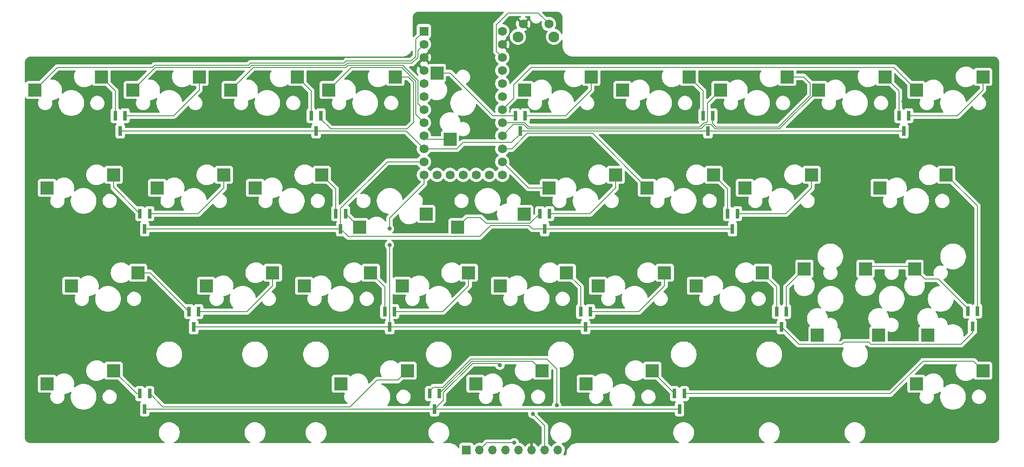
<source format=gbl>
G04 #@! TF.GenerationSoftware,KiCad,Pcbnew,(6.0.1-0)*
G04 #@! TF.CreationDate,2022-03-18T18:41:34-07:00*
G04 #@! TF.ProjectId,micro10,6d696372-6f31-4302-9e6b-696361645f70,1*
G04 #@! TF.SameCoordinates,Original*
G04 #@! TF.FileFunction,Copper,L2,Bot*
G04 #@! TF.FilePolarity,Positive*
%FSLAX46Y46*%
G04 Gerber Fmt 4.6, Leading zero omitted, Abs format (unit mm)*
G04 Created by KiCad (PCBNEW (6.0.1-0)) date 2022-03-18 18:41:34*
%MOMM*%
%LPD*%
G01*
G04 APERTURE LIST*
G04 #@! TA.AperFunction,ComponentPad*
%ADD10R,1.752600X1.752600*%
G04 #@! TD*
G04 #@! TA.AperFunction,ComponentPad*
%ADD11C,1.752600*%
G04 #@! TD*
G04 #@! TA.AperFunction,SMDPad,CuDef*
%ADD12R,2.550000X2.500000*%
G04 #@! TD*
G04 #@! TA.AperFunction,SMDPad,CuDef*
%ADD13R,2.500000X2.550000*%
G04 #@! TD*
G04 #@! TA.AperFunction,ComponentPad*
%ADD14R,1.700000X1.700000*%
G04 #@! TD*
G04 #@! TA.AperFunction,ComponentPad*
%ADD15O,1.700000X1.700000*%
G04 #@! TD*
G04 #@! TA.AperFunction,ComponentPad*
%ADD16C,2.100000*%
G04 #@! TD*
G04 #@! TA.AperFunction,ComponentPad*
%ADD17C,1.750000*%
G04 #@! TD*
G04 #@! TA.AperFunction,SMDPad,CuDef*
%ADD18R,0.800000X1.900000*%
G04 #@! TD*
G04 #@! TA.AperFunction,ViaPad*
%ADD19C,0.800000*%
G04 #@! TD*
G04 #@! TA.AperFunction,Conductor*
%ADD20C,0.203200*%
G04 #@! TD*
G04 APERTURE END LIST*
D10*
X140811250Y-35242500D03*
D11*
X140811250Y-37782500D03*
X140811250Y-40322500D03*
X140811250Y-42862500D03*
X140811250Y-45402500D03*
X140811250Y-47942500D03*
X140811250Y-50482500D03*
X140811250Y-53022500D03*
X140811250Y-55562500D03*
X140811250Y-58102500D03*
X140811250Y-60642500D03*
X140811250Y-63182500D03*
X156051250Y-63182500D03*
X156051250Y-60642500D03*
X156051250Y-58102500D03*
X156051250Y-55562500D03*
X156051250Y-53022500D03*
X156051250Y-50482500D03*
X156051250Y-47942500D03*
X156051250Y-45402500D03*
X156051250Y-42862500D03*
X156051250Y-40322500D03*
X156051250Y-37782500D03*
X156051250Y-35242500D03*
X143351250Y-63182500D03*
X145891250Y-63182500D03*
X148431250Y-63182500D03*
X150971250Y-63182500D03*
X153511250Y-63182500D03*
D12*
X67527500Y-103822500D03*
X80454500Y-101282500D03*
X184208750Y-65722500D03*
X197135750Y-63182500D03*
X150871250Y-103822500D03*
X163798250Y-101282500D03*
X160278750Y-70802500D03*
X147351750Y-73342500D03*
D13*
X145891250Y-56297500D03*
X143351250Y-43370500D03*
D14*
X149081250Y-116681250D03*
D15*
X151621250Y-116681250D03*
X154161250Y-116681250D03*
X156701250Y-116681250D03*
X159241250Y-116681250D03*
X161781250Y-116681250D03*
X164321250Y-116681250D03*
X166861250Y-116681250D03*
D12*
X229452500Y-65722500D03*
X242379500Y-63182500D03*
X108008750Y-65722500D03*
X120935750Y-63182500D03*
X160396250Y-46672500D03*
X173323250Y-44132500D03*
X236596250Y-103822500D03*
X249523250Y-101282500D03*
X124677500Y-103822500D03*
X137604500Y-101282500D03*
X117533750Y-84772500D03*
X130460750Y-82232500D03*
X165158750Y-65722500D03*
X178085750Y-63182500D03*
X141228750Y-70802500D03*
X128301750Y-73342500D03*
X98483750Y-84772500D03*
X111410750Y-82232500D03*
X193733750Y-84772500D03*
X206660750Y-82232500D03*
D13*
X229235000Y-94397500D03*
X226695000Y-81470500D03*
D12*
X217546250Y-46672500D03*
X230473250Y-44132500D03*
X65146250Y-46672500D03*
X78073250Y-44132500D03*
X179446250Y-46672500D03*
X192373250Y-44132500D03*
X172302500Y-103822500D03*
X185229500Y-101282500D03*
X203258750Y-65722500D03*
X216185750Y-63182500D03*
D13*
X217328750Y-94397500D03*
X214788750Y-81470500D03*
D12*
X198496250Y-46672500D03*
X211423250Y-44132500D03*
X174683750Y-84772500D03*
X187610750Y-82232500D03*
X155633750Y-84772500D03*
X168560750Y-82232500D03*
X84196250Y-46672500D03*
X97123250Y-44132500D03*
X122296250Y-46672500D03*
X135223250Y-44132500D03*
X136583750Y-84772500D03*
X149510750Y-82232500D03*
X67527500Y-65722500D03*
X80454500Y-63182500D03*
X72290000Y-84772500D03*
X85217000Y-82232500D03*
X236596250Y-46672500D03*
X249523250Y-44132500D03*
D13*
X238760000Y-94397500D03*
X236220000Y-81470500D03*
D12*
X88958750Y-65722500D03*
X101885750Y-63182500D03*
X103246250Y-46672500D03*
X116173250Y-44132500D03*
D16*
X166100000Y-36333750D03*
X159090000Y-36333750D03*
D17*
X165100000Y-33843750D03*
X160100000Y-33843750D03*
D18*
X80806250Y-51681250D03*
X82706250Y-51681250D03*
X81756250Y-54681250D03*
X195106250Y-51681250D03*
X197006250Y-51681250D03*
X196056250Y-54681250D03*
X246543750Y-89693750D03*
X248443750Y-89693750D03*
X247493750Y-92693750D03*
X158593750Y-51681250D03*
X160493750Y-51681250D03*
X159543750Y-54681250D03*
X133193750Y-89781250D03*
X135093750Y-89781250D03*
X134143750Y-92781250D03*
X199868750Y-70731250D03*
X201768750Y-70731250D03*
X200818750Y-73731250D03*
X171293750Y-89781250D03*
X173193750Y-89781250D03*
X172243750Y-92781250D03*
X95093750Y-89781250D03*
X96993750Y-89781250D03*
X96043750Y-92781250D03*
X123668750Y-70731250D03*
X125568750Y-70731250D03*
X124618750Y-73731250D03*
X233206250Y-51681250D03*
X235106250Y-51681250D03*
X234156250Y-54681250D03*
X141925000Y-105743750D03*
X143825000Y-105743750D03*
X142875000Y-108743750D03*
X118906250Y-51681250D03*
X120806250Y-51681250D03*
X119856250Y-54681250D03*
X163356250Y-70731250D03*
X165256250Y-70731250D03*
X164306250Y-73731250D03*
X85568750Y-105743750D03*
X87468750Y-105743750D03*
X86518750Y-108743750D03*
X85568750Y-70731250D03*
X87468750Y-70731250D03*
X86518750Y-73731250D03*
X189550000Y-105743750D03*
X191450000Y-105743750D03*
X190500000Y-108743750D03*
X209393750Y-89781250D03*
X211293750Y-89781250D03*
X210343750Y-92781250D03*
D19*
X166878000Y-32385000D03*
X164465000Y-50292000D03*
X234061000Y-48895000D03*
X243713000Y-90551000D03*
X139700000Y-88773000D03*
X135255000Y-87376000D03*
X146558000Y-107061000D03*
X133350000Y-63500000D03*
X131699000Y-53213000D03*
X90297000Y-43942000D03*
X81661000Y-43688000D03*
X64643000Y-41529000D03*
X100838000Y-51308000D03*
X167640000Y-56642000D03*
X166370000Y-44323000D03*
X148844000Y-59817000D03*
X143891000Y-50292000D03*
X151130000Y-53975000D03*
X208915000Y-52324000D03*
X215138000Y-52197000D03*
X176403000Y-50800000D03*
X153289000Y-89789000D03*
X144653000Y-66548000D03*
X142621000Y-81661000D03*
X158369000Y-115316000D03*
X166624000Y-108042650D03*
X155578628Y-100206628D03*
X134112000Y-73660000D03*
X134112000Y-76835000D03*
X162009869Y-109685869D03*
X65087500Y-46831250D03*
X72231250Y-84931250D03*
X67468750Y-103981250D03*
X67468750Y-65881250D03*
X88900000Y-65881250D03*
X84137500Y-46831250D03*
X98425000Y-84931250D03*
X107950000Y-65881250D03*
X117475000Y-84931250D03*
X103187500Y-46831250D03*
X124618750Y-103981250D03*
X141287500Y-70643750D03*
X122237500Y-46831250D03*
X136525000Y-84931250D03*
X150812500Y-103981250D03*
X146050000Y-56356250D03*
X155575000Y-84931250D03*
X160337500Y-70643750D03*
X174625000Y-84931250D03*
X172243750Y-103981250D03*
X165100000Y-65881250D03*
X160337500Y-46831250D03*
X193675000Y-84931250D03*
X184150000Y-65881250D03*
X179387500Y-46831250D03*
X217487500Y-94456250D03*
X198437500Y-46831250D03*
X203200000Y-65881250D03*
X217487500Y-46831250D03*
X229393750Y-94456250D03*
X238918750Y-94456250D03*
X229393750Y-65881250D03*
X236537500Y-103981250D03*
X236537500Y-46831250D03*
D20*
X137780940Y-44132500D02*
X138828399Y-45179959D01*
X137491470Y-54278530D02*
X122682000Y-54278530D01*
X120806250Y-52402780D02*
X120806250Y-51681250D01*
X135223250Y-44132500D02*
X137780940Y-44132500D01*
X138828399Y-52941601D02*
X137491470Y-54278530D01*
X138828399Y-45179959D02*
X138828399Y-52941601D01*
X122682000Y-54278530D02*
X120806250Y-52402780D01*
X211423250Y-44132500D02*
X214693500Y-44132500D01*
X214693500Y-44132500D02*
X215970139Y-45409139D01*
X215970139Y-45409139D02*
X215970139Y-47679079D01*
X197657902Y-53875810D02*
X197006250Y-53224158D01*
X215970139Y-47679079D02*
X209773408Y-53875810D01*
X209773408Y-53875810D02*
X197657902Y-53875810D01*
X197006250Y-53224158D02*
X197006250Y-51681250D01*
X156051250Y-53022500D02*
X160406754Y-53022500D01*
X161260064Y-53875810D02*
X194409190Y-53875810D01*
X194409190Y-53875810D02*
X195262500Y-53022500D01*
X195262500Y-53022500D02*
X195717222Y-53022500D01*
X160406754Y-53022500D02*
X161260064Y-53875810D01*
X195717222Y-53022500D02*
X195961000Y-52778722D01*
X195961000Y-52778722D02*
X195961000Y-49207750D01*
X195961000Y-49207750D02*
X198496250Y-46672500D01*
X156051250Y-55562500D02*
X158188530Y-53425220D01*
X194641470Y-54278530D02*
X195494780Y-53425220D01*
X158188530Y-53425220D02*
X160239942Y-53425220D01*
X209940220Y-54278530D02*
X217546250Y-46672500D01*
X160239942Y-53425220D02*
X161093252Y-54278530D01*
X197491090Y-54278530D02*
X209940220Y-54278530D01*
X161093252Y-54278530D02*
X194641470Y-54278530D01*
X195494780Y-53425220D02*
X196637780Y-53425220D01*
X196637780Y-53425220D02*
X197491090Y-54278530D01*
X147351750Y-73342500D02*
X149202871Y-71491379D01*
X149202871Y-71491379D02*
X151755379Y-71491379D01*
X151755379Y-71491379D02*
X152917621Y-72653621D01*
X161433879Y-72653621D02*
X163356250Y-70731250D01*
X152917621Y-72653621D02*
X161433879Y-72653621D01*
X164306250Y-73731250D02*
X161941976Y-73731250D01*
X161941976Y-73731250D02*
X161267067Y-73056341D01*
X161267067Y-73056341D02*
X153784901Y-73056341D01*
X151647621Y-75193621D02*
X126081121Y-75193621D01*
X153784901Y-73056341D02*
X151647621Y-75193621D01*
X126081121Y-75193621D02*
X124618750Y-73731250D01*
X87468750Y-105743750D02*
X90066030Y-108341030D01*
X90066030Y-108341030D02*
X126467608Y-108341030D01*
X126467608Y-108341030D02*
X131675017Y-103133621D01*
X131675017Y-103133621D02*
X135753379Y-103133621D01*
X135753379Y-103133621D02*
X137604500Y-101282500D01*
X154873839Y-39145089D02*
X154873839Y-33975161D01*
X165100000Y-33788661D02*
X165100000Y-33843750D01*
X156051250Y-40322500D02*
X154873839Y-39145089D01*
X162993968Y-31682629D02*
X165100000Y-33788661D01*
X154873839Y-33975161D02*
X157166371Y-31682629D01*
X157166371Y-31682629D02*
X162993968Y-31682629D01*
X210343750Y-92781250D02*
X213735121Y-96172621D01*
X227744621Y-96172621D02*
X245203379Y-96172621D01*
X245203379Y-96172621D02*
X247493750Y-93882250D01*
X213735121Y-96172621D02*
X222089379Y-96172621D01*
X222089379Y-96172621D02*
X222499521Y-95762479D01*
X222499521Y-95762479D02*
X227334479Y-95762479D01*
X227334479Y-95762479D02*
X227744621Y-96172621D01*
X247493750Y-93882250D02*
X247493750Y-92693750D01*
X172243750Y-92781250D02*
X210343750Y-92781250D01*
X134143750Y-92781250D02*
X172243750Y-92781250D01*
X96043750Y-92781250D02*
X134143750Y-92781250D01*
X152986500Y-115316000D02*
X158369000Y-115316000D01*
X151621250Y-116681250D02*
X152986500Y-115316000D01*
X164671631Y-99028659D02*
X166624000Y-100981028D01*
X142626111Y-104492639D02*
X144506579Y-104492639D01*
X141925000Y-105743750D02*
X141925000Y-105193750D01*
X144506579Y-104492639D02*
X149970559Y-99028659D01*
X166624000Y-100981028D02*
X166624000Y-108042650D01*
X162113941Y-99028659D02*
X164671631Y-99028659D01*
X149970559Y-99028659D02*
X162113941Y-99028659D01*
X141925000Y-105193750D02*
X142626111Y-104492639D01*
X150304183Y-99834099D02*
X144563641Y-105574641D01*
X155578628Y-100206628D02*
X155206099Y-99834099D01*
X144563641Y-107055109D02*
X142875000Y-108743750D01*
X155206099Y-99834099D02*
X150304183Y-99834099D01*
X144563641Y-105574641D02*
X144563641Y-107055109D01*
X134143750Y-92781250D02*
X134143750Y-76866750D01*
X134143750Y-76866750D02*
X134112000Y-76835000D01*
X134112000Y-73660000D02*
X134112000Y-71610612D01*
X140811250Y-64911362D02*
X140811250Y-63182500D01*
X134112000Y-71610612D02*
X140811250Y-64911362D01*
X124618750Y-73731250D02*
X124618750Y-69729028D01*
X133705278Y-60642500D02*
X140811250Y-60642500D01*
X124618750Y-69729028D02*
X133705278Y-60642500D01*
X80806250Y-46865500D02*
X80806250Y-51681250D01*
X78073250Y-44132500D02*
X80806250Y-46865500D01*
X159543750Y-55231250D02*
X157879000Y-56896000D01*
X119856250Y-54681250D02*
X137390000Y-54681250D01*
X137390000Y-54681250D02*
X140811250Y-58102500D01*
X159543750Y-54681250D02*
X159543750Y-55231250D01*
X157879000Y-56896000D02*
X148419972Y-56896000D01*
X159543750Y-54681250D02*
X196056250Y-54681250D01*
X147213472Y-58102500D02*
X140811250Y-58102500D01*
X81756250Y-54681250D02*
X119856250Y-54681250D01*
X196056250Y-54681250D02*
X234156250Y-54681250D01*
X148419972Y-56896000D02*
X147213472Y-58102500D01*
X92128862Y-51681250D02*
X82706250Y-51681250D01*
X97123250Y-44132500D02*
X97123250Y-46686862D01*
X97123250Y-46686862D02*
X92128862Y-51681250D01*
X118906250Y-46865500D02*
X118906250Y-51681250D01*
X116173250Y-44132500D02*
X118906250Y-46865500D01*
X124618750Y-73731250D02*
X86518750Y-73731250D01*
X200818750Y-73731250D02*
X164306250Y-73731250D01*
X158593750Y-51681250D02*
X154246002Y-51681250D01*
X145935252Y-43370500D02*
X143351250Y-43370500D01*
X154246002Y-51681250D02*
X145935252Y-43370500D01*
X173323250Y-44132500D02*
X173323250Y-46686862D01*
X173323250Y-46686862D02*
X168328862Y-51681250D01*
X168328862Y-51681250D02*
X160493750Y-51681250D01*
X195106250Y-46865500D02*
X195106250Y-51681250D01*
X192373250Y-44132500D02*
X195106250Y-46865500D01*
X230473250Y-44132500D02*
X233206250Y-46865500D01*
X233206250Y-46865500D02*
X233206250Y-51681250D01*
X249523250Y-46686862D02*
X244528862Y-51681250D01*
X244528862Y-51681250D02*
X235106250Y-51681250D01*
X249523250Y-44132500D02*
X249523250Y-46686862D01*
X80454500Y-63182500D02*
X80454500Y-65617000D01*
X80454500Y-65617000D02*
X85568750Y-70731250D01*
X101885750Y-63182500D02*
X101885750Y-65736862D01*
X101885750Y-65736862D02*
X96891362Y-70731250D01*
X96891362Y-70731250D02*
X87468750Y-70731250D01*
X123668750Y-65915500D02*
X123668750Y-70731250D01*
X120935750Y-63182500D02*
X123668750Y-65915500D01*
X128180000Y-73342500D02*
X125568750Y-70731250D01*
X128301750Y-73342500D02*
X128180000Y-73342500D01*
X178085750Y-65736862D02*
X178085750Y-63182500D01*
X165256250Y-70731250D02*
X173091362Y-70731250D01*
X173091362Y-70731250D02*
X178085750Y-65736862D01*
X197135750Y-63182500D02*
X199868750Y-65915500D01*
X199868750Y-65915500D02*
X199868750Y-70731250D01*
X201768750Y-70731250D02*
X211191362Y-70731250D01*
X216185750Y-65736862D02*
X216185750Y-63182500D01*
X211191362Y-70731250D02*
X216185750Y-65736862D01*
X86518750Y-108743750D02*
X142875000Y-108743750D01*
X142875000Y-108743750D02*
X190500000Y-108743750D01*
X85217000Y-82232500D02*
X87545000Y-82232500D01*
X87545000Y-82232500D02*
X95093750Y-89781250D01*
X111410750Y-84786862D02*
X106416362Y-89781250D01*
X106416362Y-89781250D02*
X96993750Y-89781250D01*
X111410750Y-82232500D02*
X111410750Y-84786862D01*
X133193750Y-84965500D02*
X133193750Y-89781250D01*
X130460750Y-82232500D02*
X133193750Y-84965500D01*
X144516362Y-89781250D02*
X135093750Y-89781250D01*
X149510750Y-82232500D02*
X149510750Y-84786862D01*
X149510750Y-84786862D02*
X144516362Y-89781250D01*
X168560750Y-82232500D02*
X171293750Y-84965500D01*
X171293750Y-84965500D02*
X171293750Y-89781250D01*
X182616362Y-89781250D02*
X173193750Y-89781250D01*
X187610750Y-84786862D02*
X182616362Y-89781250D01*
X187610750Y-82232500D02*
X187610750Y-84786862D01*
X206660750Y-82232500D02*
X209393750Y-84965500D01*
X209393750Y-84965500D02*
X209393750Y-89781250D01*
X211293750Y-89781250D02*
X211293750Y-84965500D01*
X211293750Y-84965500D02*
X214788750Y-81470500D01*
X248443750Y-89693750D02*
X248443750Y-69246750D01*
X248443750Y-69246750D02*
X242379500Y-63182500D01*
X80454500Y-101282500D02*
X84915750Y-105743750D01*
X84915750Y-105743750D02*
X85568750Y-105743750D01*
X163798250Y-101282500D02*
X161947129Y-99431379D01*
X150137371Y-99431379D02*
X143825000Y-105743750D01*
X161947129Y-99431379D02*
X150137371Y-99431379D01*
X164321250Y-111997250D02*
X164321250Y-116681250D01*
X162009869Y-109685869D02*
X164321250Y-111997250D01*
X185229500Y-101423250D02*
X189550000Y-105743750D01*
X185229500Y-101282500D02*
X185229500Y-101423250D01*
X237860149Y-99431379D02*
X231547778Y-105743750D01*
X249523250Y-101282500D02*
X247672129Y-99431379D01*
X247672129Y-99431379D02*
X237860149Y-99431379D01*
X231547778Y-105743750D02*
X191450000Y-105743750D01*
X235755879Y-81006379D02*
X236220000Y-81470500D01*
X240811621Y-83458621D02*
X246543750Y-89190750D01*
X238208121Y-83458621D02*
X240811621Y-83458621D01*
X236220000Y-81470500D02*
X238208121Y-83458621D01*
X227159121Y-81006379D02*
X235755879Y-81006379D01*
X226695000Y-81470500D02*
X227159121Y-81006379D01*
X246543750Y-89190750D02*
X246543750Y-89693750D01*
X138316249Y-41073219D02*
X139231119Y-40158349D01*
X125275061Y-41475939D02*
X125677781Y-41073219D01*
X139231119Y-36822631D02*
X140811250Y-35242500D01*
X69537371Y-42281379D02*
X88017839Y-42281379D01*
X65146250Y-46672500D02*
X69537371Y-42281379D01*
X107082720Y-41475939D02*
X125275061Y-41475939D01*
X88017839Y-42281379D02*
X88420559Y-41878659D01*
X139231119Y-40158349D02*
X139231119Y-36822631D01*
X125677781Y-41073219D02*
X138316249Y-41073219D01*
X106680000Y-41878659D02*
X107082720Y-41475939D01*
X88420559Y-41878659D02*
X106680000Y-41878659D01*
X139633839Y-40325161D02*
X139633839Y-38959911D01*
X125910061Y-41475939D02*
X138483061Y-41475939D01*
X88587371Y-42281379D02*
X106943621Y-42281379D01*
X107346341Y-41878659D02*
X125507341Y-41878659D01*
X138483061Y-41475939D02*
X139633839Y-40325161D01*
X84196250Y-46672500D02*
X88587371Y-42281379D01*
X139633839Y-38959911D02*
X140811250Y-37782500D01*
X125507341Y-41878659D02*
X125910061Y-41475939D01*
X106943621Y-42281379D02*
X107346341Y-41878659D01*
X139633839Y-44846335D02*
X139633839Y-49305089D01*
X139633839Y-49305089D02*
X140811250Y-50482500D01*
X103246250Y-46672500D02*
X107637371Y-42281379D01*
X136666163Y-41878659D02*
X139633839Y-44846335D01*
X125720379Y-42281379D02*
X126123099Y-41878659D01*
X126123099Y-41878659D02*
X136666163Y-41878659D01*
X107637371Y-42281379D02*
X125720379Y-42281379D01*
X139231119Y-51442369D02*
X140811250Y-53022500D01*
X139231119Y-45013147D02*
X139231119Y-51442369D01*
X136499351Y-42281379D02*
X139231119Y-45013147D01*
X126687371Y-42281379D02*
X136499351Y-42281379D01*
X122296250Y-46672500D02*
X126687371Y-42281379D01*
X145891250Y-56297500D02*
X141546250Y-56297500D01*
X141546250Y-56297500D02*
X140811250Y-55562500D01*
X161131250Y-65722500D02*
X156051250Y-60642500D01*
X165158750Y-65722500D02*
X161131250Y-65722500D01*
X156051250Y-58102500D02*
X157924500Y-58102500D01*
X157924500Y-58102500D02*
X160943030Y-55083970D01*
X160943030Y-55083970D02*
X173570220Y-55083970D01*
X173570220Y-55083970D02*
X184208750Y-65722500D01*
X236596250Y-46672500D02*
X232205129Y-42281379D01*
X158242000Y-48291750D02*
X156051250Y-50482500D01*
X158242000Y-45699528D02*
X158242000Y-48291750D01*
X161660149Y-42281379D02*
X158242000Y-45699528D01*
X232205129Y-42281379D02*
X161660149Y-42281379D01*
G04 #@! TA.AperFunction,Conductor*
G36*
X159670599Y-32312731D02*
G01*
X159717092Y-32366387D01*
X159727196Y-32436661D01*
X159697702Y-32501241D01*
X159641623Y-32538494D01*
X159567147Y-32562837D01*
X159557637Y-32566834D01*
X159365095Y-32667065D01*
X159356370Y-32672559D01*
X159331819Y-32690993D01*
X159323365Y-32702319D01*
X159330111Y-32714651D01*
X160087188Y-33471728D01*
X160101132Y-33479342D01*
X160102965Y-33479211D01*
X160109580Y-33474960D01*
X160871190Y-32713350D01*
X160878211Y-32700494D01*
X160870718Y-32690211D01*
X160863435Y-32685372D01*
X160673398Y-32580465D01*
X160663989Y-32576237D01*
X160554604Y-32537502D01*
X160497067Y-32495908D01*
X160471151Y-32429811D01*
X160485085Y-32360195D01*
X160534443Y-32309163D01*
X160596663Y-32292729D01*
X161383759Y-32292729D01*
X161451880Y-32312731D01*
X161498373Y-32366387D01*
X161508455Y-32436809D01*
X161496233Y-32521106D01*
X161487787Y-32579354D01*
X161497567Y-32790649D01*
X161547125Y-32996284D01*
X161549607Y-33001742D01*
X161549608Y-33001746D01*
X161584343Y-33078141D01*
X161634674Y-33188837D01*
X161757054Y-33361361D01*
X161909850Y-33507631D01*
X162087548Y-33622370D01*
X162093114Y-33624613D01*
X162278168Y-33699192D01*
X162278171Y-33699193D01*
X162283737Y-33701436D01*
X162491337Y-33741978D01*
X162496899Y-33742250D01*
X162652846Y-33742250D01*
X162810566Y-33727202D01*
X163013534Y-33667658D01*
X163068857Y-33639165D01*
X163196249Y-33573554D01*
X163196252Y-33573552D01*
X163201580Y-33570808D01*
X163367920Y-33440146D01*
X163371852Y-33435615D01*
X163371855Y-33435612D01*
X163502617Y-33284922D01*
X163502618Y-33284920D01*
X163506552Y-33280387D01*
X163509557Y-33275193D01*
X163512291Y-33271360D01*
X163568134Y-33227518D01*
X163638815Y-33220828D01*
X163703963Y-33255436D01*
X163748611Y-33300084D01*
X163782637Y-33362396D01*
X163780933Y-33422851D01*
X163736348Y-33583619D01*
X163735799Y-33588756D01*
X163713616Y-33796322D01*
X163712172Y-33809832D01*
X163712469Y-33814984D01*
X163712469Y-33814988D01*
X163717416Y-33900780D01*
X163725268Y-34036956D01*
X163726405Y-34042002D01*
X163726406Y-34042008D01*
X163736844Y-34088323D01*
X163775283Y-34258891D01*
X163860875Y-34469677D01*
X163979744Y-34663654D01*
X164128698Y-34835611D01*
X164303737Y-34980931D01*
X164308189Y-34983533D01*
X164308194Y-34983536D01*
X164459950Y-35072215D01*
X164500160Y-35095712D01*
X164712693Y-35176870D01*
X164717759Y-35177901D01*
X164717760Y-35177901D01*
X164780660Y-35190698D01*
X164843426Y-35223880D01*
X164878288Y-35285728D01*
X164874179Y-35356605D01*
X164851351Y-35396000D01*
X164835248Y-35414854D01*
X164707073Y-35624018D01*
X164705180Y-35628589D01*
X164643722Y-35776961D01*
X164613195Y-35850658D01*
X164555928Y-36089193D01*
X164536681Y-36333750D01*
X164555928Y-36578307D01*
X164557082Y-36583114D01*
X164557083Y-36583120D01*
X164573396Y-36651066D01*
X164613195Y-36816842D01*
X164615088Y-36821413D01*
X164615089Y-36821415D01*
X164643224Y-36889337D01*
X164707073Y-37043482D01*
X164835248Y-37252646D01*
X164838463Y-37256410D01*
X164838465Y-37256413D01*
X164909746Y-37339871D01*
X164994567Y-37439183D01*
X165181104Y-37598502D01*
X165185327Y-37601090D01*
X165185330Y-37601092D01*
X165254515Y-37643488D01*
X165390268Y-37726677D01*
X165494105Y-37769688D01*
X165612335Y-37818661D01*
X165612337Y-37818662D01*
X165616908Y-37820555D01*
X165699563Y-37840399D01*
X165850630Y-37876667D01*
X165850636Y-37876668D01*
X165855443Y-37877822D01*
X166100000Y-37897069D01*
X166344557Y-37877822D01*
X166349364Y-37876668D01*
X166349370Y-37876667D01*
X166500437Y-37840399D01*
X166583092Y-37820555D01*
X166587663Y-37818662D01*
X166587665Y-37818661D01*
X166705895Y-37769688D01*
X166809732Y-37726677D01*
X166945485Y-37643488D01*
X167014670Y-37601092D01*
X167014673Y-37601090D01*
X167018896Y-37598502D01*
X167205433Y-37439183D01*
X167290254Y-37339871D01*
X167361535Y-37256413D01*
X167361537Y-37256410D01*
X167364752Y-37252646D01*
X167492927Y-37043482D01*
X167524591Y-36967039D01*
X167569140Y-36911758D01*
X167636503Y-36889337D01*
X167705294Y-36906895D01*
X167753673Y-36958858D01*
X167767000Y-37015257D01*
X167767000Y-38050672D01*
X167765500Y-38070057D01*
X167763798Y-38080991D01*
X167761814Y-38093730D01*
X167762634Y-38100000D01*
X167762504Y-38100000D01*
X167772705Y-38255641D01*
X167775526Y-38298668D01*
X167780470Y-38374104D01*
X167781274Y-38378144D01*
X167781274Y-38378147D01*
X167817282Y-38559169D01*
X167834060Y-38643519D01*
X167835385Y-38647423D01*
X167835386Y-38647426D01*
X167900819Y-38840186D01*
X167922357Y-38903634D01*
X167959550Y-38979054D01*
X168039749Y-39141681D01*
X168043850Y-39149998D01*
X168063563Y-39179500D01*
X168167369Y-39334857D01*
X168196461Y-39378397D01*
X168199174Y-39381491D01*
X168199179Y-39381497D01*
X168346848Y-39549879D01*
X168377579Y-39584921D01*
X168380668Y-39587630D01*
X168581003Y-39763321D01*
X168581009Y-39763326D01*
X168584103Y-39766039D01*
X168587529Y-39768328D01*
X168587534Y-39768332D01*
X168754221Y-39879708D01*
X168812502Y-39918650D01*
X168816201Y-39920474D01*
X168816206Y-39920477D01*
X168942275Y-39982647D01*
X169058866Y-40040143D01*
X169062771Y-40041468D01*
X169062772Y-40041469D01*
X169315074Y-40127114D01*
X169315077Y-40127115D01*
X169318981Y-40128440D01*
X169323020Y-40129243D01*
X169323026Y-40129245D01*
X169584353Y-40181226D01*
X169584356Y-40181226D01*
X169588396Y-40182030D01*
X169592507Y-40182299D01*
X169592511Y-40182300D01*
X169829993Y-40197866D01*
X169842648Y-40199341D01*
X169842892Y-40199382D01*
X169849961Y-40200571D01*
X169856342Y-40200649D01*
X169857641Y-40200665D01*
X169857645Y-40200665D01*
X169862500Y-40200724D01*
X169890088Y-40196773D01*
X169907951Y-40195500D01*
X251569422Y-40195500D01*
X251588807Y-40197000D01*
X251603608Y-40199305D01*
X251603611Y-40199305D01*
X251612480Y-40200686D01*
X251625128Y-40199032D01*
X251652442Y-40198448D01*
X251740198Y-40206125D01*
X251795225Y-40210940D01*
X251816846Y-40214752D01*
X251977315Y-40257750D01*
X251997952Y-40265261D01*
X252148510Y-40335468D01*
X252167530Y-40346450D01*
X252303612Y-40441735D01*
X252320437Y-40455853D01*
X252437897Y-40573313D01*
X252452015Y-40590138D01*
X252547300Y-40726220D01*
X252558282Y-40745240D01*
X252628489Y-40895798D01*
X252636000Y-40916435D01*
X252678998Y-41076904D01*
X252682811Y-41098528D01*
X252694699Y-41234419D01*
X252694146Y-41250879D01*
X252694555Y-41250884D01*
X252694445Y-41259858D01*
X252693064Y-41268730D01*
X252694228Y-41277632D01*
X252694228Y-41277635D01*
X252697186Y-41300251D01*
X252698250Y-41316589D01*
X252698250Y-114250672D01*
X252696750Y-114270056D01*
X252693064Y-114293730D01*
X252694718Y-114306375D01*
X252695302Y-114333692D01*
X252682811Y-114476472D01*
X252678998Y-114498096D01*
X252640427Y-114642045D01*
X252636001Y-114658564D01*
X252628489Y-114679202D01*
X252558282Y-114829760D01*
X252547300Y-114848780D01*
X252452015Y-114984862D01*
X252437897Y-115001687D01*
X252320437Y-115119147D01*
X252303612Y-115133265D01*
X252167530Y-115228550D01*
X252148510Y-115239532D01*
X251997952Y-115309739D01*
X251977315Y-115317250D01*
X251816846Y-115360248D01*
X251795225Y-115364060D01*
X251748355Y-115368161D01*
X251659331Y-115375949D01*
X251642871Y-115375396D01*
X251642866Y-115375805D01*
X251633892Y-115375695D01*
X251625020Y-115374314D01*
X251616118Y-115375478D01*
X251616115Y-115375478D01*
X251593499Y-115378436D01*
X251577161Y-115379500D01*
X225644307Y-115379500D01*
X225576186Y-115359498D01*
X225529693Y-115305842D01*
X225519589Y-115235568D01*
X225549083Y-115170988D01*
X225585154Y-115142249D01*
X225707049Y-115077437D01*
X225707055Y-115077433D01*
X225710941Y-115075367D01*
X225714501Y-115072781D01*
X225714505Y-115072778D01*
X225937343Y-114910876D01*
X225937346Y-114910874D01*
X225940906Y-114908287D01*
X225944366Y-114904946D01*
X226142218Y-114713883D01*
X226142221Y-114713879D01*
X226145380Y-114710829D01*
X226320383Y-114486835D01*
X226415715Y-114321716D01*
X226460305Y-114244485D01*
X226460308Y-114244480D01*
X226462510Y-114240665D01*
X226464160Y-114236581D01*
X226464163Y-114236575D01*
X226567343Y-113981193D01*
X226567344Y-113981190D01*
X226568992Y-113977111D01*
X226637759Y-113701302D01*
X226667472Y-113418606D01*
X226667319Y-113414212D01*
X226657706Y-113138924D01*
X226657705Y-113138917D01*
X226657552Y-113134527D01*
X226608192Y-112854593D01*
X226606837Y-112850422D01*
X226606835Y-112850415D01*
X226521714Y-112588442D01*
X226520353Y-112584253D01*
X226395745Y-112328769D01*
X226393290Y-112325130D01*
X226393287Y-112325124D01*
X226239253Y-112096759D01*
X226239248Y-112096752D01*
X226236793Y-112093113D01*
X226218618Y-112072927D01*
X226049539Y-111885146D01*
X226049538Y-111885145D01*
X226046591Y-111881872D01*
X225828841Y-111699158D01*
X225587781Y-111548527D01*
X225328103Y-111432911D01*
X225054862Y-111354560D01*
X225050512Y-111353949D01*
X225050509Y-111353948D01*
X224946033Y-111339265D01*
X224773376Y-111315000D01*
X224560274Y-111315000D01*
X224558089Y-111315153D01*
X224558083Y-111315153D01*
X224352075Y-111329558D01*
X224352070Y-111329559D01*
X224347690Y-111329865D01*
X224069649Y-111388965D01*
X224065518Y-111390469D01*
X224065513Y-111390470D01*
X223952238Y-111431699D01*
X223802539Y-111486185D01*
X223798652Y-111488252D01*
X223555451Y-111617563D01*
X223555445Y-111617567D01*
X223551559Y-111619633D01*
X223547999Y-111622219D01*
X223547995Y-111622222D01*
X223357480Y-111760640D01*
X223321594Y-111786713D01*
X223318430Y-111789769D01*
X223318427Y-111789771D01*
X223120282Y-111981117D01*
X223120279Y-111981121D01*
X223117120Y-111984171D01*
X222942117Y-112208165D01*
X222799990Y-112454335D01*
X222798340Y-112458419D01*
X222798337Y-112458425D01*
X222695157Y-112713807D01*
X222693508Y-112717889D01*
X222624741Y-112993698D01*
X222595028Y-113276394D01*
X222595181Y-113280782D01*
X222595181Y-113280788D01*
X222600147Y-113422975D01*
X222604948Y-113560473D01*
X222654308Y-113840407D01*
X222655663Y-113844578D01*
X222655665Y-113844585D01*
X222697338Y-113972840D01*
X222742147Y-114110747D01*
X222866755Y-114366231D01*
X222869210Y-114369870D01*
X222869213Y-114369876D01*
X223023247Y-114598241D01*
X223023252Y-114598248D01*
X223025707Y-114601887D01*
X223028651Y-114605156D01*
X223028652Y-114605158D01*
X223190379Y-114784774D01*
X223215909Y-114813128D01*
X223433659Y-114995842D01*
X223437391Y-114998174D01*
X223674719Y-115146473D01*
X223673598Y-115148266D01*
X223718213Y-115191941D01*
X223734041Y-115261151D01*
X223709940Y-115327931D01*
X223653560Y-115371080D01*
X223608274Y-115379500D01*
X208969207Y-115379500D01*
X208901086Y-115359498D01*
X208854593Y-115305842D01*
X208844489Y-115235568D01*
X208873983Y-115170988D01*
X208910054Y-115142249D01*
X209031949Y-115077437D01*
X209031955Y-115077433D01*
X209035841Y-115075367D01*
X209039401Y-115072781D01*
X209039405Y-115072778D01*
X209262243Y-114910876D01*
X209262246Y-114910874D01*
X209265806Y-114908287D01*
X209269266Y-114904946D01*
X209467118Y-114713883D01*
X209467121Y-114713879D01*
X209470280Y-114710829D01*
X209645283Y-114486835D01*
X209740615Y-114321716D01*
X209785205Y-114244485D01*
X209785208Y-114244480D01*
X209787410Y-114240665D01*
X209789060Y-114236581D01*
X209789063Y-114236575D01*
X209892243Y-113981193D01*
X209892244Y-113981190D01*
X209893892Y-113977111D01*
X209962659Y-113701302D01*
X209992372Y-113418606D01*
X209992219Y-113414212D01*
X209982606Y-113138924D01*
X209982605Y-113138917D01*
X209982452Y-113134527D01*
X209933092Y-112854593D01*
X209931737Y-112850422D01*
X209931735Y-112850415D01*
X209846614Y-112588442D01*
X209845253Y-112584253D01*
X209720645Y-112328769D01*
X209718190Y-112325130D01*
X209718187Y-112325124D01*
X209564153Y-112096759D01*
X209564148Y-112096752D01*
X209561693Y-112093113D01*
X209543518Y-112072927D01*
X209374439Y-111885146D01*
X209374438Y-111885145D01*
X209371491Y-111881872D01*
X209153741Y-111699158D01*
X208912681Y-111548527D01*
X208653003Y-111432911D01*
X208379762Y-111354560D01*
X208375412Y-111353949D01*
X208375409Y-111353948D01*
X208270933Y-111339265D01*
X208098276Y-111315000D01*
X207885174Y-111315000D01*
X207882989Y-111315153D01*
X207882983Y-111315153D01*
X207676975Y-111329558D01*
X207676970Y-111329559D01*
X207672590Y-111329865D01*
X207394549Y-111388965D01*
X207390418Y-111390469D01*
X207390413Y-111390470D01*
X207277138Y-111431699D01*
X207127439Y-111486185D01*
X207123552Y-111488252D01*
X206880351Y-111617563D01*
X206880345Y-111617567D01*
X206876459Y-111619633D01*
X206872899Y-111622219D01*
X206872895Y-111622222D01*
X206682380Y-111760640D01*
X206646494Y-111786713D01*
X206643330Y-111789769D01*
X206643327Y-111789771D01*
X206445182Y-111981117D01*
X206445179Y-111981121D01*
X206442020Y-111984171D01*
X206267017Y-112208165D01*
X206124890Y-112454335D01*
X206123240Y-112458419D01*
X206123237Y-112458425D01*
X206020057Y-112713807D01*
X206018408Y-112717889D01*
X205949641Y-112993698D01*
X205919928Y-113276394D01*
X205920081Y-113280782D01*
X205920081Y-113280788D01*
X205925047Y-113422975D01*
X205929848Y-113560473D01*
X205979208Y-113840407D01*
X205980563Y-113844578D01*
X205980565Y-113844585D01*
X206022238Y-113972840D01*
X206067047Y-114110747D01*
X206191655Y-114366231D01*
X206194110Y-114369870D01*
X206194113Y-114369876D01*
X206348147Y-114598241D01*
X206348152Y-114598248D01*
X206350607Y-114601887D01*
X206353551Y-114605156D01*
X206353552Y-114605158D01*
X206515279Y-114784774D01*
X206540809Y-114813128D01*
X206758559Y-114995842D01*
X206762291Y-114998174D01*
X206999619Y-115146473D01*
X206998498Y-115148266D01*
X207043113Y-115191941D01*
X207058941Y-115261151D01*
X207034840Y-115327931D01*
X206978460Y-115371080D01*
X206933174Y-115379500D01*
X192338557Y-115379500D01*
X192270436Y-115359498D01*
X192223943Y-115305842D01*
X192213839Y-115235568D01*
X192243333Y-115170988D01*
X192279404Y-115142249D01*
X192401299Y-115077437D01*
X192401305Y-115077433D01*
X192405191Y-115075367D01*
X192408751Y-115072781D01*
X192408755Y-115072778D01*
X192631593Y-114910876D01*
X192631596Y-114910874D01*
X192635156Y-114908287D01*
X192638616Y-114904946D01*
X192836468Y-114713883D01*
X192836471Y-114713879D01*
X192839630Y-114710829D01*
X193014633Y-114486835D01*
X193109965Y-114321716D01*
X193154555Y-114244485D01*
X193154558Y-114244480D01*
X193156760Y-114240665D01*
X193158410Y-114236581D01*
X193158413Y-114236575D01*
X193261593Y-113981193D01*
X193261594Y-113981190D01*
X193263242Y-113977111D01*
X193332009Y-113701302D01*
X193361722Y-113418606D01*
X193361569Y-113414212D01*
X193351956Y-113138924D01*
X193351955Y-113138917D01*
X193351802Y-113134527D01*
X193302442Y-112854593D01*
X193301087Y-112850422D01*
X193301085Y-112850415D01*
X193215964Y-112588442D01*
X193214603Y-112584253D01*
X193089995Y-112328769D01*
X193087540Y-112325130D01*
X193087537Y-112325124D01*
X192933503Y-112096759D01*
X192933498Y-112096752D01*
X192931043Y-112093113D01*
X192912868Y-112072927D01*
X192743789Y-111885146D01*
X192743788Y-111885145D01*
X192740841Y-111881872D01*
X192523091Y-111699158D01*
X192282031Y-111548527D01*
X192022353Y-111432911D01*
X191749112Y-111354560D01*
X191744762Y-111353949D01*
X191744759Y-111353948D01*
X191640283Y-111339265D01*
X191467626Y-111315000D01*
X191254524Y-111315000D01*
X191252339Y-111315153D01*
X191252333Y-111315153D01*
X191046325Y-111329558D01*
X191046320Y-111329559D01*
X191041940Y-111329865D01*
X190763899Y-111388965D01*
X190759768Y-111390469D01*
X190759763Y-111390470D01*
X190646488Y-111431699D01*
X190496789Y-111486185D01*
X190492902Y-111488252D01*
X190249701Y-111617563D01*
X190249695Y-111617567D01*
X190245809Y-111619633D01*
X190242249Y-111622219D01*
X190242245Y-111622222D01*
X190051730Y-111760640D01*
X190015844Y-111786713D01*
X190012680Y-111789769D01*
X190012677Y-111789771D01*
X189814532Y-111981117D01*
X189814529Y-111981121D01*
X189811370Y-111984171D01*
X189636367Y-112208165D01*
X189494240Y-112454335D01*
X189492590Y-112458419D01*
X189492587Y-112458425D01*
X189389407Y-112713807D01*
X189387758Y-112717889D01*
X189318991Y-112993698D01*
X189289278Y-113276394D01*
X189289431Y-113280782D01*
X189289431Y-113280788D01*
X189294397Y-113422975D01*
X189299198Y-113560473D01*
X189348558Y-113840407D01*
X189349913Y-113844578D01*
X189349915Y-113844585D01*
X189391588Y-113972840D01*
X189436397Y-114110747D01*
X189561005Y-114366231D01*
X189563460Y-114369870D01*
X189563463Y-114369876D01*
X189717497Y-114598241D01*
X189717502Y-114598248D01*
X189719957Y-114601887D01*
X189722901Y-114605156D01*
X189722902Y-114605158D01*
X189884629Y-114784774D01*
X189910159Y-114813128D01*
X190127909Y-114995842D01*
X190131641Y-114998174D01*
X190368969Y-115146473D01*
X190367848Y-115148266D01*
X190412463Y-115191941D01*
X190428291Y-115261151D01*
X190404190Y-115327931D01*
X190347810Y-115371080D01*
X190302524Y-115379500D01*
X170709457Y-115379500D01*
X170688553Y-115377754D01*
X170685387Y-115377221D01*
X170668789Y-115374429D01*
X170662669Y-115374354D01*
X170661117Y-115374335D01*
X170661112Y-115374335D01*
X170656250Y-115374276D01*
X170651424Y-115374967D01*
X170651209Y-115374981D01*
X170642058Y-115375934D01*
X170489283Y-115385948D01*
X170386261Y-115392700D01*
X170386257Y-115392701D01*
X170382146Y-115392970D01*
X170378106Y-115393774D01*
X170378103Y-115393774D01*
X170116776Y-115445755D01*
X170116770Y-115445757D01*
X170112731Y-115446560D01*
X170108827Y-115447885D01*
X170108824Y-115447886D01*
X169863136Y-115531286D01*
X169852616Y-115534857D01*
X169743173Y-115588828D01*
X169609956Y-115654523D01*
X169609951Y-115654526D01*
X169606252Y-115656350D01*
X169602819Y-115658644D01*
X169381284Y-115806668D01*
X169381279Y-115806672D01*
X169377853Y-115808961D01*
X169374759Y-115811674D01*
X169374753Y-115811679D01*
X169198741Y-115966039D01*
X169171329Y-115990079D01*
X169168620Y-115993168D01*
X168992929Y-116193503D01*
X168992924Y-116193509D01*
X168990211Y-116196603D01*
X168987922Y-116200029D01*
X168987918Y-116200034D01*
X168886740Y-116351459D01*
X168837600Y-116425002D01*
X168716107Y-116671366D01*
X168714782Y-116675271D01*
X168714781Y-116675272D01*
X168630396Y-116923864D01*
X168627810Y-116931481D01*
X168627007Y-116935520D01*
X168627005Y-116935526D01*
X168576844Y-117187703D01*
X168574220Y-117200896D01*
X168573951Y-117205007D01*
X168573950Y-117205011D01*
X168557832Y-117450913D01*
X168556957Y-117458849D01*
X168556945Y-117459861D01*
X168555564Y-117468730D01*
X168556297Y-117474338D01*
X168556254Y-117475000D01*
X168556384Y-117475000D01*
X168556727Y-117477626D01*
X168556618Y-117486595D01*
X168555801Y-117486585D01*
X168555509Y-117508083D01*
X168549886Y-117543590D01*
X168537705Y-117581081D01*
X168519497Y-117616818D01*
X168515236Y-117625181D01*
X168492064Y-117657073D01*
X168457073Y-117692064D01*
X168425182Y-117715235D01*
X168381081Y-117737705D01*
X168343592Y-117749886D01*
X168308941Y-117755374D01*
X168289233Y-117756804D01*
X168281270Y-117755564D01*
X168249749Y-117759686D01*
X168233411Y-117760750D01*
X168004195Y-117760750D01*
X167936074Y-117740748D01*
X167889581Y-117687092D01*
X167879477Y-117616818D01*
X167901872Y-117561224D01*
X168026685Y-117387527D01*
X168029703Y-117383327D01*
X168043245Y-117355928D01*
X168126386Y-117187703D01*
X168126387Y-117187701D01*
X168128680Y-117183061D01*
X168193620Y-116969319D01*
X168222779Y-116747840D01*
X168224406Y-116681250D01*
X168206102Y-116458611D01*
X168151681Y-116241952D01*
X168062604Y-116037090D01*
X167941264Y-115849527D01*
X167790920Y-115684301D01*
X167786869Y-115681102D01*
X167786865Y-115681098D01*
X167670031Y-115588828D01*
X167628968Y-115530910D01*
X167625736Y-115459987D01*
X167661362Y-115398576D01*
X167730266Y-115365330D01*
X167733060Y-115365135D01*
X167737356Y-115364222D01*
X167737362Y-115364221D01*
X167926202Y-115324081D01*
X168011101Y-115306035D01*
X168015232Y-115304531D01*
X168015237Y-115304530D01*
X168162488Y-115250935D01*
X168278211Y-115208815D01*
X168354604Y-115168196D01*
X168525299Y-115077437D01*
X168525305Y-115077433D01*
X168529191Y-115075367D01*
X168532751Y-115072781D01*
X168532755Y-115072778D01*
X168755593Y-114910876D01*
X168755596Y-114910874D01*
X168759156Y-114908287D01*
X168762616Y-114904946D01*
X168960468Y-114713883D01*
X168960471Y-114713879D01*
X168963630Y-114710829D01*
X169138633Y-114486835D01*
X169233965Y-114321716D01*
X169278555Y-114244485D01*
X169278558Y-114244480D01*
X169280760Y-114240665D01*
X169282410Y-114236581D01*
X169282413Y-114236575D01*
X169385593Y-113981193D01*
X169385594Y-113981190D01*
X169387242Y-113977111D01*
X169456009Y-113701302D01*
X169485722Y-113418606D01*
X169485569Y-113414212D01*
X169475956Y-113138924D01*
X169475955Y-113138917D01*
X169475802Y-113134527D01*
X169426442Y-112854593D01*
X169425087Y-112850422D01*
X169425085Y-112850415D01*
X169339964Y-112588442D01*
X169338603Y-112584253D01*
X169213995Y-112328769D01*
X169211540Y-112325130D01*
X169211537Y-112325124D01*
X169057503Y-112096759D01*
X169057498Y-112096752D01*
X169055043Y-112093113D01*
X169036868Y-112072927D01*
X168867789Y-111885146D01*
X168867788Y-111885145D01*
X168864841Y-111881872D01*
X168647091Y-111699158D01*
X168406031Y-111548527D01*
X168146353Y-111432911D01*
X167873112Y-111354560D01*
X167868762Y-111353949D01*
X167868759Y-111353948D01*
X167764283Y-111339265D01*
X167591626Y-111315000D01*
X167378524Y-111315000D01*
X167376339Y-111315153D01*
X167376333Y-111315153D01*
X167170325Y-111329558D01*
X167170320Y-111329559D01*
X167165940Y-111329865D01*
X166887899Y-111388965D01*
X166883768Y-111390469D01*
X166883763Y-111390470D01*
X166770488Y-111431699D01*
X166620789Y-111486185D01*
X166616902Y-111488252D01*
X166373701Y-111617563D01*
X166373695Y-111617567D01*
X166369809Y-111619633D01*
X166366249Y-111622219D01*
X166366245Y-111622222D01*
X166175730Y-111760640D01*
X166139844Y-111786713D01*
X166136680Y-111789769D01*
X166136677Y-111789771D01*
X165938532Y-111981117D01*
X165938529Y-111981121D01*
X165935370Y-111984171D01*
X165760367Y-112208165D01*
X165618240Y-112454335D01*
X165616590Y-112458419D01*
X165616587Y-112458425D01*
X165513407Y-112713807D01*
X165511758Y-112717889D01*
X165442991Y-112993698D01*
X165413278Y-113276394D01*
X165413431Y-113280782D01*
X165413431Y-113280788D01*
X165418397Y-113422975D01*
X165423198Y-113560473D01*
X165472558Y-113840407D01*
X165473913Y-113844578D01*
X165473915Y-113844585D01*
X165515588Y-113972840D01*
X165560397Y-114110747D01*
X165685005Y-114366231D01*
X165687460Y-114369870D01*
X165687463Y-114369876D01*
X165841497Y-114598241D01*
X165841502Y-114598248D01*
X165843957Y-114601887D01*
X165846901Y-114605156D01*
X165846902Y-114605158D01*
X166008629Y-114784774D01*
X166034159Y-114813128D01*
X166251909Y-114995842D01*
X166492969Y-115146473D01*
X166495302Y-115147512D01*
X166545732Y-115196837D01*
X166561591Y-115266040D01*
X166537518Y-115332831D01*
X166474966Y-115378207D01*
X166333006Y-115424607D01*
X166134857Y-115527757D01*
X166130724Y-115530860D01*
X166130721Y-115530862D01*
X165960350Y-115658780D01*
X165956215Y-115661885D01*
X165952643Y-115665623D01*
X165844979Y-115778287D01*
X165801879Y-115823388D01*
X165694451Y-115980871D01*
X165639543Y-116025871D01*
X165569018Y-116034042D01*
X165505271Y-116002788D01*
X165484574Y-115978304D01*
X165404072Y-115853867D01*
X165404070Y-115853864D01*
X165401264Y-115849527D01*
X165250920Y-115684301D01*
X165246869Y-115681102D01*
X165246865Y-115681098D01*
X165079664Y-115549050D01*
X165079660Y-115549048D01*
X165075609Y-115545848D01*
X165038510Y-115525368D01*
X164996457Y-115502154D01*
X164946486Y-115451721D01*
X164931350Y-115391845D01*
X164931350Y-112072927D01*
X164931848Y-112062375D01*
X164933469Y-112055121D01*
X164931412Y-111989655D01*
X164931350Y-111985698D01*
X164931350Y-111958867D01*
X164930854Y-111954940D01*
X164930797Y-111954034D01*
X164929958Y-111943385D01*
X164928877Y-111908978D01*
X164928628Y-111901051D01*
X164923286Y-111882664D01*
X164919278Y-111863307D01*
X164917873Y-111852187D01*
X164916879Y-111844318D01*
X164901285Y-111804930D01*
X164897443Y-111793707D01*
X164887835Y-111760640D01*
X164887834Y-111760638D01*
X164885622Y-111753024D01*
X164875875Y-111736543D01*
X164867183Y-111718801D01*
X164860134Y-111700996D01*
X164835233Y-111666722D01*
X164828717Y-111656802D01*
X164811193Y-111627170D01*
X164811191Y-111627167D01*
X164807155Y-111620343D01*
X164793624Y-111606812D01*
X164780782Y-111591777D01*
X164769529Y-111576288D01*
X164736883Y-111549281D01*
X164728103Y-111541291D01*
X162959588Y-109772776D01*
X162925562Y-109710464D01*
X162923148Y-109688008D01*
X162923373Y-109685869D01*
X162903411Y-109495941D01*
X162905643Y-109495706D01*
X162910253Y-109435261D01*
X162953068Y-109378627D01*
X163019705Y-109354130D01*
X163028100Y-109353850D01*
X189465500Y-109353850D01*
X189533621Y-109373852D01*
X189580114Y-109427508D01*
X189591500Y-109479850D01*
X189591500Y-109741884D01*
X189598255Y-109804066D01*
X189649385Y-109940455D01*
X189736739Y-110057011D01*
X189853295Y-110144365D01*
X189989684Y-110195495D01*
X190051866Y-110202250D01*
X190948134Y-110202250D01*
X191010316Y-110195495D01*
X191146705Y-110144365D01*
X191263261Y-110057011D01*
X191350615Y-109940455D01*
X191401745Y-109804066D01*
X191408500Y-109741884D01*
X191408500Y-107745616D01*
X191401745Y-107683434D01*
X191350615Y-107547045D01*
X191263261Y-107430489D01*
X191256081Y-107425108D01*
X191249731Y-107418758D01*
X191251978Y-107416511D01*
X191218857Y-107372206D01*
X191213838Y-107301387D01*
X191247903Y-107239097D01*
X191310238Y-107205112D01*
X191336941Y-107202250D01*
X191898134Y-107202250D01*
X191960316Y-107195495D01*
X192096705Y-107144365D01*
X192213261Y-107057011D01*
X192300615Y-106940455D01*
X192351745Y-106804066D01*
X192358500Y-106741884D01*
X192358500Y-106479850D01*
X192378502Y-106411729D01*
X192432158Y-106365236D01*
X192484500Y-106353850D01*
X231472100Y-106353850D01*
X231482652Y-106354348D01*
X231489906Y-106355969D01*
X231555373Y-106353912D01*
X231559330Y-106353850D01*
X231586161Y-106353850D01*
X231590088Y-106353354D01*
X231590994Y-106353297D01*
X231601638Y-106352458D01*
X231643977Y-106351128D01*
X231662364Y-106345786D01*
X231681721Y-106341778D01*
X231692843Y-106340373D01*
X231692844Y-106340373D01*
X231700710Y-106339379D01*
X231711282Y-106335194D01*
X231740096Y-106323786D01*
X231751323Y-106319942D01*
X231784387Y-106310335D01*
X231784389Y-106310334D01*
X231792003Y-106308122D01*
X231808483Y-106298376D01*
X231826223Y-106289685D01*
X231844032Y-106282634D01*
X231878310Y-106257730D01*
X231888230Y-106251214D01*
X231917857Y-106233693D01*
X231917860Y-106233691D01*
X231924684Y-106229655D01*
X231938211Y-106216128D01*
X231953245Y-106203287D01*
X231962325Y-106196690D01*
X231962326Y-106196689D01*
X231968740Y-106192029D01*
X231995752Y-106159377D01*
X232003741Y-106150598D01*
X234597655Y-103556684D01*
X234659967Y-103522658D01*
X234730782Y-103527723D01*
X234787618Y-103570270D01*
X234812429Y-103636790D01*
X234812750Y-103645779D01*
X234812750Y-105120634D01*
X234819505Y-105182816D01*
X234870635Y-105319205D01*
X234957989Y-105435761D01*
X235074545Y-105523115D01*
X235210934Y-105574245D01*
X235273116Y-105581000D01*
X237241090Y-105581000D01*
X237309211Y-105601002D01*
X237355704Y-105654658D01*
X237365808Y-105724932D01*
X237353407Y-105764105D01*
X237321251Y-105827352D01*
X237314763Y-105840112D01*
X237245139Y-106064340D01*
X237244438Y-106069629D01*
X237215272Y-106289679D01*
X237214289Y-106297093D01*
X237214489Y-106302422D01*
X237214489Y-106302423D01*
X237216847Y-106365236D01*
X237223098Y-106531716D01*
X237224193Y-106536934D01*
X237267909Y-106745281D01*
X237271312Y-106761501D01*
X237357552Y-106979877D01*
X237360321Y-106984440D01*
X237459279Y-107147517D01*
X237479354Y-107180600D01*
X237633235Y-107357932D01*
X237637367Y-107361320D01*
X237810666Y-107503417D01*
X237810672Y-107503421D01*
X237814794Y-107506801D01*
X237819430Y-107509440D01*
X237819433Y-107509442D01*
X237930658Y-107572755D01*
X238018840Y-107622951D01*
X238239539Y-107703061D01*
X238244788Y-107704010D01*
X238244791Y-107704011D01*
X238325865Y-107718671D01*
X238470580Y-107744840D01*
X238474719Y-107745035D01*
X238474726Y-107745036D01*
X238493690Y-107745930D01*
X238493699Y-107745930D01*
X238495179Y-107746000D01*
X238660200Y-107746000D01*
X238741549Y-107739097D01*
X238829887Y-107731602D01*
X238829891Y-107731601D01*
X238835198Y-107731151D01*
X238840353Y-107729813D01*
X238840359Y-107729812D01*
X239057285Y-107673509D01*
X239057284Y-107673509D01*
X239062456Y-107672167D01*
X239067322Y-107669975D01*
X239067325Y-107669974D01*
X239271667Y-107577924D01*
X239271670Y-107577923D01*
X239276528Y-107575734D01*
X239471291Y-107444612D01*
X239500749Y-107416511D01*
X239597923Y-107323811D01*
X239641177Y-107282549D01*
X239647684Y-107273804D01*
X239767291Y-107113045D01*
X239781328Y-107094179D01*
X239787392Y-107082253D01*
X239885319Y-106889644D01*
X239885319Y-106889643D01*
X239887737Y-106884888D01*
X239957361Y-106660660D01*
X239974452Y-106531716D01*
X239987511Y-106433190D01*
X239987511Y-106433187D01*
X239988211Y-106427907D01*
X239985452Y-106354409D01*
X239983348Y-106298379D01*
X239979402Y-106193284D01*
X239965605Y-106127530D01*
X239933623Y-105975102D01*
X239939210Y-105904326D01*
X239982175Y-105847805D01*
X240048148Y-105823535D01*
X240081605Y-105821196D01*
X240147078Y-105816618D01*
X240147084Y-105816617D01*
X240151462Y-105816311D01*
X240426220Y-105757909D01*
X240430349Y-105756406D01*
X240430353Y-105756405D01*
X240686031Y-105663346D01*
X240686035Y-105663344D01*
X240690176Y-105661837D01*
X240938192Y-105529964D01*
X241122577Y-105396001D01*
X241189445Y-105372142D01*
X241258597Y-105388223D01*
X241308077Y-105439137D01*
X241322176Y-105508720D01*
X241313790Y-105544320D01*
X241296620Y-105587687D01*
X241218314Y-105892670D01*
X241178850Y-106205062D01*
X241178850Y-106519938D01*
X241218314Y-106832330D01*
X241296620Y-107137313D01*
X241298073Y-107140982D01*
X241298073Y-107140983D01*
X241311169Y-107174059D01*
X241412534Y-107430077D01*
X241414436Y-107433536D01*
X241414437Y-107433539D01*
X241551185Y-107682282D01*
X241564226Y-107706004D01*
X241749305Y-107960744D01*
X241964852Y-108190278D01*
X242207468Y-108390987D01*
X242473326Y-108559706D01*
X242476905Y-108561390D01*
X242476912Y-108561394D01*
X242754644Y-108692084D01*
X242754648Y-108692086D01*
X242758234Y-108693773D01*
X243057698Y-108791075D01*
X243366996Y-108850077D01*
X243460550Y-108855963D01*
X243600608Y-108864775D01*
X243600624Y-108864776D01*
X243602603Y-108864900D01*
X243759897Y-108864900D01*
X243761876Y-108864776D01*
X243761892Y-108864775D01*
X243901950Y-108855963D01*
X243995504Y-108850077D01*
X244304802Y-108791075D01*
X244604266Y-108693773D01*
X244607852Y-108692086D01*
X244607856Y-108692084D01*
X244885588Y-108561394D01*
X244885595Y-108561390D01*
X244889174Y-108559706D01*
X245155032Y-108390987D01*
X245397648Y-108190278D01*
X245613195Y-107960744D01*
X245798274Y-107706004D01*
X245811316Y-107682282D01*
X245948063Y-107433539D01*
X245948064Y-107433536D01*
X245949966Y-107430077D01*
X246051331Y-107174059D01*
X246064427Y-107140983D01*
X246064427Y-107140982D01*
X246065880Y-107137313D01*
X246144186Y-106832330D01*
X246183650Y-106519938D01*
X246183650Y-106297093D01*
X247374289Y-106297093D01*
X247374489Y-106302422D01*
X247374489Y-106302423D01*
X247376847Y-106365236D01*
X247383098Y-106531716D01*
X247384193Y-106536934D01*
X247427909Y-106745281D01*
X247431312Y-106761501D01*
X247517552Y-106979877D01*
X247520321Y-106984440D01*
X247619279Y-107147517D01*
X247639354Y-107180600D01*
X247793235Y-107357932D01*
X247797367Y-107361320D01*
X247970666Y-107503417D01*
X247970672Y-107503421D01*
X247974794Y-107506801D01*
X247979430Y-107509440D01*
X247979433Y-107509442D01*
X248090658Y-107572755D01*
X248178840Y-107622951D01*
X248399539Y-107703061D01*
X248404788Y-107704010D01*
X248404791Y-107704011D01*
X248485865Y-107718671D01*
X248630580Y-107744840D01*
X248634719Y-107745035D01*
X248634726Y-107745036D01*
X248653690Y-107745930D01*
X248653699Y-107745930D01*
X248655179Y-107746000D01*
X248820200Y-107746000D01*
X248901549Y-107739097D01*
X248989887Y-107731602D01*
X248989891Y-107731601D01*
X248995198Y-107731151D01*
X249000353Y-107729813D01*
X249000359Y-107729812D01*
X249217285Y-107673509D01*
X249217284Y-107673509D01*
X249222456Y-107672167D01*
X249227322Y-107669975D01*
X249227325Y-107669974D01*
X249431667Y-107577924D01*
X249431670Y-107577923D01*
X249436528Y-107575734D01*
X249631291Y-107444612D01*
X249660749Y-107416511D01*
X249757923Y-107323811D01*
X249801177Y-107282549D01*
X249807684Y-107273804D01*
X249927291Y-107113045D01*
X249941328Y-107094179D01*
X249947392Y-107082253D01*
X250045319Y-106889644D01*
X250045319Y-106889643D01*
X250047737Y-106884888D01*
X250117361Y-106660660D01*
X250134452Y-106531716D01*
X250147511Y-106433190D01*
X250147511Y-106433187D01*
X250148211Y-106427907D01*
X250145452Y-106354409D01*
X250143348Y-106298379D01*
X250139402Y-106193284D01*
X250121608Y-106108478D01*
X250092285Y-105968726D01*
X250092284Y-105968723D01*
X250091188Y-105963499D01*
X250004948Y-105745123D01*
X249907186Y-105584017D01*
X249885914Y-105548961D01*
X249885912Y-105548958D01*
X249883146Y-105544400D01*
X249729265Y-105367068D01*
X249660638Y-105310797D01*
X249551834Y-105221583D01*
X249551828Y-105221579D01*
X249547706Y-105218199D01*
X249543070Y-105215560D01*
X249543067Y-105215558D01*
X249348303Y-105104692D01*
X249343660Y-105102049D01*
X249122961Y-105021939D01*
X249117712Y-105020990D01*
X249117709Y-105020989D01*
X249036635Y-105006329D01*
X248891920Y-104980160D01*
X248887781Y-104979965D01*
X248887774Y-104979964D01*
X248868810Y-104979070D01*
X248868801Y-104979070D01*
X248867321Y-104979000D01*
X248702300Y-104979000D01*
X248620951Y-104985903D01*
X248532613Y-104993398D01*
X248532609Y-104993399D01*
X248527302Y-104993849D01*
X248522147Y-104995187D01*
X248522141Y-104995188D01*
X248344427Y-105041314D01*
X248300044Y-105052833D01*
X248295178Y-105055025D01*
X248295175Y-105055026D01*
X248090833Y-105147076D01*
X248090830Y-105147077D01*
X248085972Y-105149266D01*
X247891209Y-105280388D01*
X247721323Y-105442451D01*
X247581172Y-105630821D01*
X247578756Y-105635572D01*
X247578754Y-105635576D01*
X247479396Y-105831000D01*
X247474763Y-105840112D01*
X247405139Y-106064340D01*
X247404438Y-106069629D01*
X247375272Y-106289679D01*
X247374289Y-106297093D01*
X246183650Y-106297093D01*
X246183650Y-106205062D01*
X246144186Y-105892670D01*
X246065880Y-105587687D01*
X245949966Y-105294923D01*
X245943999Y-105284069D01*
X245800183Y-105022468D01*
X245800181Y-105022465D01*
X245798274Y-105018996D01*
X245613195Y-104764256D01*
X245397648Y-104534722D01*
X245155032Y-104334013D01*
X244889174Y-104165294D01*
X244885595Y-104163610D01*
X244885588Y-104163606D01*
X244607856Y-104032916D01*
X244607852Y-104032914D01*
X244604266Y-104031227D01*
X244592116Y-104027279D01*
X244462530Y-103985174D01*
X244304802Y-103933925D01*
X243995504Y-103874923D01*
X243901950Y-103869037D01*
X243761892Y-103860225D01*
X243761876Y-103860224D01*
X243759897Y-103860100D01*
X243602603Y-103860100D01*
X243600624Y-103860224D01*
X243600608Y-103860225D01*
X243460550Y-103869037D01*
X243366996Y-103874923D01*
X243057698Y-103933925D01*
X242899970Y-103985174D01*
X242770385Y-104027279D01*
X242758234Y-104031227D01*
X242754648Y-104032914D01*
X242754644Y-104032916D01*
X242476912Y-104163606D01*
X242476905Y-104163610D01*
X242473326Y-104165294D01*
X242207468Y-104334013D01*
X242082169Y-104437669D01*
X242006663Y-104500133D01*
X241941426Y-104528143D01*
X241871401Y-104516436D01*
X241818821Y-104468729D01*
X241800381Y-104400169D01*
X241804091Y-104372566D01*
X241853003Y-104176393D01*
X241853004Y-104176388D01*
X241854067Y-104172124D01*
X241854963Y-104163606D01*
X241882969Y-103897136D01*
X241882969Y-103897133D01*
X241883428Y-103892767D01*
X241883275Y-103888373D01*
X241873779Y-103616439D01*
X241873778Y-103616433D01*
X241873625Y-103612042D01*
X241872560Y-103605999D01*
X241825610Y-103339736D01*
X241824848Y-103335413D01*
X241738047Y-103068265D01*
X241735000Y-103062016D01*
X241680937Y-102951172D01*
X241614910Y-102815798D01*
X241612455Y-102812159D01*
X241612452Y-102812153D01*
X241531036Y-102691450D01*
X241457835Y-102582924D01*
X241452697Y-102577217D01*
X241272816Y-102377440D01*
X241269879Y-102374178D01*
X241233841Y-102343938D01*
X241110083Y-102240093D01*
X241054700Y-102193621D01*
X240816486Y-102044769D01*
X240559875Y-101930518D01*
X240405242Y-101886178D01*
X240294087Y-101854305D01*
X240294086Y-101854305D01*
X240289860Y-101853093D01*
X240285510Y-101852482D01*
X240285507Y-101852481D01*
X240182560Y-101838013D01*
X240011698Y-101814000D01*
X239801104Y-101814000D01*
X239798918Y-101814153D01*
X239798914Y-101814153D01*
X239595423Y-101828382D01*
X239595418Y-101828383D01*
X239591038Y-101828689D01*
X239316280Y-101887091D01*
X239312151Y-101888594D01*
X239312147Y-101888595D01*
X239056469Y-101981654D01*
X239056465Y-101981656D01*
X239052324Y-101983163D01*
X238804308Y-102115036D01*
X238800749Y-102117622D01*
X238800747Y-102117623D01*
X238664766Y-102216419D01*
X238577058Y-102280142D01*
X238573894Y-102283198D01*
X238573891Y-102283200D01*
X238511587Y-102343367D01*
X238448691Y-102376299D01*
X238377974Y-102369999D01*
X238322210Y-102326715D01*
X238321865Y-102325795D01*
X238234511Y-102209239D01*
X238117955Y-102121885D01*
X237981566Y-102070755D01*
X237919384Y-102064000D01*
X236394530Y-102064000D01*
X236326409Y-102043998D01*
X236279916Y-101990342D01*
X236269812Y-101920068D01*
X236299306Y-101855488D01*
X236305435Y-101848905D01*
X238075956Y-100078384D01*
X238138268Y-100044358D01*
X238165051Y-100041479D01*
X244400299Y-100041479D01*
X244468420Y-100061481D01*
X244514913Y-100115137D01*
X244525017Y-100185411D01*
X244509418Y-100230479D01*
X244411614Y-100399881D01*
X244306388Y-100660324D01*
X244305323Y-100664597D01*
X244305322Y-100664599D01*
X244248438Y-100892749D01*
X244238433Y-100932876D01*
X244237974Y-100937244D01*
X244237973Y-100937249D01*
X244226664Y-101044849D01*
X244209072Y-101212233D01*
X244209225Y-101216621D01*
X244209225Y-101216627D01*
X244211646Y-101285930D01*
X244218875Y-101492958D01*
X244267652Y-101769587D01*
X244354453Y-102036735D01*
X244356381Y-102040688D01*
X244356383Y-102040693D01*
X244410183Y-102150998D01*
X244477590Y-102289202D01*
X244480045Y-102292841D01*
X244480048Y-102292847D01*
X244532088Y-102369999D01*
X244634665Y-102522076D01*
X244637610Y-102525347D01*
X244637611Y-102525348D01*
X244646836Y-102535593D01*
X244822621Y-102730822D01*
X244825983Y-102733643D01*
X244825984Y-102733644D01*
X244859154Y-102761477D01*
X245037800Y-102911379D01*
X245276014Y-103060231D01*
X245532625Y-103174482D01*
X245802640Y-103251907D01*
X245806990Y-103252518D01*
X245806993Y-103252519D01*
X245909940Y-103266987D01*
X246080802Y-103291000D01*
X246291396Y-103291000D01*
X246293582Y-103290847D01*
X246293586Y-103290847D01*
X246497077Y-103276618D01*
X246497082Y-103276617D01*
X246501462Y-103276311D01*
X246776220Y-103217909D01*
X246780349Y-103216406D01*
X246780353Y-103216405D01*
X247036031Y-103123346D01*
X247036035Y-103123344D01*
X247040176Y-103121837D01*
X247288192Y-102989964D01*
X247393146Y-102913711D01*
X247511879Y-102827447D01*
X247511882Y-102827444D01*
X247515442Y-102824858D01*
X247520732Y-102819750D01*
X247598575Y-102744577D01*
X247661471Y-102711645D01*
X247732188Y-102717945D01*
X247788272Y-102761477D01*
X247794963Y-102772077D01*
X247797635Y-102779205D01*
X247884989Y-102895761D01*
X248001545Y-102983115D01*
X248137934Y-103034245D01*
X248200116Y-103041000D01*
X250846384Y-103041000D01*
X250908566Y-103034245D01*
X251044955Y-102983115D01*
X251161511Y-102895761D01*
X251248865Y-102779205D01*
X251299995Y-102642816D01*
X251306750Y-102580634D01*
X251306750Y-99984366D01*
X251299995Y-99922184D01*
X251248865Y-99785795D01*
X251161511Y-99669239D01*
X251044955Y-99581885D01*
X250908566Y-99530755D01*
X250846384Y-99524000D01*
X248679752Y-99524000D01*
X248611631Y-99503998D01*
X248590657Y-99487095D01*
X248157049Y-99053487D01*
X248149939Y-99045674D01*
X248145955Y-99039396D01*
X248098198Y-98994549D01*
X248095356Y-98991794D01*
X248076394Y-98972832D01*
X248073267Y-98970406D01*
X248072626Y-98969841D01*
X248064466Y-98962872D01*
X248051911Y-98951082D01*
X248033587Y-98933875D01*
X248016810Y-98924651D01*
X248000297Y-98913804D01*
X247991431Y-98906927D01*
X247991426Y-98906924D01*
X247985163Y-98902066D01*
X247946279Y-98885240D01*
X247935634Y-98880025D01*
X247898507Y-98859614D01*
X247879967Y-98854854D01*
X247861270Y-98848453D01*
X247843694Y-98840847D01*
X247801851Y-98834220D01*
X247790232Y-98831814D01*
X247749203Y-98821279D01*
X247730065Y-98821279D01*
X247710354Y-98819728D01*
X247708334Y-98819408D01*
X247691445Y-98816733D01*
X247663179Y-98819405D01*
X247649268Y-98820720D01*
X247637410Y-98821279D01*
X237935830Y-98821279D01*
X237925281Y-98820782D01*
X237918021Y-98819159D01*
X237910095Y-98819408D01*
X237910094Y-98819408D01*
X237852536Y-98821217D01*
X237848578Y-98821279D01*
X237821766Y-98821279D01*
X237817840Y-98821775D01*
X237816984Y-98821829D01*
X237806294Y-98822671D01*
X237783243Y-98823395D01*
X237771870Y-98823752D01*
X237771869Y-98823752D01*
X237763950Y-98824001D01*
X237756338Y-98826212D01*
X237756334Y-98826213D01*
X237745557Y-98829343D01*
X237726204Y-98833351D01*
X237707217Y-98835750D01*
X237675139Y-98848451D01*
X237667835Y-98851343D01*
X237656624Y-98855182D01*
X237615924Y-98867006D01*
X237609104Y-98871039D01*
X237609098Y-98871042D01*
X237599446Y-98876751D01*
X237581699Y-98885446D01*
X237563895Y-98892495D01*
X237557475Y-98897159D01*
X237557472Y-98897161D01*
X237529620Y-98917396D01*
X237519715Y-98923904D01*
X237483243Y-98945473D01*
X237469711Y-98959005D01*
X237454679Y-98971844D01*
X237439187Y-98983100D01*
X237434134Y-98989208D01*
X237412180Y-99015746D01*
X237404190Y-99024526D01*
X231331971Y-105096745D01*
X231269659Y-105130771D01*
X231242876Y-105133650D01*
X192484500Y-105133650D01*
X192416379Y-105113648D01*
X192369886Y-105059992D01*
X192358500Y-105007650D01*
X192358500Y-104745616D01*
X192351745Y-104683434D01*
X192300615Y-104547045D01*
X192213261Y-104430489D01*
X192096705Y-104343135D01*
X191960316Y-104292005D01*
X191898134Y-104285250D01*
X191001866Y-104285250D01*
X190939684Y-104292005D01*
X190803295Y-104343135D01*
X190686739Y-104430489D01*
X190681358Y-104437669D01*
X190681357Y-104437670D01*
X190600826Y-104545122D01*
X190543967Y-104587637D01*
X190473148Y-104592663D01*
X190410855Y-104558603D01*
X190399174Y-104545122D01*
X190318643Y-104437670D01*
X190318642Y-104437669D01*
X190313261Y-104430489D01*
X190196705Y-104343135D01*
X190060316Y-104292005D01*
X189998134Y-104285250D01*
X189101866Y-104285250D01*
X189043799Y-104291558D01*
X189043798Y-104291558D01*
X189039684Y-104292005D01*
X189039612Y-104291340D01*
X188974563Y-104287944D01*
X188927220Y-104258158D01*
X187049905Y-102380843D01*
X187015879Y-102318531D01*
X187013000Y-102291748D01*
X187013000Y-99984366D01*
X187006245Y-99922184D01*
X186955115Y-99785795D01*
X186867761Y-99669239D01*
X186751205Y-99581885D01*
X186614816Y-99530755D01*
X186552634Y-99524000D01*
X183906366Y-99524000D01*
X183844184Y-99530755D01*
X183707795Y-99581885D01*
X183591239Y-99669239D01*
X183585858Y-99676419D01*
X183509271Y-99778609D01*
X183503885Y-99785795D01*
X183502637Y-99789125D01*
X183454308Y-99837344D01*
X183384917Y-99852357D01*
X183313057Y-99823210D01*
X183123150Y-99663858D01*
X183114322Y-99656450D01*
X183114318Y-99656447D01*
X183110950Y-99653621D01*
X182872736Y-99504769D01*
X182616125Y-99390518D01*
X182346110Y-99313093D01*
X182341760Y-99312482D01*
X182341757Y-99312481D01*
X182238810Y-99298013D01*
X182067948Y-99274000D01*
X181857354Y-99274000D01*
X181855168Y-99274153D01*
X181855164Y-99274153D01*
X181651673Y-99288382D01*
X181651668Y-99288383D01*
X181647288Y-99288689D01*
X181372530Y-99347091D01*
X181368401Y-99348594D01*
X181368397Y-99348595D01*
X181112719Y-99441654D01*
X181112715Y-99441656D01*
X181108574Y-99443163D01*
X180860558Y-99575036D01*
X180856999Y-99577622D01*
X180856997Y-99577623D01*
X180676681Y-99708630D01*
X180633308Y-99740142D01*
X180431248Y-99935269D01*
X180258312Y-100156618D01*
X180256116Y-100160422D01*
X180256111Y-100160429D01*
X180172813Y-100304706D01*
X180117864Y-100399881D01*
X180012638Y-100660324D01*
X180011573Y-100664597D01*
X180011572Y-100664599D01*
X179954688Y-100892749D01*
X179944683Y-100932876D01*
X179944224Y-100937244D01*
X179944223Y-100937249D01*
X179932914Y-101044849D01*
X179915322Y-101212233D01*
X179915475Y-101216621D01*
X179915475Y-101216627D01*
X179917896Y-101285930D01*
X179925125Y-101492958D01*
X179973902Y-101769587D01*
X180060703Y-102036735D01*
X180062631Y-102040688D01*
X180062633Y-102040693D01*
X180116433Y-102150998D01*
X180183840Y-102289202D01*
X180186295Y-102292841D01*
X180186298Y-102292847D01*
X180238338Y-102369999D01*
X180340915Y-102522076D01*
X180343860Y-102525347D01*
X180343861Y-102525348D01*
X180353086Y-102535593D01*
X180528871Y-102730822D01*
X180532233Y-102733643D01*
X180532234Y-102733644D01*
X180565404Y-102761477D01*
X180744050Y-102911379D01*
X180982264Y-103060231D01*
X181238875Y-103174482D01*
X181508890Y-103251907D01*
X181513240Y-103252518D01*
X181513243Y-103252519D01*
X181616190Y-103266987D01*
X181787052Y-103291000D01*
X181997646Y-103291000D01*
X181999832Y-103290847D01*
X181999836Y-103290847D01*
X182203327Y-103276618D01*
X182203332Y-103276617D01*
X182207712Y-103276311D01*
X182482470Y-103217909D01*
X182486599Y-103216406D01*
X182486603Y-103216405D01*
X182742281Y-103123346D01*
X182742285Y-103123344D01*
X182746426Y-103121837D01*
X182994442Y-102989964D01*
X183099396Y-102913711D01*
X183218129Y-102827447D01*
X183218132Y-102827444D01*
X183221692Y-102824858D01*
X183226982Y-102819750D01*
X183304825Y-102744577D01*
X183367721Y-102711645D01*
X183438438Y-102717945D01*
X183494522Y-102761477D01*
X183501213Y-102772077D01*
X183503885Y-102779205D01*
X183591239Y-102895761D01*
X183707795Y-102983115D01*
X183844184Y-103034245D01*
X183906366Y-103041000D01*
X185932249Y-103041000D01*
X186000370Y-103061002D01*
X186021344Y-103077905D01*
X188604595Y-105661157D01*
X188638621Y-105723469D01*
X188641500Y-105750252D01*
X188641500Y-106741884D01*
X188648255Y-106804066D01*
X188699385Y-106940455D01*
X188786739Y-107057011D01*
X188903295Y-107144365D01*
X189039684Y-107195495D01*
X189101866Y-107202250D01*
X189663059Y-107202250D01*
X189731180Y-107222252D01*
X189777673Y-107275908D01*
X189787777Y-107346182D01*
X189758283Y-107410762D01*
X189749995Y-107418484D01*
X189750269Y-107418758D01*
X189743919Y-107425108D01*
X189736739Y-107430489D01*
X189649385Y-107547045D01*
X189598255Y-107683434D01*
X189591500Y-107745616D01*
X189591500Y-108007650D01*
X189571498Y-108075771D01*
X189517842Y-108122264D01*
X189465500Y-108133650D01*
X181441110Y-108133650D01*
X181372989Y-108113648D01*
X181326496Y-108059992D01*
X181316392Y-107989718D01*
X181339174Y-107933589D01*
X181397927Y-107852722D01*
X181504524Y-107706004D01*
X181517566Y-107682282D01*
X181654313Y-107433539D01*
X181654314Y-107433536D01*
X181656216Y-107430077D01*
X181757581Y-107174059D01*
X181770677Y-107140983D01*
X181770677Y-107140982D01*
X181772130Y-107137313D01*
X181850436Y-106832330D01*
X181889900Y-106519938D01*
X181889900Y-106297093D01*
X183080539Y-106297093D01*
X183080739Y-106302422D01*
X183080739Y-106302423D01*
X183083097Y-106365236D01*
X183089348Y-106531716D01*
X183090443Y-106536934D01*
X183134159Y-106745281D01*
X183137562Y-106761501D01*
X183223802Y-106979877D01*
X183226571Y-106984440D01*
X183325529Y-107147517D01*
X183345604Y-107180600D01*
X183499485Y-107357932D01*
X183503617Y-107361320D01*
X183676916Y-107503417D01*
X183676922Y-107503421D01*
X183681044Y-107506801D01*
X183685680Y-107509440D01*
X183685683Y-107509442D01*
X183796908Y-107572755D01*
X183885090Y-107622951D01*
X184105789Y-107703061D01*
X184111038Y-107704010D01*
X184111041Y-107704011D01*
X184192115Y-107718671D01*
X184336830Y-107744840D01*
X184340969Y-107745035D01*
X184340976Y-107745036D01*
X184359940Y-107745930D01*
X184359949Y-107745930D01*
X184361429Y-107746000D01*
X184526450Y-107746000D01*
X184607799Y-107739097D01*
X184696137Y-107731602D01*
X184696141Y-107731601D01*
X184701448Y-107731151D01*
X184706603Y-107729813D01*
X184706609Y-107729812D01*
X184923535Y-107673509D01*
X184923534Y-107673509D01*
X184928706Y-107672167D01*
X184933572Y-107669975D01*
X184933575Y-107669974D01*
X185137917Y-107577924D01*
X185137920Y-107577923D01*
X185142778Y-107575734D01*
X185337541Y-107444612D01*
X185366999Y-107416511D01*
X185464173Y-107323811D01*
X185507427Y-107282549D01*
X185513934Y-107273804D01*
X185633541Y-107113045D01*
X185647578Y-107094179D01*
X185653642Y-107082253D01*
X185751569Y-106889644D01*
X185751569Y-106889643D01*
X185753987Y-106884888D01*
X185823611Y-106660660D01*
X185840702Y-106531716D01*
X185853761Y-106433190D01*
X185853761Y-106433187D01*
X185854461Y-106427907D01*
X185851702Y-106354409D01*
X185849598Y-106298379D01*
X185845652Y-106193284D01*
X185827858Y-106108478D01*
X185798535Y-105968726D01*
X185798534Y-105968723D01*
X185797438Y-105963499D01*
X185711198Y-105745123D01*
X185613436Y-105584017D01*
X185592164Y-105548961D01*
X185592162Y-105548958D01*
X185589396Y-105544400D01*
X185435515Y-105367068D01*
X185366888Y-105310797D01*
X185258084Y-105221583D01*
X185258078Y-105221579D01*
X185253956Y-105218199D01*
X185249320Y-105215560D01*
X185249317Y-105215558D01*
X185054553Y-105104692D01*
X185049910Y-105102049D01*
X184829211Y-105021939D01*
X184823962Y-105020990D01*
X184823959Y-105020989D01*
X184742885Y-105006329D01*
X184598170Y-104980160D01*
X184594031Y-104979965D01*
X184594024Y-104979964D01*
X184575060Y-104979070D01*
X184575051Y-104979070D01*
X184573571Y-104979000D01*
X184408550Y-104979000D01*
X184327201Y-104985903D01*
X184238863Y-104993398D01*
X184238859Y-104993399D01*
X184233552Y-104993849D01*
X184228397Y-104995187D01*
X184228391Y-104995188D01*
X184050677Y-105041314D01*
X184006294Y-105052833D01*
X184001428Y-105055025D01*
X184001425Y-105055026D01*
X183797083Y-105147076D01*
X183797080Y-105147077D01*
X183792222Y-105149266D01*
X183597459Y-105280388D01*
X183427573Y-105442451D01*
X183287422Y-105630821D01*
X183285006Y-105635572D01*
X183285004Y-105635576D01*
X183185646Y-105831000D01*
X183181013Y-105840112D01*
X183111389Y-106064340D01*
X183110688Y-106069629D01*
X183081522Y-106289679D01*
X183080539Y-106297093D01*
X181889900Y-106297093D01*
X181889900Y-106205062D01*
X181850436Y-105892670D01*
X181772130Y-105587687D01*
X181656216Y-105294923D01*
X181650249Y-105284069D01*
X181506433Y-105022468D01*
X181506431Y-105022465D01*
X181504524Y-105018996D01*
X181319445Y-104764256D01*
X181103898Y-104534722D01*
X180861282Y-104334013D01*
X180595424Y-104165294D01*
X180591845Y-104163610D01*
X180591838Y-104163606D01*
X180314106Y-104032916D01*
X180314102Y-104032914D01*
X180310516Y-104031227D01*
X180298366Y-104027279D01*
X180168780Y-103985174D01*
X180011052Y-103933925D01*
X179701754Y-103874923D01*
X179608200Y-103869037D01*
X179468142Y-103860225D01*
X179468126Y-103860224D01*
X179466147Y-103860100D01*
X179308853Y-103860100D01*
X179306874Y-103860224D01*
X179306858Y-103860225D01*
X179166800Y-103869037D01*
X179073246Y-103874923D01*
X178763948Y-103933925D01*
X178606220Y-103985174D01*
X178476635Y-104027279D01*
X178464484Y-104031227D01*
X178460898Y-104032914D01*
X178460894Y-104032916D01*
X178183162Y-104163606D01*
X178183155Y-104163610D01*
X178179576Y-104165294D01*
X177913718Y-104334013D01*
X177788419Y-104437669D01*
X177712913Y-104500133D01*
X177647676Y-104528143D01*
X177577651Y-104516436D01*
X177525071Y-104468729D01*
X177506631Y-104400169D01*
X177510341Y-104372566D01*
X177559253Y-104176393D01*
X177559254Y-104176388D01*
X177560317Y-104172124D01*
X177561213Y-104163606D01*
X177589219Y-103897136D01*
X177589219Y-103897133D01*
X177589678Y-103892767D01*
X177589525Y-103888373D01*
X177580029Y-103616439D01*
X177580028Y-103616433D01*
X177579875Y-103612042D01*
X177578810Y-103605999D01*
X177531860Y-103339736D01*
X177531098Y-103335413D01*
X177444297Y-103068265D01*
X177441250Y-103062016D01*
X177387187Y-102951172D01*
X177321160Y-102815798D01*
X177318705Y-102812159D01*
X177318702Y-102812153D01*
X177237286Y-102691450D01*
X177164085Y-102582924D01*
X177158947Y-102577217D01*
X176979066Y-102377440D01*
X176976129Y-102374178D01*
X176940091Y-102343938D01*
X176816333Y-102240093D01*
X176760950Y-102193621D01*
X176522736Y-102044769D01*
X176266125Y-101930518D01*
X176111492Y-101886178D01*
X176000337Y-101854305D01*
X176000336Y-101854305D01*
X175996110Y-101853093D01*
X175991760Y-101852482D01*
X175991757Y-101852481D01*
X175888810Y-101838013D01*
X175717948Y-101814000D01*
X175507354Y-101814000D01*
X175505168Y-101814153D01*
X175505164Y-101814153D01*
X175301673Y-101828382D01*
X175301668Y-101828383D01*
X175297288Y-101828689D01*
X175022530Y-101887091D01*
X175018401Y-101888594D01*
X175018397Y-101888595D01*
X174762719Y-101981654D01*
X174762715Y-101981656D01*
X174758574Y-101983163D01*
X174510558Y-102115036D01*
X174506999Y-102117622D01*
X174506997Y-102117623D01*
X174371016Y-102216419D01*
X174283308Y-102280142D01*
X174280144Y-102283198D01*
X174280141Y-102283200D01*
X174217837Y-102343367D01*
X174154941Y-102376299D01*
X174084224Y-102369999D01*
X174028460Y-102326715D01*
X174028115Y-102325795D01*
X173940761Y-102209239D01*
X173824205Y-102121885D01*
X173687816Y-102070755D01*
X173625634Y-102064000D01*
X170979366Y-102064000D01*
X170917184Y-102070755D01*
X170780795Y-102121885D01*
X170664239Y-102209239D01*
X170576885Y-102325795D01*
X170525755Y-102462184D01*
X170519000Y-102524366D01*
X170519000Y-105120634D01*
X170525755Y-105182816D01*
X170576885Y-105319205D01*
X170664239Y-105435761D01*
X170780795Y-105523115D01*
X170917184Y-105574245D01*
X170979366Y-105581000D01*
X172947340Y-105581000D01*
X173015461Y-105601002D01*
X173061954Y-105654658D01*
X173072058Y-105724932D01*
X173059657Y-105764105D01*
X173027501Y-105827352D01*
X173021013Y-105840112D01*
X172951389Y-106064340D01*
X172950688Y-106069629D01*
X172921522Y-106289679D01*
X172920539Y-106297093D01*
X172920739Y-106302422D01*
X172920739Y-106302423D01*
X172923097Y-106365236D01*
X172929348Y-106531716D01*
X172930443Y-106536934D01*
X172974159Y-106745281D01*
X172977562Y-106761501D01*
X173063802Y-106979877D01*
X173066571Y-106984440D01*
X173165529Y-107147517D01*
X173185604Y-107180600D01*
X173339485Y-107357932D01*
X173343617Y-107361320D01*
X173516916Y-107503417D01*
X173516922Y-107503421D01*
X173521044Y-107506801D01*
X173525680Y-107509440D01*
X173525683Y-107509442D01*
X173636908Y-107572755D01*
X173725090Y-107622951D01*
X173945789Y-107703061D01*
X173951038Y-107704010D01*
X173951041Y-107704011D01*
X174032115Y-107718671D01*
X174176830Y-107744840D01*
X174180969Y-107745035D01*
X174180976Y-107745036D01*
X174199940Y-107745930D01*
X174199949Y-107745930D01*
X174201429Y-107746000D01*
X174366450Y-107746000D01*
X174447799Y-107739097D01*
X174536137Y-107731602D01*
X174536141Y-107731601D01*
X174541448Y-107731151D01*
X174546603Y-107729813D01*
X174546609Y-107729812D01*
X174763535Y-107673509D01*
X174763534Y-107673509D01*
X174768706Y-107672167D01*
X174773572Y-107669975D01*
X174773575Y-107669974D01*
X174977917Y-107577924D01*
X174977920Y-107577923D01*
X174982778Y-107575734D01*
X175177541Y-107444612D01*
X175206999Y-107416511D01*
X175304173Y-107323811D01*
X175347427Y-107282549D01*
X175353934Y-107273804D01*
X175473541Y-107113045D01*
X175487578Y-107094179D01*
X175493642Y-107082253D01*
X175591569Y-106889644D01*
X175591569Y-106889643D01*
X175593987Y-106884888D01*
X175663611Y-106660660D01*
X175680702Y-106531716D01*
X175693761Y-106433190D01*
X175693761Y-106433187D01*
X175694461Y-106427907D01*
X175691702Y-106354409D01*
X175689598Y-106298379D01*
X175685652Y-106193284D01*
X175671855Y-106127530D01*
X175639873Y-105975102D01*
X175645460Y-105904326D01*
X175688425Y-105847805D01*
X175754398Y-105823535D01*
X175787855Y-105821196D01*
X175853328Y-105816618D01*
X175853334Y-105816617D01*
X175857712Y-105816311D01*
X176132470Y-105757909D01*
X176136599Y-105756406D01*
X176136603Y-105756405D01*
X176392281Y-105663346D01*
X176392285Y-105663344D01*
X176396426Y-105661837D01*
X176644442Y-105529964D01*
X176828827Y-105396001D01*
X176895695Y-105372142D01*
X176964847Y-105388223D01*
X177014327Y-105439137D01*
X177028426Y-105508720D01*
X177020040Y-105544320D01*
X177002870Y-105587687D01*
X176924564Y-105892670D01*
X176885100Y-106205062D01*
X176885100Y-106519938D01*
X176924564Y-106832330D01*
X177002870Y-107137313D01*
X177004323Y-107140982D01*
X177004323Y-107140983D01*
X177017419Y-107174059D01*
X177118784Y-107430077D01*
X177120686Y-107433536D01*
X177120687Y-107433539D01*
X177257435Y-107682282D01*
X177270476Y-107706004D01*
X177377073Y-107852722D01*
X177435826Y-107933589D01*
X177459685Y-108000457D01*
X177443604Y-108069608D01*
X177392690Y-108119089D01*
X177333890Y-108133650D01*
X167660520Y-108133650D01*
X167592399Y-108113648D01*
X167545906Y-108059992D01*
X167535210Y-108020821D01*
X167518232Y-107859285D01*
X167518232Y-107859283D01*
X167517542Y-107852722D01*
X167458527Y-107671094D01*
X167363040Y-107505706D01*
X167338396Y-107478336D01*
X167266464Y-107398447D01*
X167235746Y-107334440D01*
X167234100Y-107314137D01*
X167234100Y-101056709D01*
X167234597Y-101046160D01*
X167236220Y-101038900D01*
X167234162Y-100973415D01*
X167234100Y-100969457D01*
X167234100Y-100942645D01*
X167233604Y-100938719D01*
X167233550Y-100937863D01*
X167232708Y-100927167D01*
X167231627Y-100892749D01*
X167231627Y-100892748D01*
X167231378Y-100884829D01*
X167229167Y-100877217D01*
X167229166Y-100877213D01*
X167226036Y-100866436D01*
X167222028Y-100847084D01*
X167221891Y-100845997D01*
X167219629Y-100828096D01*
X167204035Y-100788711D01*
X167200193Y-100777489D01*
X167197435Y-100767996D01*
X167197642Y-100697000D01*
X167236200Y-100637386D01*
X167300866Y-100608082D01*
X167326345Y-100607100D01*
X167340517Y-100607991D01*
X167370853Y-100609900D01*
X167528147Y-100609900D01*
X167530126Y-100609776D01*
X167530142Y-100609775D01*
X167670200Y-100600963D01*
X167763754Y-100595077D01*
X168073052Y-100536075D01*
X168372516Y-100438773D01*
X168376102Y-100437086D01*
X168376106Y-100437084D01*
X168653838Y-100306394D01*
X168653845Y-100306390D01*
X168657424Y-100304706D01*
X168923282Y-100135987D01*
X169165898Y-99935278D01*
X169381445Y-99705744D01*
X169419315Y-99653621D01*
X169525771Y-99507096D01*
X169566524Y-99451004D01*
X169599777Y-99390518D01*
X169716313Y-99178539D01*
X169716314Y-99178536D01*
X169718216Y-99175077D01*
X169834130Y-98882313D01*
X169912436Y-98577330D01*
X169951900Y-98264938D01*
X188823100Y-98264938D01*
X188862564Y-98577330D01*
X188940870Y-98882313D01*
X189056784Y-99175077D01*
X189058686Y-99178536D01*
X189058687Y-99178539D01*
X189175224Y-99390518D01*
X189208476Y-99451004D01*
X189249229Y-99507096D01*
X189355686Y-99653621D01*
X189393555Y-99705744D01*
X189609102Y-99935278D01*
X189851718Y-100135987D01*
X190117576Y-100304706D01*
X190121155Y-100306390D01*
X190121162Y-100306394D01*
X190398894Y-100437084D01*
X190398898Y-100437086D01*
X190402484Y-100438773D01*
X190701948Y-100536075D01*
X191011246Y-100595077D01*
X191104800Y-100600963D01*
X191244858Y-100609775D01*
X191244874Y-100609776D01*
X191246853Y-100609900D01*
X191404147Y-100609900D01*
X191406126Y-100609776D01*
X191406142Y-100609775D01*
X191546200Y-100600963D01*
X191639754Y-100595077D01*
X191949052Y-100536075D01*
X192248516Y-100438773D01*
X192252102Y-100437086D01*
X192252106Y-100437084D01*
X192529838Y-100306394D01*
X192529845Y-100306390D01*
X192533424Y-100304706D01*
X192799282Y-100135987D01*
X193041898Y-99935278D01*
X193257445Y-99705744D01*
X193295315Y-99653621D01*
X193401771Y-99507096D01*
X193442524Y-99451004D01*
X193475777Y-99390518D01*
X193592313Y-99178539D01*
X193592314Y-99178536D01*
X193594216Y-99175077D01*
X193710130Y-98882313D01*
X193788436Y-98577330D01*
X193827900Y-98264938D01*
X205453750Y-98264938D01*
X205493214Y-98577330D01*
X205571520Y-98882313D01*
X205687434Y-99175077D01*
X205689336Y-99178536D01*
X205689337Y-99178539D01*
X205805874Y-99390518D01*
X205839126Y-99451004D01*
X205879879Y-99507096D01*
X205986336Y-99653621D01*
X206024205Y-99705744D01*
X206239752Y-99935278D01*
X206482368Y-100135987D01*
X206748226Y-100304706D01*
X206751805Y-100306390D01*
X206751812Y-100306394D01*
X207029544Y-100437084D01*
X207029548Y-100437086D01*
X207033134Y-100438773D01*
X207332598Y-100536075D01*
X207641896Y-100595077D01*
X207735450Y-100600963D01*
X207875508Y-100609775D01*
X207875524Y-100609776D01*
X207877503Y-100609900D01*
X208034797Y-100609900D01*
X208036776Y-100609776D01*
X208036792Y-100609775D01*
X208176850Y-100600963D01*
X208270404Y-100595077D01*
X208579702Y-100536075D01*
X208879166Y-100438773D01*
X208882752Y-100437086D01*
X208882756Y-100437084D01*
X209160488Y-100306394D01*
X209160495Y-100306390D01*
X209164074Y-100304706D01*
X209429932Y-100135987D01*
X209672548Y-99935278D01*
X209888095Y-99705744D01*
X209925965Y-99653621D01*
X210032421Y-99507096D01*
X210073174Y-99451004D01*
X210106427Y-99390518D01*
X210222963Y-99178539D01*
X210222964Y-99178536D01*
X210224866Y-99175077D01*
X210340780Y-98882313D01*
X210419086Y-98577330D01*
X210458550Y-98264938D01*
X210458550Y-97950062D01*
X210419086Y-97637670D01*
X210340780Y-97332687D01*
X210224866Y-97039923D01*
X210119668Y-96848568D01*
X210075083Y-96767468D01*
X210075081Y-96767465D01*
X210073174Y-96763996D01*
X209922346Y-96556399D01*
X209890423Y-96512460D01*
X209890422Y-96512458D01*
X209888095Y-96509256D01*
X209672548Y-96279722D01*
X209429932Y-96079013D01*
X209164074Y-95910294D01*
X209160495Y-95908610D01*
X209160488Y-95908606D01*
X208882756Y-95777916D01*
X208882752Y-95777914D01*
X208879166Y-95776227D01*
X208579702Y-95678925D01*
X208270404Y-95619923D01*
X208176850Y-95614037D01*
X208036792Y-95605225D01*
X208036776Y-95605224D01*
X208034797Y-95605100D01*
X207877503Y-95605100D01*
X207875524Y-95605224D01*
X207875508Y-95605225D01*
X207735450Y-95614037D01*
X207641896Y-95619923D01*
X207332598Y-95678925D01*
X207033134Y-95776227D01*
X207029548Y-95777914D01*
X207029544Y-95777916D01*
X206751812Y-95908606D01*
X206751805Y-95908610D01*
X206748226Y-95910294D01*
X206482368Y-96079013D01*
X206239752Y-96279722D01*
X206024205Y-96509256D01*
X206021878Y-96512458D01*
X206021877Y-96512460D01*
X205989954Y-96556399D01*
X205839126Y-96763996D01*
X205837219Y-96767465D01*
X205837217Y-96767468D01*
X205792632Y-96848568D01*
X205687434Y-97039923D01*
X205571520Y-97332687D01*
X205493214Y-97637670D01*
X205453750Y-97950062D01*
X205453750Y-98264938D01*
X193827900Y-98264938D01*
X193827900Y-97950062D01*
X193788436Y-97637670D01*
X193710130Y-97332687D01*
X193594216Y-97039923D01*
X193489018Y-96848568D01*
X193444433Y-96767468D01*
X193444431Y-96767465D01*
X193442524Y-96763996D01*
X193291696Y-96556399D01*
X193259773Y-96512460D01*
X193259772Y-96512458D01*
X193257445Y-96509256D01*
X193041898Y-96279722D01*
X192799282Y-96079013D01*
X192533424Y-95910294D01*
X192529845Y-95908610D01*
X192529838Y-95908606D01*
X192252106Y-95777916D01*
X192252102Y-95777914D01*
X192248516Y-95776227D01*
X191949052Y-95678925D01*
X191639754Y-95619923D01*
X191546200Y-95614037D01*
X191406142Y-95605225D01*
X191406126Y-95605224D01*
X191404147Y-95605100D01*
X191246853Y-95605100D01*
X191244874Y-95605224D01*
X191244858Y-95605225D01*
X191104800Y-95614037D01*
X191011246Y-95619923D01*
X190701948Y-95678925D01*
X190402484Y-95776227D01*
X190398898Y-95777914D01*
X190398894Y-95777916D01*
X190121162Y-95908606D01*
X190121155Y-95908610D01*
X190117576Y-95910294D01*
X189851718Y-96079013D01*
X189609102Y-96279722D01*
X189393555Y-96509256D01*
X189391228Y-96512458D01*
X189391227Y-96512460D01*
X189359304Y-96556399D01*
X189208476Y-96763996D01*
X189206569Y-96767465D01*
X189206567Y-96767468D01*
X189161982Y-96848568D01*
X189056784Y-97039923D01*
X188940870Y-97332687D01*
X188862564Y-97637670D01*
X188823100Y-97950062D01*
X188823100Y-98264938D01*
X169951900Y-98264938D01*
X169951900Y-97950062D01*
X169912436Y-97637670D01*
X169834130Y-97332687D01*
X169718216Y-97039923D01*
X169613018Y-96848568D01*
X169568433Y-96767468D01*
X169568431Y-96767465D01*
X169566524Y-96763996D01*
X169415696Y-96556399D01*
X169383773Y-96512460D01*
X169383772Y-96512458D01*
X169381445Y-96509256D01*
X169165898Y-96279722D01*
X168923282Y-96079013D01*
X168657424Y-95910294D01*
X168653845Y-95908610D01*
X168653838Y-95908606D01*
X168376106Y-95777916D01*
X168376102Y-95777914D01*
X168372516Y-95776227D01*
X168073052Y-95678925D01*
X167763754Y-95619923D01*
X167670200Y-95614037D01*
X167530142Y-95605225D01*
X167530126Y-95605224D01*
X167528147Y-95605100D01*
X167370853Y-95605100D01*
X167368874Y-95605224D01*
X167368858Y-95605225D01*
X167228800Y-95614037D01*
X167135246Y-95619923D01*
X166825948Y-95678925D01*
X166526484Y-95776227D01*
X166522898Y-95777914D01*
X166522894Y-95777916D01*
X166245162Y-95908606D01*
X166245155Y-95908610D01*
X166241576Y-95910294D01*
X165975718Y-96079013D01*
X165733102Y-96279722D01*
X165517555Y-96509256D01*
X165515228Y-96512458D01*
X165515227Y-96512460D01*
X165483304Y-96556399D01*
X165332476Y-96763996D01*
X165330569Y-96767465D01*
X165330567Y-96767468D01*
X165285982Y-96848568D01*
X165180784Y-97039923D01*
X165064870Y-97332687D01*
X164986564Y-97637670D01*
X164947100Y-97950062D01*
X164947100Y-98264938D01*
X164947597Y-98268869D01*
X164947597Y-98268870D01*
X164950514Y-98291963D01*
X164939208Y-98362054D01*
X164891802Y-98414905D01*
X164823349Y-98433736D01*
X164805812Y-98432206D01*
X164802539Y-98431688D01*
X164801367Y-98431502D01*
X164789734Y-98429094D01*
X164748705Y-98418559D01*
X164729567Y-98418559D01*
X164709856Y-98417008D01*
X164707836Y-98416688D01*
X164690947Y-98414013D01*
X164662681Y-98416685D01*
X164648770Y-98418000D01*
X164636912Y-98418559D01*
X150046240Y-98418559D01*
X150035691Y-98418062D01*
X150028431Y-98416439D01*
X150020505Y-98416688D01*
X150020504Y-98416688D01*
X149962946Y-98418497D01*
X149958988Y-98418559D01*
X149932176Y-98418559D01*
X149928250Y-98419055D01*
X149927394Y-98419109D01*
X149916704Y-98419951D01*
X149893653Y-98420675D01*
X149882280Y-98421032D01*
X149882279Y-98421032D01*
X149874360Y-98421281D01*
X149866748Y-98423492D01*
X149866744Y-98423493D01*
X149855967Y-98426623D01*
X149836614Y-98430631D01*
X149817627Y-98433030D01*
X149778245Y-98448623D01*
X149767034Y-98452462D01*
X149726334Y-98464286D01*
X149719514Y-98468319D01*
X149719508Y-98468322D01*
X149709856Y-98474031D01*
X149692109Y-98482726D01*
X149674305Y-98489775D01*
X149667885Y-98494439D01*
X149667882Y-98494441D01*
X149640030Y-98514676D01*
X149630125Y-98521184D01*
X149593653Y-98542753D01*
X149580121Y-98556285D01*
X149565089Y-98569124D01*
X149549597Y-98580380D01*
X149544544Y-98586488D01*
X149522590Y-98613026D01*
X149514600Y-98621806D01*
X144290772Y-103845634D01*
X144228460Y-103879660D01*
X144201677Y-103882539D01*
X142701792Y-103882539D01*
X142691243Y-103882042D01*
X142683983Y-103880419D01*
X142676057Y-103880668D01*
X142676056Y-103880668D01*
X142618498Y-103882477D01*
X142614540Y-103882539D01*
X142587728Y-103882539D01*
X142583802Y-103883035D01*
X142582946Y-103883089D01*
X142572256Y-103883931D01*
X142549205Y-103884655D01*
X142537832Y-103885012D01*
X142537831Y-103885012D01*
X142529912Y-103885261D01*
X142522300Y-103887472D01*
X142522296Y-103887473D01*
X142511519Y-103890603D01*
X142492166Y-103894611D01*
X142473179Y-103897010D01*
X142433797Y-103912603D01*
X142422586Y-103916442D01*
X142381886Y-103928266D01*
X142375066Y-103932299D01*
X142375060Y-103932302D01*
X142365408Y-103938011D01*
X142347661Y-103946706D01*
X142329857Y-103953755D01*
X142323437Y-103958419D01*
X142323434Y-103958421D01*
X142295582Y-103978656D01*
X142285677Y-103985164D01*
X142249205Y-104006733D01*
X142235673Y-104020265D01*
X142220641Y-104033104D01*
X142205149Y-104044360D01*
X142200096Y-104050468D01*
X142178142Y-104077006D01*
X142170152Y-104085786D01*
X142007593Y-104248345D01*
X141945281Y-104282371D01*
X141918498Y-104285250D01*
X141476866Y-104285250D01*
X141414684Y-104292005D01*
X141278295Y-104343135D01*
X141161739Y-104430489D01*
X141074385Y-104547045D01*
X141023255Y-104683434D01*
X141016500Y-104745616D01*
X141016500Y-106741884D01*
X141023255Y-106804066D01*
X141074385Y-106940455D01*
X141161739Y-107057011D01*
X141278295Y-107144365D01*
X141414684Y-107195495D01*
X141476866Y-107202250D01*
X142038059Y-107202250D01*
X142106180Y-107222252D01*
X142152673Y-107275908D01*
X142162777Y-107346182D01*
X142133283Y-107410762D01*
X142124995Y-107418484D01*
X142125269Y-107418758D01*
X142118919Y-107425108D01*
X142111739Y-107430489D01*
X142024385Y-107547045D01*
X141973255Y-107683434D01*
X141966500Y-107745616D01*
X141966500Y-108007650D01*
X141946498Y-108075771D01*
X141892842Y-108122264D01*
X141840500Y-108133650D01*
X133816110Y-108133650D01*
X133747989Y-108113648D01*
X133701496Y-108059992D01*
X133691392Y-107989718D01*
X133714174Y-107933589D01*
X133772927Y-107852722D01*
X133879524Y-107706004D01*
X133892566Y-107682282D01*
X134029313Y-107433539D01*
X134029314Y-107433536D01*
X134031216Y-107430077D01*
X134132581Y-107174059D01*
X134145677Y-107140983D01*
X134145677Y-107140982D01*
X134147130Y-107137313D01*
X134225436Y-106832330D01*
X134264900Y-106519938D01*
X134264900Y-106297093D01*
X135455539Y-106297093D01*
X135455739Y-106302422D01*
X135455739Y-106302423D01*
X135458097Y-106365236D01*
X135464348Y-106531716D01*
X135465443Y-106536934D01*
X135509159Y-106745281D01*
X135512562Y-106761501D01*
X135598802Y-106979877D01*
X135601571Y-106984440D01*
X135700529Y-107147517D01*
X135720604Y-107180600D01*
X135874485Y-107357932D01*
X135878617Y-107361320D01*
X136051916Y-107503417D01*
X136051922Y-107503421D01*
X136056044Y-107506801D01*
X136060680Y-107509440D01*
X136060683Y-107509442D01*
X136171908Y-107572755D01*
X136260090Y-107622951D01*
X136480789Y-107703061D01*
X136486038Y-107704010D01*
X136486041Y-107704011D01*
X136567115Y-107718671D01*
X136711830Y-107744840D01*
X136715969Y-107745035D01*
X136715976Y-107745036D01*
X136734940Y-107745930D01*
X136734949Y-107745930D01*
X136736429Y-107746000D01*
X136901450Y-107746000D01*
X136982799Y-107739097D01*
X137071137Y-107731602D01*
X137071141Y-107731601D01*
X137076448Y-107731151D01*
X137081603Y-107729813D01*
X137081609Y-107729812D01*
X137298535Y-107673509D01*
X137298534Y-107673509D01*
X137303706Y-107672167D01*
X137308572Y-107669975D01*
X137308575Y-107669974D01*
X137512917Y-107577924D01*
X137512920Y-107577923D01*
X137517778Y-107575734D01*
X137712541Y-107444612D01*
X137741999Y-107416511D01*
X137839173Y-107323811D01*
X137882427Y-107282549D01*
X137888934Y-107273804D01*
X138008541Y-107113045D01*
X138022578Y-107094179D01*
X138028642Y-107082253D01*
X138126569Y-106889644D01*
X138126569Y-106889643D01*
X138128987Y-106884888D01*
X138198611Y-106660660D01*
X138215702Y-106531716D01*
X138228761Y-106433190D01*
X138228761Y-106433187D01*
X138229461Y-106427907D01*
X138226702Y-106354409D01*
X138224598Y-106298379D01*
X138220652Y-106193284D01*
X138202858Y-106108478D01*
X138173535Y-105968726D01*
X138173534Y-105968723D01*
X138172438Y-105963499D01*
X138086198Y-105745123D01*
X137988436Y-105584017D01*
X137967164Y-105548961D01*
X137967162Y-105548958D01*
X137964396Y-105544400D01*
X137810515Y-105367068D01*
X137741888Y-105310797D01*
X137633084Y-105221583D01*
X137633078Y-105221579D01*
X137628956Y-105218199D01*
X137624320Y-105215560D01*
X137624317Y-105215558D01*
X137429553Y-105104692D01*
X137424910Y-105102049D01*
X137204211Y-105021939D01*
X137198962Y-105020990D01*
X137198959Y-105020989D01*
X137117885Y-105006329D01*
X136973170Y-104980160D01*
X136969031Y-104979965D01*
X136969024Y-104979964D01*
X136950060Y-104979070D01*
X136950051Y-104979070D01*
X136948571Y-104979000D01*
X136783550Y-104979000D01*
X136702201Y-104985903D01*
X136613863Y-104993398D01*
X136613859Y-104993399D01*
X136608552Y-104993849D01*
X136603397Y-104995187D01*
X136603391Y-104995188D01*
X136425677Y-105041314D01*
X136381294Y-105052833D01*
X136376428Y-105055025D01*
X136376425Y-105055026D01*
X136172083Y-105147076D01*
X136172080Y-105147077D01*
X136167222Y-105149266D01*
X135972459Y-105280388D01*
X135802573Y-105442451D01*
X135662422Y-105630821D01*
X135660006Y-105635572D01*
X135660004Y-105635576D01*
X135560646Y-105831000D01*
X135556013Y-105840112D01*
X135486389Y-106064340D01*
X135485688Y-106069629D01*
X135456522Y-106289679D01*
X135455539Y-106297093D01*
X134264900Y-106297093D01*
X134264900Y-106205062D01*
X134225436Y-105892670D01*
X134147130Y-105587687D01*
X134031216Y-105294923D01*
X134025249Y-105284069D01*
X133881433Y-105022468D01*
X133881431Y-105022465D01*
X133879524Y-105018996D01*
X133694445Y-104764256D01*
X133478898Y-104534722D01*
X133236282Y-104334013D01*
X132970424Y-104165294D01*
X132966845Y-104163610D01*
X132966838Y-104163606D01*
X132689106Y-104032916D01*
X132689102Y-104032914D01*
X132685516Y-104031227D01*
X132673366Y-104027279D01*
X132557260Y-103989554D01*
X132498654Y-103949481D01*
X132471017Y-103884084D01*
X132483124Y-103814127D01*
X132531130Y-103761821D01*
X132596196Y-103743721D01*
X135677701Y-103743721D01*
X135688253Y-103744219D01*
X135695507Y-103745840D01*
X135760974Y-103743783D01*
X135764931Y-103743721D01*
X135791762Y-103743721D01*
X135795689Y-103743225D01*
X135796595Y-103743168D01*
X135807239Y-103742329D01*
X135849578Y-103740999D01*
X135867965Y-103735657D01*
X135887322Y-103731649D01*
X135898444Y-103730244D01*
X135898445Y-103730244D01*
X135906311Y-103729250D01*
X135916883Y-103725065D01*
X135945697Y-103713657D01*
X135956924Y-103709813D01*
X135989988Y-103700206D01*
X135989990Y-103700205D01*
X135997604Y-103697993D01*
X136014084Y-103688247D01*
X136031824Y-103679556D01*
X136049633Y-103672505D01*
X136083911Y-103647601D01*
X136093831Y-103641085D01*
X136123458Y-103623564D01*
X136123461Y-103623562D01*
X136130285Y-103619526D01*
X136143812Y-103605999D01*
X136158846Y-103593158D01*
X136167926Y-103586561D01*
X136167927Y-103586560D01*
X136174341Y-103581900D01*
X136201353Y-103549248D01*
X136209342Y-103540469D01*
X136671906Y-103077905D01*
X136734218Y-103043879D01*
X136761001Y-103041000D01*
X138927634Y-103041000D01*
X138989816Y-103034245D01*
X139126205Y-102983115D01*
X139242761Y-102895761D01*
X139330115Y-102779205D01*
X139381245Y-102642816D01*
X139388000Y-102580634D01*
X139388000Y-99984366D01*
X139381245Y-99922184D01*
X139330115Y-99785795D01*
X139242761Y-99669239D01*
X139126205Y-99581885D01*
X138989816Y-99530755D01*
X138927634Y-99524000D01*
X136281366Y-99524000D01*
X136219184Y-99530755D01*
X136082795Y-99581885D01*
X135966239Y-99669239D01*
X135960858Y-99676419D01*
X135884271Y-99778609D01*
X135878885Y-99785795D01*
X135877637Y-99789125D01*
X135829308Y-99837344D01*
X135759917Y-99852357D01*
X135688057Y-99823210D01*
X135498150Y-99663858D01*
X135489322Y-99656450D01*
X135489318Y-99656447D01*
X135485950Y-99653621D01*
X135247736Y-99504769D01*
X134991125Y-99390518D01*
X134721110Y-99313093D01*
X134716760Y-99312482D01*
X134716757Y-99312481D01*
X134613810Y-99298013D01*
X134442948Y-99274000D01*
X134232354Y-99274000D01*
X134230168Y-99274153D01*
X134230164Y-99274153D01*
X134026673Y-99288382D01*
X134026668Y-99288383D01*
X134022288Y-99288689D01*
X133747530Y-99347091D01*
X133743401Y-99348594D01*
X133743397Y-99348595D01*
X133487719Y-99441654D01*
X133487715Y-99441656D01*
X133483574Y-99443163D01*
X133235558Y-99575036D01*
X133231999Y-99577622D01*
X133231997Y-99577623D01*
X133051681Y-99708630D01*
X133008308Y-99740142D01*
X132806248Y-99935269D01*
X132633312Y-100156618D01*
X132631116Y-100160422D01*
X132631111Y-100160429D01*
X132547813Y-100304706D01*
X132492864Y-100399881D01*
X132387638Y-100660324D01*
X132386573Y-100664597D01*
X132386572Y-100664599D01*
X132329688Y-100892749D01*
X132319683Y-100932876D01*
X132319224Y-100937244D01*
X132319223Y-100937249D01*
X132307914Y-101044849D01*
X132290322Y-101212233D01*
X132290475Y-101216621D01*
X132290475Y-101216627D01*
X132292896Y-101285930D01*
X132300125Y-101492958D01*
X132348902Y-101769587D01*
X132435703Y-102036735D01*
X132437631Y-102040688D01*
X132437633Y-102040693D01*
X132491433Y-102150998D01*
X132558840Y-102289202D01*
X132561299Y-102292847D01*
X132561303Y-102292854D01*
X132584377Y-102327064D01*
X132605887Y-102394724D01*
X132587402Y-102463272D01*
X132534792Y-102510944D01*
X132479918Y-102523521D01*
X131750694Y-102523521D01*
X131740142Y-102523023D01*
X131732888Y-102521402D01*
X131670468Y-102523363D01*
X131667422Y-102523459D01*
X131663465Y-102523521D01*
X131636634Y-102523521D01*
X131632707Y-102524017D01*
X131631801Y-102524074D01*
X131621157Y-102524913D01*
X131578818Y-102526243D01*
X131560431Y-102531585D01*
X131541074Y-102535593D01*
X131522085Y-102537992D01*
X131482697Y-102553586D01*
X131471474Y-102557428D01*
X131438407Y-102567036D01*
X131438405Y-102567037D01*
X131430791Y-102569249D01*
X131414310Y-102578996D01*
X131396568Y-102587688D01*
X131378763Y-102594737D01*
X131372349Y-102599397D01*
X131344489Y-102619638D01*
X131334569Y-102626154D01*
X131304937Y-102643678D01*
X131304934Y-102643680D01*
X131298110Y-102647716D01*
X131284579Y-102661247D01*
X131269547Y-102674086D01*
X131254055Y-102685342D01*
X131249002Y-102691450D01*
X131227048Y-102717988D01*
X131219058Y-102726768D01*
X130172565Y-103773261D01*
X130110253Y-103807287D01*
X130039438Y-103802222D01*
X129982602Y-103759675D01*
X129957547Y-103688563D01*
X129955029Y-103616439D01*
X129955028Y-103616433D01*
X129954875Y-103612042D01*
X129953810Y-103605999D01*
X129906860Y-103339736D01*
X129906098Y-103335413D01*
X129819297Y-103068265D01*
X129816250Y-103062016D01*
X129762187Y-102951172D01*
X129696160Y-102815798D01*
X129693705Y-102812159D01*
X129693702Y-102812153D01*
X129612286Y-102691450D01*
X129539085Y-102582924D01*
X129533947Y-102577217D01*
X129354066Y-102377440D01*
X129351129Y-102374178D01*
X129315091Y-102343938D01*
X129191333Y-102240093D01*
X129135950Y-102193621D01*
X128897736Y-102044769D01*
X128641125Y-101930518D01*
X128486492Y-101886178D01*
X128375337Y-101854305D01*
X128375336Y-101854305D01*
X128371110Y-101853093D01*
X128366760Y-101852482D01*
X128366757Y-101852481D01*
X128263810Y-101838013D01*
X128092948Y-101814000D01*
X127882354Y-101814000D01*
X127880168Y-101814153D01*
X127880164Y-101814153D01*
X127676673Y-101828382D01*
X127676668Y-101828383D01*
X127672288Y-101828689D01*
X127397530Y-101887091D01*
X127393401Y-101888594D01*
X127393397Y-101888595D01*
X127137719Y-101981654D01*
X127137715Y-101981656D01*
X127133574Y-101983163D01*
X126885558Y-102115036D01*
X126881999Y-102117622D01*
X126881997Y-102117623D01*
X126746016Y-102216419D01*
X126658308Y-102280142D01*
X126655144Y-102283198D01*
X126655141Y-102283200D01*
X126592837Y-102343367D01*
X126529941Y-102376299D01*
X126459224Y-102369999D01*
X126403460Y-102326715D01*
X126403115Y-102325795D01*
X126315761Y-102209239D01*
X126199205Y-102121885D01*
X126062816Y-102070755D01*
X126000634Y-102064000D01*
X123354366Y-102064000D01*
X123292184Y-102070755D01*
X123155795Y-102121885D01*
X123039239Y-102209239D01*
X122951885Y-102325795D01*
X122900755Y-102462184D01*
X122894000Y-102524366D01*
X122894000Y-105120634D01*
X122900755Y-105182816D01*
X122951885Y-105319205D01*
X123039239Y-105435761D01*
X123155795Y-105523115D01*
X123292184Y-105574245D01*
X123354366Y-105581000D01*
X125322340Y-105581000D01*
X125390461Y-105601002D01*
X125436954Y-105654658D01*
X125447058Y-105724932D01*
X125434657Y-105764105D01*
X125402501Y-105827352D01*
X125396013Y-105840112D01*
X125326389Y-106064340D01*
X125325688Y-106069629D01*
X125296522Y-106289679D01*
X125295539Y-106297093D01*
X125295739Y-106302422D01*
X125295739Y-106302423D01*
X125298097Y-106365236D01*
X125304348Y-106531716D01*
X125305443Y-106536934D01*
X125349159Y-106745281D01*
X125352562Y-106761501D01*
X125438802Y-106979877D01*
X125441571Y-106984440D01*
X125540529Y-107147517D01*
X125560604Y-107180600D01*
X125714485Y-107357932D01*
X125754942Y-107391105D01*
X125896044Y-107506801D01*
X125894607Y-107508553D01*
X125933347Y-107556171D01*
X125941265Y-107626724D01*
X125909781Y-107690359D01*
X125848892Y-107726870D01*
X125817164Y-107730930D01*
X90370932Y-107730930D01*
X90302811Y-107710928D01*
X90281837Y-107694025D01*
X88414155Y-105826343D01*
X88380129Y-105764031D01*
X88377250Y-105737248D01*
X88377250Y-104745616D01*
X88370495Y-104683434D01*
X88319365Y-104547045D01*
X88232011Y-104430489D01*
X88115455Y-104343135D01*
X87979066Y-104292005D01*
X87916884Y-104285250D01*
X87020616Y-104285250D01*
X86958434Y-104292005D01*
X86822045Y-104343135D01*
X86705489Y-104430489D01*
X86700108Y-104437669D01*
X86700107Y-104437670D01*
X86619576Y-104545122D01*
X86562717Y-104587637D01*
X86491898Y-104592663D01*
X86429605Y-104558603D01*
X86417924Y-104545122D01*
X86337393Y-104437670D01*
X86337392Y-104437669D01*
X86332011Y-104430489D01*
X86215455Y-104343135D01*
X86079066Y-104292005D01*
X86016884Y-104285250D01*
X85120616Y-104285250D01*
X85058434Y-104292005D01*
X84922045Y-104343135D01*
X84805489Y-104430489D01*
X84800108Y-104437669D01*
X84800107Y-104437670D01*
X84746911Y-104508649D01*
X84690052Y-104551164D01*
X84619233Y-104556190D01*
X84556990Y-104522179D01*
X82274905Y-102240093D01*
X82240879Y-102177781D01*
X82238000Y-102150998D01*
X82238000Y-99984366D01*
X82231245Y-99922184D01*
X82180115Y-99785795D01*
X82092761Y-99669239D01*
X81976205Y-99581885D01*
X81839816Y-99530755D01*
X81777634Y-99524000D01*
X79131366Y-99524000D01*
X79069184Y-99530755D01*
X78932795Y-99581885D01*
X78816239Y-99669239D01*
X78810858Y-99676419D01*
X78734271Y-99778609D01*
X78728885Y-99785795D01*
X78727637Y-99789125D01*
X78679308Y-99837344D01*
X78609917Y-99852357D01*
X78538057Y-99823210D01*
X78348150Y-99663858D01*
X78339322Y-99656450D01*
X78339318Y-99656447D01*
X78335950Y-99653621D01*
X78097736Y-99504769D01*
X77841125Y-99390518D01*
X77571110Y-99313093D01*
X77566760Y-99312482D01*
X77566757Y-99312481D01*
X77463810Y-99298013D01*
X77292948Y-99274000D01*
X77082354Y-99274000D01*
X77080168Y-99274153D01*
X77080164Y-99274153D01*
X76876673Y-99288382D01*
X76876668Y-99288383D01*
X76872288Y-99288689D01*
X76597530Y-99347091D01*
X76593401Y-99348594D01*
X76593397Y-99348595D01*
X76337719Y-99441654D01*
X76337715Y-99441656D01*
X76333574Y-99443163D01*
X76085558Y-99575036D01*
X76081999Y-99577622D01*
X76081997Y-99577623D01*
X75901681Y-99708630D01*
X75858308Y-99740142D01*
X75656248Y-99935269D01*
X75483312Y-100156618D01*
X75481116Y-100160422D01*
X75481111Y-100160429D01*
X75397813Y-100304706D01*
X75342864Y-100399881D01*
X75237638Y-100660324D01*
X75236573Y-100664597D01*
X75236572Y-100664599D01*
X75179688Y-100892749D01*
X75169683Y-100932876D01*
X75169224Y-100937244D01*
X75169223Y-100937249D01*
X75157914Y-101044849D01*
X75140322Y-101212233D01*
X75140475Y-101216621D01*
X75140475Y-101216627D01*
X75142896Y-101285930D01*
X75150125Y-101492958D01*
X75198902Y-101769587D01*
X75285703Y-102036735D01*
X75287631Y-102040688D01*
X75287633Y-102040693D01*
X75341433Y-102150998D01*
X75408840Y-102289202D01*
X75411295Y-102292841D01*
X75411298Y-102292847D01*
X75463338Y-102369999D01*
X75565915Y-102522076D01*
X75568860Y-102525347D01*
X75568861Y-102525348D01*
X75578086Y-102535593D01*
X75753871Y-102730822D01*
X75757233Y-102733643D01*
X75757234Y-102733644D01*
X75790404Y-102761477D01*
X75969050Y-102911379D01*
X76207264Y-103060231D01*
X76463875Y-103174482D01*
X76733890Y-103251907D01*
X76738240Y-103252518D01*
X76738243Y-103252519D01*
X76841190Y-103266987D01*
X77012052Y-103291000D01*
X77222646Y-103291000D01*
X77224832Y-103290847D01*
X77224836Y-103290847D01*
X77428327Y-103276618D01*
X77428332Y-103276617D01*
X77432712Y-103276311D01*
X77707470Y-103217909D01*
X77711599Y-103216406D01*
X77711603Y-103216405D01*
X77967281Y-103123346D01*
X77967285Y-103123344D01*
X77971426Y-103121837D01*
X78219442Y-102989964D01*
X78324396Y-102913711D01*
X78443129Y-102827447D01*
X78443132Y-102827444D01*
X78446692Y-102824858D01*
X78451982Y-102819750D01*
X78529825Y-102744577D01*
X78592721Y-102711645D01*
X78663438Y-102717945D01*
X78719522Y-102761477D01*
X78726213Y-102772077D01*
X78728885Y-102779205D01*
X78816239Y-102895761D01*
X78932795Y-102983115D01*
X79069184Y-103034245D01*
X79131366Y-103041000D01*
X81297999Y-103041000D01*
X81366120Y-103061002D01*
X81387094Y-103077905D01*
X84430829Y-106121640D01*
X84437941Y-106129456D01*
X84441924Y-106135733D01*
X84447702Y-106141159D01*
X84489681Y-106180580D01*
X84492523Y-106183335D01*
X84511485Y-106202297D01*
X84514617Y-106204726D01*
X84515244Y-106205279D01*
X84523417Y-106212260D01*
X84554292Y-106241254D01*
X84561239Y-106245073D01*
X84561240Y-106245074D01*
X84571074Y-106250481D01*
X84587593Y-106261332D01*
X84599604Y-106270648D01*
X84602715Y-106273061D01*
X84602326Y-106273563D01*
X84646844Y-106321247D01*
X84660250Y-106377803D01*
X84660250Y-106741884D01*
X84667005Y-106804066D01*
X84718135Y-106940455D01*
X84805489Y-107057011D01*
X84922045Y-107144365D01*
X85058434Y-107195495D01*
X85120616Y-107202250D01*
X85681809Y-107202250D01*
X85749930Y-107222252D01*
X85796423Y-107275908D01*
X85806527Y-107346182D01*
X85777033Y-107410762D01*
X85768745Y-107418484D01*
X85769019Y-107418758D01*
X85762669Y-107425108D01*
X85755489Y-107430489D01*
X85668135Y-107547045D01*
X85617005Y-107683434D01*
X85610250Y-107745616D01*
X85610250Y-109741884D01*
X85617005Y-109804066D01*
X85668135Y-109940455D01*
X85755489Y-110057011D01*
X85872045Y-110144365D01*
X86008434Y-110195495D01*
X86070616Y-110202250D01*
X86966884Y-110202250D01*
X87029066Y-110195495D01*
X87165455Y-110144365D01*
X87282011Y-110057011D01*
X87369365Y-109940455D01*
X87420495Y-109804066D01*
X87427250Y-109741884D01*
X87427250Y-109479850D01*
X87447252Y-109411729D01*
X87500908Y-109365236D01*
X87553250Y-109353850D01*
X141840500Y-109353850D01*
X141908621Y-109373852D01*
X141955114Y-109427508D01*
X141966500Y-109479850D01*
X141966500Y-109741884D01*
X141973255Y-109804066D01*
X142024385Y-109940455D01*
X142111739Y-110057011D01*
X142228295Y-110144365D01*
X142364684Y-110195495D01*
X142426866Y-110202250D01*
X143323134Y-110202250D01*
X143385316Y-110195495D01*
X143521705Y-110144365D01*
X143638261Y-110057011D01*
X143725615Y-109940455D01*
X143776745Y-109804066D01*
X143783500Y-109741884D01*
X143783500Y-109479850D01*
X143803502Y-109411729D01*
X143857158Y-109365236D01*
X143909500Y-109353850D01*
X160991638Y-109353850D01*
X161059759Y-109373852D01*
X161106252Y-109427508D01*
X161116088Y-109495916D01*
X161116327Y-109495941D01*
X161096365Y-109685869D01*
X161097055Y-109692434D01*
X161109566Y-109811465D01*
X161116327Y-109875797D01*
X161175342Y-110057425D01*
X161270829Y-110222813D01*
X161398616Y-110364735D01*
X161553117Y-110476987D01*
X161559145Y-110479671D01*
X161559147Y-110479672D01*
X161721550Y-110551978D01*
X161727581Y-110554663D01*
X161820981Y-110574516D01*
X161907925Y-110592997D01*
X161907930Y-110592997D01*
X161914382Y-110594369D01*
X162003368Y-110594369D01*
X162071489Y-110614371D01*
X162092463Y-110631274D01*
X163674245Y-112213056D01*
X163708271Y-112275368D01*
X163711150Y-112302151D01*
X163711150Y-115390761D01*
X163691148Y-115458882D01*
X163643333Y-115502522D01*
X163594857Y-115527757D01*
X163590724Y-115530860D01*
X163590721Y-115530862D01*
X163420350Y-115658780D01*
X163416215Y-115661885D01*
X163412643Y-115665623D01*
X163304979Y-115778287D01*
X163261879Y-115823388D01*
X163154454Y-115980868D01*
X163154148Y-115981316D01*
X163099237Y-116026319D01*
X163028712Y-116034490D01*
X162964965Y-116003236D01*
X162944268Y-115978752D01*
X162863676Y-115854176D01*
X162857386Y-115846007D01*
X162714056Y-115688490D01*
X162706523Y-115681465D01*
X162539389Y-115549472D01*
X162530802Y-115543767D01*
X162344367Y-115440849D01*
X162334955Y-115436619D01*
X162134209Y-115365530D01*
X162124238Y-115362896D01*
X162053087Y-115350222D01*
X162039790Y-115351682D01*
X162035250Y-115366239D01*
X162035250Y-116809250D01*
X162015248Y-116877371D01*
X161961592Y-116923864D01*
X161909250Y-116935250D01*
X161653250Y-116935250D01*
X161585129Y-116915248D01*
X161538636Y-116861592D01*
X161527250Y-116809250D01*
X161527250Y-115364352D01*
X161523332Y-115351008D01*
X161509056Y-115349021D01*
X161470574Y-115354910D01*
X161460538Y-115357301D01*
X161258118Y-115423462D01*
X161248609Y-115427459D01*
X161059713Y-115525792D01*
X161050988Y-115531286D01*
X160880683Y-115659155D01*
X160872976Y-115665998D01*
X160725840Y-115819967D01*
X160719359Y-115827972D01*
X160614748Y-115981324D01*
X160559837Y-116026326D01*
X160489312Y-116034497D01*
X160425565Y-116003243D01*
X160404868Y-115978759D01*
X160324072Y-115853867D01*
X160324070Y-115853864D01*
X160321264Y-115849527D01*
X160170920Y-115684301D01*
X160166869Y-115681102D01*
X160166865Y-115681098D01*
X159999664Y-115549050D01*
X159999660Y-115549048D01*
X159995609Y-115545848D01*
X159959278Y-115525792D01*
X159916457Y-115502154D01*
X159800039Y-115437888D01*
X159795170Y-115436164D01*
X159795166Y-115436162D01*
X159594337Y-115365045D01*
X159594333Y-115365044D01*
X159589462Y-115363319D01*
X159584369Y-115362412D01*
X159584366Y-115362411D01*
X159478964Y-115343636D01*
X159375022Y-115325122D01*
X159311466Y-115293484D01*
X159275102Y-115232507D01*
X159271809Y-115214245D01*
X159271397Y-115210319D01*
X159262542Y-115126072D01*
X159203527Y-114944444D01*
X159184147Y-114910876D01*
X159129345Y-114815957D01*
X159108040Y-114779056D01*
X159092117Y-114761371D01*
X158984675Y-114642045D01*
X158984674Y-114642044D01*
X158980253Y-114637134D01*
X158825752Y-114524882D01*
X158819724Y-114522198D01*
X158819722Y-114522197D01*
X158657319Y-114449891D01*
X158657318Y-114449891D01*
X158651288Y-114447206D01*
X158557887Y-114427353D01*
X158470944Y-114408872D01*
X158470939Y-114408872D01*
X158464487Y-114407500D01*
X158273513Y-114407500D01*
X158267061Y-114408872D01*
X158267056Y-114408872D01*
X158180113Y-114427353D01*
X158086712Y-114447206D01*
X158080682Y-114449891D01*
X158080681Y-114449891D01*
X157918278Y-114522197D01*
X157918276Y-114522198D01*
X157912248Y-114524882D01*
X157757747Y-114637134D01*
X157733366Y-114664212D01*
X157672923Y-114701450D01*
X157639732Y-114705900D01*
X153062178Y-114705900D01*
X153051626Y-114705402D01*
X153044372Y-114703781D01*
X152982261Y-114705733D01*
X152978905Y-114705838D01*
X152974948Y-114705900D01*
X152948117Y-114705900D01*
X152944190Y-114706396D01*
X152943284Y-114706453D01*
X152932640Y-114707292D01*
X152890301Y-114708622D01*
X152871914Y-114713964D01*
X152852557Y-114717972D01*
X152833568Y-114720371D01*
X152794180Y-114735965D01*
X152782957Y-114739807D01*
X152749890Y-114749415D01*
X152749888Y-114749416D01*
X152742274Y-114751628D01*
X152725793Y-114761375D01*
X152708051Y-114770067D01*
X152690246Y-114777116D01*
X152683832Y-114781776D01*
X152655969Y-114802019D01*
X152646049Y-114808535D01*
X152609594Y-114830095D01*
X152596067Y-114843622D01*
X152581033Y-114856463D01*
X152565538Y-114867721D01*
X152560485Y-114873829D01*
X152538527Y-114900372D01*
X152530537Y-114909152D01*
X152104628Y-115335061D01*
X152042316Y-115369087D01*
X151979666Y-115365132D01*
X151979340Y-115366367D01*
X151974336Y-115365045D01*
X151969462Y-115363319D01*
X151964369Y-115362412D01*
X151964366Y-115362411D01*
X151754623Y-115325050D01*
X151754617Y-115325049D01*
X151749534Y-115324144D01*
X151675702Y-115323242D01*
X151531331Y-115321478D01*
X151531329Y-115321478D01*
X151526161Y-115321415D01*
X151305341Y-115355205D01*
X151093006Y-115424607D01*
X150894857Y-115527757D01*
X150890724Y-115530860D01*
X150890721Y-115530862D01*
X150720350Y-115658780D01*
X150716215Y-115661885D01*
X150659787Y-115720934D01*
X150635533Y-115746314D01*
X150574009Y-115781744D01*
X150503096Y-115778287D01*
X150445310Y-115737041D01*
X150426457Y-115703493D01*
X150385017Y-115592953D01*
X150381865Y-115584545D01*
X150294511Y-115467989D01*
X150177955Y-115380635D01*
X150041566Y-115329505D01*
X149979384Y-115322750D01*
X148183116Y-115322750D01*
X148120934Y-115329505D01*
X147984545Y-115380635D01*
X147867989Y-115467989D01*
X147780635Y-115584545D01*
X147729505Y-115720934D01*
X147722750Y-115783116D01*
X147722750Y-116283338D01*
X147702748Y-116351459D01*
X147649092Y-116397952D01*
X147578818Y-116408056D01*
X147514238Y-116378562D01*
X147491985Y-116353340D01*
X147416349Y-116240143D01*
X147387257Y-116196603D01*
X147384544Y-116193509D01*
X147384539Y-116193503D01*
X147208848Y-115993168D01*
X147206139Y-115990079D01*
X147178727Y-115966039D01*
X147002715Y-115811679D01*
X147002709Y-115811674D01*
X146999615Y-115808961D01*
X146996189Y-115806672D01*
X146996184Y-115806668D01*
X146774649Y-115658644D01*
X146771216Y-115656350D01*
X146767517Y-115654526D01*
X146767512Y-115654523D01*
X146634295Y-115588828D01*
X146524852Y-115534857D01*
X146514332Y-115531286D01*
X146268644Y-115447886D01*
X146268641Y-115447885D01*
X146264737Y-115446560D01*
X146260698Y-115445757D01*
X146260692Y-115445755D01*
X145999365Y-115393774D01*
X145999362Y-115393774D01*
X145995322Y-115392970D01*
X145991211Y-115392701D01*
X145991207Y-115392700D01*
X145753725Y-115377134D01*
X145741070Y-115375659D01*
X145739993Y-115375478D01*
X145733757Y-115374429D01*
X145727376Y-115374351D01*
X145726077Y-115374335D01*
X145726073Y-115374335D01*
X145721218Y-115374276D01*
X145693630Y-115378227D01*
X145675767Y-115379500D01*
X144713557Y-115379500D01*
X144645436Y-115359498D01*
X144598943Y-115305842D01*
X144588839Y-115235568D01*
X144618333Y-115170988D01*
X144654404Y-115142249D01*
X144776299Y-115077437D01*
X144776305Y-115077433D01*
X144780191Y-115075367D01*
X144783751Y-115072781D01*
X144783755Y-115072778D01*
X145006593Y-114910876D01*
X145006596Y-114910874D01*
X145010156Y-114908287D01*
X145013616Y-114904946D01*
X145211468Y-114713883D01*
X145211471Y-114713879D01*
X145214630Y-114710829D01*
X145389633Y-114486835D01*
X145484965Y-114321716D01*
X145529555Y-114244485D01*
X145529558Y-114244480D01*
X145531760Y-114240665D01*
X145533410Y-114236581D01*
X145533413Y-114236575D01*
X145636593Y-113981193D01*
X145636594Y-113981190D01*
X145638242Y-113977111D01*
X145707009Y-113701302D01*
X145736722Y-113418606D01*
X145736569Y-113414212D01*
X145726956Y-113138924D01*
X145726955Y-113138917D01*
X145726802Y-113134527D01*
X145677442Y-112854593D01*
X145676087Y-112850422D01*
X145676085Y-112850415D01*
X145590964Y-112588442D01*
X145589603Y-112584253D01*
X145464995Y-112328769D01*
X145462540Y-112325130D01*
X145462537Y-112325124D01*
X145308503Y-112096759D01*
X145308498Y-112096752D01*
X145306043Y-112093113D01*
X145287868Y-112072927D01*
X145118789Y-111885146D01*
X145118788Y-111885145D01*
X145115841Y-111881872D01*
X144898091Y-111699158D01*
X144657031Y-111548527D01*
X144397353Y-111432911D01*
X144124112Y-111354560D01*
X144119762Y-111353949D01*
X144119759Y-111353948D01*
X144015283Y-111339265D01*
X143842626Y-111315000D01*
X143629524Y-111315000D01*
X143627339Y-111315153D01*
X143627333Y-111315153D01*
X143421325Y-111329558D01*
X143421320Y-111329559D01*
X143416940Y-111329865D01*
X143138899Y-111388965D01*
X143134768Y-111390469D01*
X143134763Y-111390470D01*
X143021488Y-111431699D01*
X142871789Y-111486185D01*
X142867902Y-111488252D01*
X142624701Y-111617563D01*
X142624695Y-111617567D01*
X142620809Y-111619633D01*
X142617249Y-111622219D01*
X142617245Y-111622222D01*
X142426730Y-111760640D01*
X142390844Y-111786713D01*
X142387680Y-111789769D01*
X142387677Y-111789771D01*
X142189532Y-111981117D01*
X142189529Y-111981121D01*
X142186370Y-111984171D01*
X142011367Y-112208165D01*
X141869240Y-112454335D01*
X141867590Y-112458419D01*
X141867587Y-112458425D01*
X141764407Y-112713807D01*
X141762758Y-112717889D01*
X141693991Y-112993698D01*
X141664278Y-113276394D01*
X141664431Y-113280782D01*
X141664431Y-113280788D01*
X141669397Y-113422975D01*
X141674198Y-113560473D01*
X141723558Y-113840407D01*
X141724913Y-113844578D01*
X141724915Y-113844585D01*
X141766588Y-113972840D01*
X141811397Y-114110747D01*
X141936005Y-114366231D01*
X141938460Y-114369870D01*
X141938463Y-114369876D01*
X142092497Y-114598241D01*
X142092502Y-114598248D01*
X142094957Y-114601887D01*
X142097901Y-114605156D01*
X142097902Y-114605158D01*
X142259629Y-114784774D01*
X142285159Y-114813128D01*
X142502909Y-114995842D01*
X142506641Y-114998174D01*
X142743969Y-115146473D01*
X142742848Y-115148266D01*
X142787463Y-115191941D01*
X142803291Y-115261151D01*
X142779190Y-115327931D01*
X142722810Y-115371080D01*
X142677524Y-115379500D01*
X120837557Y-115379500D01*
X120769436Y-115359498D01*
X120722943Y-115305842D01*
X120712839Y-115235568D01*
X120742333Y-115170988D01*
X120778404Y-115142249D01*
X120900299Y-115077437D01*
X120900305Y-115077433D01*
X120904191Y-115075367D01*
X120907751Y-115072781D01*
X120907755Y-115072778D01*
X121130593Y-114910876D01*
X121130596Y-114910874D01*
X121134156Y-114908287D01*
X121137616Y-114904946D01*
X121335468Y-114713883D01*
X121335471Y-114713879D01*
X121338630Y-114710829D01*
X121513633Y-114486835D01*
X121608965Y-114321716D01*
X121653555Y-114244485D01*
X121653558Y-114244480D01*
X121655760Y-114240665D01*
X121657410Y-114236581D01*
X121657413Y-114236575D01*
X121760593Y-113981193D01*
X121760594Y-113981190D01*
X121762242Y-113977111D01*
X121831009Y-113701302D01*
X121860722Y-113418606D01*
X121860569Y-113414212D01*
X121850956Y-113138924D01*
X121850955Y-113138917D01*
X121850802Y-113134527D01*
X121801442Y-112854593D01*
X121800087Y-112850422D01*
X121800085Y-112850415D01*
X121714964Y-112588442D01*
X121713603Y-112584253D01*
X121588995Y-112328769D01*
X121586540Y-112325130D01*
X121586537Y-112325124D01*
X121432503Y-112096759D01*
X121432498Y-112096752D01*
X121430043Y-112093113D01*
X121411868Y-112072927D01*
X121242789Y-111885146D01*
X121242788Y-111885145D01*
X121239841Y-111881872D01*
X121022091Y-111699158D01*
X120781031Y-111548527D01*
X120521353Y-111432911D01*
X120248112Y-111354560D01*
X120243762Y-111353949D01*
X120243759Y-111353948D01*
X120139283Y-111339265D01*
X119966626Y-111315000D01*
X119753524Y-111315000D01*
X119751339Y-111315153D01*
X119751333Y-111315153D01*
X119545325Y-111329558D01*
X119545320Y-111329559D01*
X119540940Y-111329865D01*
X119262899Y-111388965D01*
X119258768Y-111390469D01*
X119258763Y-111390470D01*
X119145488Y-111431699D01*
X118995789Y-111486185D01*
X118991902Y-111488252D01*
X118748701Y-111617563D01*
X118748695Y-111617567D01*
X118744809Y-111619633D01*
X118741249Y-111622219D01*
X118741245Y-111622222D01*
X118550730Y-111760640D01*
X118514844Y-111786713D01*
X118511680Y-111789769D01*
X118511677Y-111789771D01*
X118313532Y-111981117D01*
X118313529Y-111981121D01*
X118310370Y-111984171D01*
X118135367Y-112208165D01*
X117993240Y-112454335D01*
X117991590Y-112458419D01*
X117991587Y-112458425D01*
X117888407Y-112713807D01*
X117886758Y-112717889D01*
X117817991Y-112993698D01*
X117788278Y-113276394D01*
X117788431Y-113280782D01*
X117788431Y-113280788D01*
X117793397Y-113422975D01*
X117798198Y-113560473D01*
X117847558Y-113840407D01*
X117848913Y-113844578D01*
X117848915Y-113844585D01*
X117890588Y-113972840D01*
X117935397Y-114110747D01*
X118060005Y-114366231D01*
X118062460Y-114369870D01*
X118062463Y-114369876D01*
X118216497Y-114598241D01*
X118216502Y-114598248D01*
X118218957Y-114601887D01*
X118221901Y-114605156D01*
X118221902Y-114605158D01*
X118383629Y-114784774D01*
X118409159Y-114813128D01*
X118626909Y-114995842D01*
X118630641Y-114998174D01*
X118867969Y-115146473D01*
X118866848Y-115148266D01*
X118911463Y-115191941D01*
X118927291Y-115261151D01*
X118903190Y-115327931D01*
X118846810Y-115371080D01*
X118801524Y-115379500D01*
X108969407Y-115379500D01*
X108901286Y-115359498D01*
X108854793Y-115305842D01*
X108844689Y-115235568D01*
X108874183Y-115170988D01*
X108910254Y-115142249D01*
X109032149Y-115077437D01*
X109032155Y-115077433D01*
X109036041Y-115075367D01*
X109039601Y-115072781D01*
X109039605Y-115072778D01*
X109262443Y-114910876D01*
X109262446Y-114910874D01*
X109266006Y-114908287D01*
X109269466Y-114904946D01*
X109467318Y-114713883D01*
X109467321Y-114713879D01*
X109470480Y-114710829D01*
X109645483Y-114486835D01*
X109740815Y-114321716D01*
X109785405Y-114244485D01*
X109785408Y-114244480D01*
X109787610Y-114240665D01*
X109789260Y-114236581D01*
X109789263Y-114236575D01*
X109892443Y-113981193D01*
X109892444Y-113981190D01*
X109894092Y-113977111D01*
X109962859Y-113701302D01*
X109992572Y-113418606D01*
X109992419Y-113414212D01*
X109982806Y-113138924D01*
X109982805Y-113138917D01*
X109982652Y-113134527D01*
X109933292Y-112854593D01*
X109931937Y-112850422D01*
X109931935Y-112850415D01*
X109846814Y-112588442D01*
X109845453Y-112584253D01*
X109720845Y-112328769D01*
X109718390Y-112325130D01*
X109718387Y-112325124D01*
X109564353Y-112096759D01*
X109564348Y-112096752D01*
X109561893Y-112093113D01*
X109543718Y-112072927D01*
X109374639Y-111885146D01*
X109374638Y-111885145D01*
X109371691Y-111881872D01*
X109153941Y-111699158D01*
X108912881Y-111548527D01*
X108653203Y-111432911D01*
X108379962Y-111354560D01*
X108375612Y-111353949D01*
X108375609Y-111353948D01*
X108271133Y-111339265D01*
X108098476Y-111315000D01*
X107885374Y-111315000D01*
X107883189Y-111315153D01*
X107883183Y-111315153D01*
X107677175Y-111329558D01*
X107677170Y-111329559D01*
X107672790Y-111329865D01*
X107394749Y-111388965D01*
X107390618Y-111390469D01*
X107390613Y-111390470D01*
X107277338Y-111431699D01*
X107127639Y-111486185D01*
X107123752Y-111488252D01*
X106880551Y-111617563D01*
X106880545Y-111617567D01*
X106876659Y-111619633D01*
X106873099Y-111622219D01*
X106873095Y-111622222D01*
X106682580Y-111760640D01*
X106646694Y-111786713D01*
X106643530Y-111789769D01*
X106643527Y-111789771D01*
X106445382Y-111981117D01*
X106445379Y-111981121D01*
X106442220Y-111984171D01*
X106267217Y-112208165D01*
X106125090Y-112454335D01*
X106123440Y-112458419D01*
X106123437Y-112458425D01*
X106020257Y-112713807D01*
X106018608Y-112717889D01*
X105949841Y-112993698D01*
X105920128Y-113276394D01*
X105920281Y-113280782D01*
X105920281Y-113280788D01*
X105925247Y-113422975D01*
X105930048Y-113560473D01*
X105979408Y-113840407D01*
X105980763Y-113844578D01*
X105980765Y-113844585D01*
X106022438Y-113972840D01*
X106067247Y-114110747D01*
X106191855Y-114366231D01*
X106194310Y-114369870D01*
X106194313Y-114369876D01*
X106348347Y-114598241D01*
X106348352Y-114598248D01*
X106350807Y-114601887D01*
X106353751Y-114605156D01*
X106353752Y-114605158D01*
X106515479Y-114784774D01*
X106541009Y-114813128D01*
X106758759Y-114995842D01*
X106762491Y-114998174D01*
X106999819Y-115146473D01*
X106998698Y-115148266D01*
X107043313Y-115191941D01*
X107059141Y-115261151D01*
X107035040Y-115327931D01*
X106978660Y-115371080D01*
X106933374Y-115379500D01*
X92294307Y-115379500D01*
X92226186Y-115359498D01*
X92179693Y-115305842D01*
X92169589Y-115235568D01*
X92199083Y-115170988D01*
X92235154Y-115142249D01*
X92357049Y-115077437D01*
X92357055Y-115077433D01*
X92360941Y-115075367D01*
X92364501Y-115072781D01*
X92364505Y-115072778D01*
X92587343Y-114910876D01*
X92587346Y-114910874D01*
X92590906Y-114908287D01*
X92594366Y-114904946D01*
X92792218Y-114713883D01*
X92792221Y-114713879D01*
X92795380Y-114710829D01*
X92970383Y-114486835D01*
X93065715Y-114321716D01*
X93110305Y-114244485D01*
X93110308Y-114244480D01*
X93112510Y-114240665D01*
X93114160Y-114236581D01*
X93114163Y-114236575D01*
X93217343Y-113981193D01*
X93217344Y-113981190D01*
X93218992Y-113977111D01*
X93287759Y-113701302D01*
X93317472Y-113418606D01*
X93317319Y-113414212D01*
X93307706Y-113138924D01*
X93307705Y-113138917D01*
X93307552Y-113134527D01*
X93258192Y-112854593D01*
X93256837Y-112850422D01*
X93256835Y-112850415D01*
X93171714Y-112588442D01*
X93170353Y-112584253D01*
X93045745Y-112328769D01*
X93043290Y-112325130D01*
X93043287Y-112325124D01*
X92889253Y-112096759D01*
X92889248Y-112096752D01*
X92886793Y-112093113D01*
X92868618Y-112072927D01*
X92699539Y-111885146D01*
X92699538Y-111885145D01*
X92696591Y-111881872D01*
X92478841Y-111699158D01*
X92237781Y-111548527D01*
X91978103Y-111432911D01*
X91704862Y-111354560D01*
X91700512Y-111353949D01*
X91700509Y-111353948D01*
X91596033Y-111339265D01*
X91423376Y-111315000D01*
X91210274Y-111315000D01*
X91208089Y-111315153D01*
X91208083Y-111315153D01*
X91002075Y-111329558D01*
X91002070Y-111329559D01*
X90997690Y-111329865D01*
X90719649Y-111388965D01*
X90715518Y-111390469D01*
X90715513Y-111390470D01*
X90602238Y-111431699D01*
X90452539Y-111486185D01*
X90448652Y-111488252D01*
X90205451Y-111617563D01*
X90205445Y-111617567D01*
X90201559Y-111619633D01*
X90197999Y-111622219D01*
X90197995Y-111622222D01*
X90007480Y-111760640D01*
X89971594Y-111786713D01*
X89968430Y-111789769D01*
X89968427Y-111789771D01*
X89770282Y-111981117D01*
X89770279Y-111981121D01*
X89767120Y-111984171D01*
X89592117Y-112208165D01*
X89449990Y-112454335D01*
X89448340Y-112458419D01*
X89448337Y-112458425D01*
X89345157Y-112713807D01*
X89343508Y-112717889D01*
X89274741Y-112993698D01*
X89245028Y-113276394D01*
X89245181Y-113280782D01*
X89245181Y-113280788D01*
X89250147Y-113422975D01*
X89254948Y-113560473D01*
X89304308Y-113840407D01*
X89305663Y-113844578D01*
X89305665Y-113844585D01*
X89347338Y-113972840D01*
X89392147Y-114110747D01*
X89516755Y-114366231D01*
X89519210Y-114369870D01*
X89519213Y-114369876D01*
X89673247Y-114598241D01*
X89673252Y-114598248D01*
X89675707Y-114601887D01*
X89678651Y-114605156D01*
X89678652Y-114605158D01*
X89840379Y-114784774D01*
X89865909Y-114813128D01*
X90083659Y-114995842D01*
X90087391Y-114998174D01*
X90324719Y-115146473D01*
X90323598Y-115148266D01*
X90368213Y-115191941D01*
X90384041Y-115261151D01*
X90359940Y-115327931D01*
X90303560Y-115371080D01*
X90258274Y-115379500D01*
X64343078Y-115379500D01*
X64323693Y-115378000D01*
X64308892Y-115375695D01*
X64308889Y-115375695D01*
X64300020Y-115374314D01*
X64287372Y-115375968D01*
X64260058Y-115376552D01*
X64164144Y-115368161D01*
X64117275Y-115364060D01*
X64095654Y-115360248D01*
X63935185Y-115317250D01*
X63914548Y-115309739D01*
X63763990Y-115239532D01*
X63744970Y-115228550D01*
X63608888Y-115133265D01*
X63592063Y-115119147D01*
X63474603Y-115001687D01*
X63460485Y-114984862D01*
X63365200Y-114848780D01*
X63354218Y-114829760D01*
X63284011Y-114679202D01*
X63276499Y-114658564D01*
X63272073Y-114642045D01*
X63233502Y-114498096D01*
X63229689Y-114476472D01*
X63218096Y-114343954D01*
X63218121Y-114321716D01*
X63218513Y-114317340D01*
X63219321Y-114312539D01*
X63219474Y-114300000D01*
X63215523Y-114272412D01*
X63214250Y-114254549D01*
X63214250Y-105120634D01*
X65744000Y-105120634D01*
X65750755Y-105182816D01*
X65801885Y-105319205D01*
X65889239Y-105435761D01*
X66005795Y-105523115D01*
X66142184Y-105574245D01*
X66204366Y-105581000D01*
X68172340Y-105581000D01*
X68240461Y-105601002D01*
X68286954Y-105654658D01*
X68297058Y-105724932D01*
X68284657Y-105764105D01*
X68252501Y-105827352D01*
X68246013Y-105840112D01*
X68176389Y-106064340D01*
X68175688Y-106069629D01*
X68146522Y-106289679D01*
X68145539Y-106297093D01*
X68145739Y-106302422D01*
X68145739Y-106302423D01*
X68148097Y-106365236D01*
X68154348Y-106531716D01*
X68155443Y-106536934D01*
X68199159Y-106745281D01*
X68202562Y-106761501D01*
X68288802Y-106979877D01*
X68291571Y-106984440D01*
X68390529Y-107147517D01*
X68410604Y-107180600D01*
X68564485Y-107357932D01*
X68568617Y-107361320D01*
X68741916Y-107503417D01*
X68741922Y-107503421D01*
X68746044Y-107506801D01*
X68750680Y-107509440D01*
X68750683Y-107509442D01*
X68861908Y-107572755D01*
X68950090Y-107622951D01*
X69170789Y-107703061D01*
X69176038Y-107704010D01*
X69176041Y-107704011D01*
X69257115Y-107718671D01*
X69401830Y-107744840D01*
X69405969Y-107745035D01*
X69405976Y-107745036D01*
X69424940Y-107745930D01*
X69424949Y-107745930D01*
X69426429Y-107746000D01*
X69591450Y-107746000D01*
X69672799Y-107739097D01*
X69761137Y-107731602D01*
X69761141Y-107731601D01*
X69766448Y-107731151D01*
X69771603Y-107729813D01*
X69771609Y-107729812D01*
X69988535Y-107673509D01*
X69988534Y-107673509D01*
X69993706Y-107672167D01*
X69998572Y-107669975D01*
X69998575Y-107669974D01*
X70202917Y-107577924D01*
X70202920Y-107577923D01*
X70207778Y-107575734D01*
X70402541Y-107444612D01*
X70431999Y-107416511D01*
X70529173Y-107323811D01*
X70572427Y-107282549D01*
X70578934Y-107273804D01*
X70698541Y-107113045D01*
X70712578Y-107094179D01*
X70718642Y-107082253D01*
X70816569Y-106889644D01*
X70816569Y-106889643D01*
X70818987Y-106884888D01*
X70888611Y-106660660D01*
X70905702Y-106531716D01*
X70918761Y-106433190D01*
X70918761Y-106433187D01*
X70919461Y-106427907D01*
X70916702Y-106354409D01*
X70914598Y-106298379D01*
X70910652Y-106193284D01*
X70896855Y-106127530D01*
X70864873Y-105975102D01*
X70870460Y-105904326D01*
X70913425Y-105847805D01*
X70979398Y-105823535D01*
X71012855Y-105821196D01*
X71078328Y-105816618D01*
X71078334Y-105816617D01*
X71082712Y-105816311D01*
X71357470Y-105757909D01*
X71361599Y-105756406D01*
X71361603Y-105756405D01*
X71617281Y-105663346D01*
X71617285Y-105663344D01*
X71621426Y-105661837D01*
X71869442Y-105529964D01*
X72053827Y-105396001D01*
X72120695Y-105372142D01*
X72189847Y-105388223D01*
X72239327Y-105439137D01*
X72253426Y-105508720D01*
X72245040Y-105544320D01*
X72227870Y-105587687D01*
X72149564Y-105892670D01*
X72110100Y-106205062D01*
X72110100Y-106519938D01*
X72149564Y-106832330D01*
X72227870Y-107137313D01*
X72229323Y-107140982D01*
X72229323Y-107140983D01*
X72242419Y-107174059D01*
X72343784Y-107430077D01*
X72345686Y-107433536D01*
X72345687Y-107433539D01*
X72482435Y-107682282D01*
X72495476Y-107706004D01*
X72680555Y-107960744D01*
X72896102Y-108190278D01*
X73138718Y-108390987D01*
X73404576Y-108559706D01*
X73408155Y-108561390D01*
X73408162Y-108561394D01*
X73685894Y-108692084D01*
X73685898Y-108692086D01*
X73689484Y-108693773D01*
X73988948Y-108791075D01*
X74298246Y-108850077D01*
X74391800Y-108855963D01*
X74531858Y-108864775D01*
X74531874Y-108864776D01*
X74533853Y-108864900D01*
X74691147Y-108864900D01*
X74693126Y-108864776D01*
X74693142Y-108864775D01*
X74833200Y-108855963D01*
X74926754Y-108850077D01*
X75236052Y-108791075D01*
X75535516Y-108693773D01*
X75539102Y-108692086D01*
X75539106Y-108692084D01*
X75816838Y-108561394D01*
X75816845Y-108561390D01*
X75820424Y-108559706D01*
X76086282Y-108390987D01*
X76328898Y-108190278D01*
X76544445Y-107960744D01*
X76729524Y-107706004D01*
X76742566Y-107682282D01*
X76879313Y-107433539D01*
X76879314Y-107433536D01*
X76881216Y-107430077D01*
X76982581Y-107174059D01*
X76995677Y-107140983D01*
X76995677Y-107140982D01*
X76997130Y-107137313D01*
X77075436Y-106832330D01*
X77114900Y-106519938D01*
X77114900Y-106297093D01*
X78305539Y-106297093D01*
X78305739Y-106302422D01*
X78305739Y-106302423D01*
X78308097Y-106365236D01*
X78314348Y-106531716D01*
X78315443Y-106536934D01*
X78359159Y-106745281D01*
X78362562Y-106761501D01*
X78448802Y-106979877D01*
X78451571Y-106984440D01*
X78550529Y-107147517D01*
X78570604Y-107180600D01*
X78724485Y-107357932D01*
X78728617Y-107361320D01*
X78901916Y-107503417D01*
X78901922Y-107503421D01*
X78906044Y-107506801D01*
X78910680Y-107509440D01*
X78910683Y-107509442D01*
X79021908Y-107572755D01*
X79110090Y-107622951D01*
X79330789Y-107703061D01*
X79336038Y-107704010D01*
X79336041Y-107704011D01*
X79417115Y-107718671D01*
X79561830Y-107744840D01*
X79565969Y-107745035D01*
X79565976Y-107745036D01*
X79584940Y-107745930D01*
X79584949Y-107745930D01*
X79586429Y-107746000D01*
X79751450Y-107746000D01*
X79832799Y-107739097D01*
X79921137Y-107731602D01*
X79921141Y-107731601D01*
X79926448Y-107731151D01*
X79931603Y-107729813D01*
X79931609Y-107729812D01*
X80148535Y-107673509D01*
X80148534Y-107673509D01*
X80153706Y-107672167D01*
X80158572Y-107669975D01*
X80158575Y-107669974D01*
X80362917Y-107577924D01*
X80362920Y-107577923D01*
X80367778Y-107575734D01*
X80562541Y-107444612D01*
X80591999Y-107416511D01*
X80689173Y-107323811D01*
X80732427Y-107282549D01*
X80738934Y-107273804D01*
X80858541Y-107113045D01*
X80872578Y-107094179D01*
X80878642Y-107082253D01*
X80976569Y-106889644D01*
X80976569Y-106889643D01*
X80978987Y-106884888D01*
X81048611Y-106660660D01*
X81065702Y-106531716D01*
X81078761Y-106433190D01*
X81078761Y-106433187D01*
X81079461Y-106427907D01*
X81076702Y-106354409D01*
X81074598Y-106298379D01*
X81070652Y-106193284D01*
X81052858Y-106108478D01*
X81023535Y-105968726D01*
X81023534Y-105968723D01*
X81022438Y-105963499D01*
X80936198Y-105745123D01*
X80838436Y-105584017D01*
X80817164Y-105548961D01*
X80817162Y-105548958D01*
X80814396Y-105544400D01*
X80660515Y-105367068D01*
X80591888Y-105310797D01*
X80483084Y-105221583D01*
X80483078Y-105221579D01*
X80478956Y-105218199D01*
X80474320Y-105215560D01*
X80474317Y-105215558D01*
X80279553Y-105104692D01*
X80274910Y-105102049D01*
X80054211Y-105021939D01*
X80048962Y-105020990D01*
X80048959Y-105020989D01*
X79967885Y-105006329D01*
X79823170Y-104980160D01*
X79819031Y-104979965D01*
X79819024Y-104979964D01*
X79800060Y-104979070D01*
X79800051Y-104979070D01*
X79798571Y-104979000D01*
X79633550Y-104979000D01*
X79552201Y-104985903D01*
X79463863Y-104993398D01*
X79463859Y-104993399D01*
X79458552Y-104993849D01*
X79453397Y-104995187D01*
X79453391Y-104995188D01*
X79275677Y-105041314D01*
X79231294Y-105052833D01*
X79226428Y-105055025D01*
X79226425Y-105055026D01*
X79022083Y-105147076D01*
X79022080Y-105147077D01*
X79017222Y-105149266D01*
X78822459Y-105280388D01*
X78652573Y-105442451D01*
X78512422Y-105630821D01*
X78510006Y-105635572D01*
X78510004Y-105635576D01*
X78410646Y-105831000D01*
X78406013Y-105840112D01*
X78336389Y-106064340D01*
X78335688Y-106069629D01*
X78306522Y-106289679D01*
X78305539Y-106297093D01*
X77114900Y-106297093D01*
X77114900Y-106205062D01*
X77075436Y-105892670D01*
X76997130Y-105587687D01*
X76881216Y-105294923D01*
X76875249Y-105284069D01*
X76731433Y-105022468D01*
X76731431Y-105022465D01*
X76729524Y-105018996D01*
X76544445Y-104764256D01*
X76328898Y-104534722D01*
X76086282Y-104334013D01*
X75820424Y-104165294D01*
X75816845Y-104163610D01*
X75816838Y-104163606D01*
X75539106Y-104032916D01*
X75539102Y-104032914D01*
X75535516Y-104031227D01*
X75523366Y-104027279D01*
X75393780Y-103985174D01*
X75236052Y-103933925D01*
X74926754Y-103874923D01*
X74833200Y-103869037D01*
X74693142Y-103860225D01*
X74693126Y-103860224D01*
X74691147Y-103860100D01*
X74533853Y-103860100D01*
X74531874Y-103860224D01*
X74531858Y-103860225D01*
X74391800Y-103869037D01*
X74298246Y-103874923D01*
X73988948Y-103933925D01*
X73831220Y-103985174D01*
X73701635Y-104027279D01*
X73689484Y-104031227D01*
X73685898Y-104032914D01*
X73685894Y-104032916D01*
X73408162Y-104163606D01*
X73408155Y-104163610D01*
X73404576Y-104165294D01*
X73138718Y-104334013D01*
X73013419Y-104437669D01*
X72937913Y-104500133D01*
X72872676Y-104528143D01*
X72802651Y-104516436D01*
X72750071Y-104468729D01*
X72731631Y-104400169D01*
X72735341Y-104372566D01*
X72784253Y-104176393D01*
X72784254Y-104176388D01*
X72785317Y-104172124D01*
X72786213Y-104163606D01*
X72814219Y-103897136D01*
X72814219Y-103897133D01*
X72814678Y-103892767D01*
X72814525Y-103888373D01*
X72805029Y-103616439D01*
X72805028Y-103616433D01*
X72804875Y-103612042D01*
X72803810Y-103605999D01*
X72756860Y-103339736D01*
X72756098Y-103335413D01*
X72669297Y-103068265D01*
X72666250Y-103062016D01*
X72612187Y-102951172D01*
X72546160Y-102815798D01*
X72543705Y-102812159D01*
X72543702Y-102812153D01*
X72462286Y-102691450D01*
X72389085Y-102582924D01*
X72383947Y-102577217D01*
X72204066Y-102377440D01*
X72201129Y-102374178D01*
X72165091Y-102343938D01*
X72041333Y-102240093D01*
X71985950Y-102193621D01*
X71747736Y-102044769D01*
X71491125Y-101930518D01*
X71336492Y-101886178D01*
X71225337Y-101854305D01*
X71225336Y-101854305D01*
X71221110Y-101853093D01*
X71216760Y-101852482D01*
X71216757Y-101852481D01*
X71113810Y-101838013D01*
X70942948Y-101814000D01*
X70732354Y-101814000D01*
X70730168Y-101814153D01*
X70730164Y-101814153D01*
X70526673Y-101828382D01*
X70526668Y-101828383D01*
X70522288Y-101828689D01*
X70247530Y-101887091D01*
X70243401Y-101888594D01*
X70243397Y-101888595D01*
X69987719Y-101981654D01*
X69987715Y-101981656D01*
X69983574Y-101983163D01*
X69735558Y-102115036D01*
X69731999Y-102117622D01*
X69731997Y-102117623D01*
X69596016Y-102216419D01*
X69508308Y-102280142D01*
X69505144Y-102283198D01*
X69505141Y-102283200D01*
X69442837Y-102343367D01*
X69379941Y-102376299D01*
X69309224Y-102369999D01*
X69253460Y-102326715D01*
X69253115Y-102325795D01*
X69165761Y-102209239D01*
X69049205Y-102121885D01*
X68912816Y-102070755D01*
X68850634Y-102064000D01*
X66204366Y-102064000D01*
X66142184Y-102070755D01*
X66005795Y-102121885D01*
X65889239Y-102209239D01*
X65801885Y-102325795D01*
X65750755Y-102462184D01*
X65744000Y-102524366D01*
X65744000Y-105120634D01*
X63214250Y-105120634D01*
X63214250Y-98264938D01*
X88778850Y-98264938D01*
X88818314Y-98577330D01*
X88896620Y-98882313D01*
X89012534Y-99175077D01*
X89014436Y-99178536D01*
X89014437Y-99178539D01*
X89130974Y-99390518D01*
X89164226Y-99451004D01*
X89204979Y-99507096D01*
X89311436Y-99653621D01*
X89349305Y-99705744D01*
X89564852Y-99935278D01*
X89807468Y-100135987D01*
X90073326Y-100304706D01*
X90076905Y-100306390D01*
X90076912Y-100306394D01*
X90354644Y-100437084D01*
X90354648Y-100437086D01*
X90358234Y-100438773D01*
X90657698Y-100536075D01*
X90966996Y-100595077D01*
X91060550Y-100600963D01*
X91200608Y-100609775D01*
X91200624Y-100609776D01*
X91202603Y-100609900D01*
X91359897Y-100609900D01*
X91361876Y-100609776D01*
X91361892Y-100609775D01*
X91501950Y-100600963D01*
X91595504Y-100595077D01*
X91904802Y-100536075D01*
X92204266Y-100438773D01*
X92207852Y-100437086D01*
X92207856Y-100437084D01*
X92485588Y-100306394D01*
X92485595Y-100306390D01*
X92489174Y-100304706D01*
X92755032Y-100135987D01*
X92997648Y-99935278D01*
X93213195Y-99705744D01*
X93251065Y-99653621D01*
X93357521Y-99507096D01*
X93398274Y-99451004D01*
X93431527Y-99390518D01*
X93548063Y-99178539D01*
X93548064Y-99178536D01*
X93549966Y-99175077D01*
X93665880Y-98882313D01*
X93744186Y-98577330D01*
X93783650Y-98264938D01*
X105453950Y-98264938D01*
X105493414Y-98577330D01*
X105571720Y-98882313D01*
X105687634Y-99175077D01*
X105689536Y-99178536D01*
X105689537Y-99178539D01*
X105806074Y-99390518D01*
X105839326Y-99451004D01*
X105880079Y-99507096D01*
X105986536Y-99653621D01*
X106024405Y-99705744D01*
X106239952Y-99935278D01*
X106482568Y-100135987D01*
X106748426Y-100304706D01*
X106752005Y-100306390D01*
X106752012Y-100306394D01*
X107029744Y-100437084D01*
X107029748Y-100437086D01*
X107033334Y-100438773D01*
X107332798Y-100536075D01*
X107642096Y-100595077D01*
X107735650Y-100600963D01*
X107875708Y-100609775D01*
X107875724Y-100609776D01*
X107877703Y-100609900D01*
X108034997Y-100609900D01*
X108036976Y-100609776D01*
X108036992Y-100609775D01*
X108177050Y-100600963D01*
X108270604Y-100595077D01*
X108579902Y-100536075D01*
X108879366Y-100438773D01*
X108882952Y-100437086D01*
X108882956Y-100437084D01*
X109160688Y-100306394D01*
X109160695Y-100306390D01*
X109164274Y-100304706D01*
X109430132Y-100135987D01*
X109672748Y-99935278D01*
X109888295Y-99705744D01*
X109926165Y-99653621D01*
X110032621Y-99507096D01*
X110073374Y-99451004D01*
X110106627Y-99390518D01*
X110223163Y-99178539D01*
X110223164Y-99178536D01*
X110225066Y-99175077D01*
X110340980Y-98882313D01*
X110419286Y-98577330D01*
X110458750Y-98264938D01*
X117322100Y-98264938D01*
X117361564Y-98577330D01*
X117439870Y-98882313D01*
X117555784Y-99175077D01*
X117557686Y-99178536D01*
X117557687Y-99178539D01*
X117674224Y-99390518D01*
X117707476Y-99451004D01*
X117748229Y-99507096D01*
X117854686Y-99653621D01*
X117892555Y-99705744D01*
X118108102Y-99935278D01*
X118350718Y-100135987D01*
X118616576Y-100304706D01*
X118620155Y-100306390D01*
X118620162Y-100306394D01*
X118897894Y-100437084D01*
X118897898Y-100437086D01*
X118901484Y-100438773D01*
X119200948Y-100536075D01*
X119510246Y-100595077D01*
X119603800Y-100600963D01*
X119743858Y-100609775D01*
X119743874Y-100609776D01*
X119745853Y-100609900D01*
X119903147Y-100609900D01*
X119905126Y-100609776D01*
X119905142Y-100609775D01*
X120045200Y-100600963D01*
X120138754Y-100595077D01*
X120448052Y-100536075D01*
X120747516Y-100438773D01*
X120751102Y-100437086D01*
X120751106Y-100437084D01*
X121028838Y-100306394D01*
X121028845Y-100306390D01*
X121032424Y-100304706D01*
X121298282Y-100135987D01*
X121540898Y-99935278D01*
X121756445Y-99705744D01*
X121794315Y-99653621D01*
X121900771Y-99507096D01*
X121941524Y-99451004D01*
X121974777Y-99390518D01*
X122091313Y-99178539D01*
X122091314Y-99178536D01*
X122093216Y-99175077D01*
X122209130Y-98882313D01*
X122287436Y-98577330D01*
X122326900Y-98264938D01*
X141198100Y-98264938D01*
X141237564Y-98577330D01*
X141315870Y-98882313D01*
X141431784Y-99175077D01*
X141433686Y-99178536D01*
X141433687Y-99178539D01*
X141550224Y-99390518D01*
X141583476Y-99451004D01*
X141624229Y-99507096D01*
X141730686Y-99653621D01*
X141768555Y-99705744D01*
X141984102Y-99935278D01*
X142226718Y-100135987D01*
X142492576Y-100304706D01*
X142496155Y-100306390D01*
X142496162Y-100306394D01*
X142773894Y-100437084D01*
X142773898Y-100437086D01*
X142777484Y-100438773D01*
X143076948Y-100536075D01*
X143386246Y-100595077D01*
X143479800Y-100600963D01*
X143619858Y-100609775D01*
X143619874Y-100609776D01*
X143621853Y-100609900D01*
X143779147Y-100609900D01*
X143781126Y-100609776D01*
X143781142Y-100609775D01*
X143921200Y-100600963D01*
X144014754Y-100595077D01*
X144324052Y-100536075D01*
X144623516Y-100438773D01*
X144627102Y-100437086D01*
X144627106Y-100437084D01*
X144904838Y-100306394D01*
X144904845Y-100306390D01*
X144908424Y-100304706D01*
X145174282Y-100135987D01*
X145416898Y-99935278D01*
X145632445Y-99705744D01*
X145670315Y-99653621D01*
X145776771Y-99507096D01*
X145817524Y-99451004D01*
X145850777Y-99390518D01*
X145967313Y-99178539D01*
X145967314Y-99178536D01*
X145969216Y-99175077D01*
X146085130Y-98882313D01*
X146163436Y-98577330D01*
X146202900Y-98264938D01*
X146202900Y-97950062D01*
X146163436Y-97637670D01*
X146085130Y-97332687D01*
X145969216Y-97039923D01*
X145864018Y-96848568D01*
X145819433Y-96767468D01*
X145819431Y-96767465D01*
X145817524Y-96763996D01*
X145666696Y-96556399D01*
X145634773Y-96512460D01*
X145634772Y-96512458D01*
X145632445Y-96509256D01*
X145416898Y-96279722D01*
X145174282Y-96079013D01*
X144908424Y-95910294D01*
X144904845Y-95908610D01*
X144904838Y-95908606D01*
X144627106Y-95777916D01*
X144627102Y-95777914D01*
X144623516Y-95776227D01*
X144324052Y-95678925D01*
X144014754Y-95619923D01*
X143921200Y-95614037D01*
X143781142Y-95605225D01*
X143781126Y-95605224D01*
X143779147Y-95605100D01*
X143621853Y-95605100D01*
X143619874Y-95605224D01*
X143619858Y-95605225D01*
X143479800Y-95614037D01*
X143386246Y-95619923D01*
X143076948Y-95678925D01*
X142777484Y-95776227D01*
X142773898Y-95777914D01*
X142773894Y-95777916D01*
X142496162Y-95908606D01*
X142496155Y-95908610D01*
X142492576Y-95910294D01*
X142226718Y-96079013D01*
X141984102Y-96279722D01*
X141768555Y-96509256D01*
X141766228Y-96512458D01*
X141766227Y-96512460D01*
X141734304Y-96556399D01*
X141583476Y-96763996D01*
X141581569Y-96767465D01*
X141581567Y-96767468D01*
X141536982Y-96848568D01*
X141431784Y-97039923D01*
X141315870Y-97332687D01*
X141237564Y-97637670D01*
X141198100Y-97950062D01*
X141198100Y-98264938D01*
X122326900Y-98264938D01*
X122326900Y-97950062D01*
X122287436Y-97637670D01*
X122209130Y-97332687D01*
X122093216Y-97039923D01*
X121988018Y-96848568D01*
X121943433Y-96767468D01*
X121943431Y-96767465D01*
X121941524Y-96763996D01*
X121790696Y-96556399D01*
X121758773Y-96512460D01*
X121758772Y-96512458D01*
X121756445Y-96509256D01*
X121540898Y-96279722D01*
X121298282Y-96079013D01*
X121032424Y-95910294D01*
X121028845Y-95908610D01*
X121028838Y-95908606D01*
X120751106Y-95777916D01*
X120751102Y-95777914D01*
X120747516Y-95776227D01*
X120448052Y-95678925D01*
X120138754Y-95619923D01*
X120045200Y-95614037D01*
X119905142Y-95605225D01*
X119905126Y-95605224D01*
X119903147Y-95605100D01*
X119745853Y-95605100D01*
X119743874Y-95605224D01*
X119743858Y-95605225D01*
X119603800Y-95614037D01*
X119510246Y-95619923D01*
X119200948Y-95678925D01*
X118901484Y-95776227D01*
X118897898Y-95777914D01*
X118897894Y-95777916D01*
X118620162Y-95908606D01*
X118620155Y-95908610D01*
X118616576Y-95910294D01*
X118350718Y-96079013D01*
X118108102Y-96279722D01*
X117892555Y-96509256D01*
X117890228Y-96512458D01*
X117890227Y-96512460D01*
X117858304Y-96556399D01*
X117707476Y-96763996D01*
X117705569Y-96767465D01*
X117705567Y-96767468D01*
X117660982Y-96848568D01*
X117555784Y-97039923D01*
X117439870Y-97332687D01*
X117361564Y-97637670D01*
X117322100Y-97950062D01*
X117322100Y-98264938D01*
X110458750Y-98264938D01*
X110458750Y-97950062D01*
X110419286Y-97637670D01*
X110340980Y-97332687D01*
X110225066Y-97039923D01*
X110119868Y-96848568D01*
X110075283Y-96767468D01*
X110075281Y-96767465D01*
X110073374Y-96763996D01*
X109922546Y-96556399D01*
X109890623Y-96512460D01*
X109890622Y-96512458D01*
X109888295Y-96509256D01*
X109672748Y-96279722D01*
X109430132Y-96079013D01*
X109164274Y-95910294D01*
X109160695Y-95908610D01*
X109160688Y-95908606D01*
X108882956Y-95777916D01*
X108882952Y-95777914D01*
X108879366Y-95776227D01*
X108579902Y-95678925D01*
X108270604Y-95619923D01*
X108177050Y-95614037D01*
X108036992Y-95605225D01*
X108036976Y-95605224D01*
X108034997Y-95605100D01*
X107877703Y-95605100D01*
X107875724Y-95605224D01*
X107875708Y-95605225D01*
X107735650Y-95614037D01*
X107642096Y-95619923D01*
X107332798Y-95678925D01*
X107033334Y-95776227D01*
X107029748Y-95777914D01*
X107029744Y-95777916D01*
X106752012Y-95908606D01*
X106752005Y-95908610D01*
X106748426Y-95910294D01*
X106482568Y-96079013D01*
X106239952Y-96279722D01*
X106024405Y-96509256D01*
X106022078Y-96512458D01*
X106022077Y-96512460D01*
X105990154Y-96556399D01*
X105839326Y-96763996D01*
X105837419Y-96767465D01*
X105837417Y-96767468D01*
X105792832Y-96848568D01*
X105687634Y-97039923D01*
X105571720Y-97332687D01*
X105493414Y-97637670D01*
X105453950Y-97950062D01*
X105453950Y-98264938D01*
X93783650Y-98264938D01*
X93783650Y-97950062D01*
X93744186Y-97637670D01*
X93665880Y-97332687D01*
X93549966Y-97039923D01*
X93444768Y-96848568D01*
X93400183Y-96767468D01*
X93400181Y-96767465D01*
X93398274Y-96763996D01*
X93247446Y-96556399D01*
X93215523Y-96512460D01*
X93215522Y-96512458D01*
X93213195Y-96509256D01*
X92997648Y-96279722D01*
X92755032Y-96079013D01*
X92489174Y-95910294D01*
X92485595Y-95908610D01*
X92485588Y-95908606D01*
X92207856Y-95777916D01*
X92207852Y-95777914D01*
X92204266Y-95776227D01*
X91904802Y-95678925D01*
X91595504Y-95619923D01*
X91501950Y-95614037D01*
X91361892Y-95605225D01*
X91361876Y-95605224D01*
X91359897Y-95605100D01*
X91202603Y-95605100D01*
X91200624Y-95605224D01*
X91200608Y-95605225D01*
X91060550Y-95614037D01*
X90966996Y-95619923D01*
X90657698Y-95678925D01*
X90358234Y-95776227D01*
X90354648Y-95777914D01*
X90354644Y-95777916D01*
X90076912Y-95908606D01*
X90076905Y-95908610D01*
X90073326Y-95910294D01*
X89807468Y-96079013D01*
X89564852Y-96279722D01*
X89349305Y-96509256D01*
X89346978Y-96512458D01*
X89346977Y-96512460D01*
X89315054Y-96556399D01*
X89164226Y-96763996D01*
X89162319Y-96767465D01*
X89162317Y-96767468D01*
X89117732Y-96848568D01*
X89012534Y-97039923D01*
X88896620Y-97332687D01*
X88818314Y-97637670D01*
X88778850Y-97950062D01*
X88778850Y-98264938D01*
X63214250Y-98264938D01*
X63214250Y-86070634D01*
X70506500Y-86070634D01*
X70513255Y-86132816D01*
X70564385Y-86269205D01*
X70651739Y-86385761D01*
X70768295Y-86473115D01*
X70904684Y-86524245D01*
X70966866Y-86531000D01*
X72934840Y-86531000D01*
X73002961Y-86551002D01*
X73049454Y-86604658D01*
X73059558Y-86674932D01*
X73047157Y-86714105D01*
X73008513Y-86790112D01*
X72938889Y-87014340D01*
X72938188Y-87019629D01*
X72921092Y-87148616D01*
X72908039Y-87247093D01*
X72916848Y-87481716D01*
X72917943Y-87486934D01*
X72942794Y-87605371D01*
X72965062Y-87711501D01*
X73051302Y-87929877D01*
X73173104Y-88130600D01*
X73326985Y-88307932D01*
X73331117Y-88311320D01*
X73504416Y-88453417D01*
X73504422Y-88453421D01*
X73508544Y-88456801D01*
X73513180Y-88459440D01*
X73513183Y-88459442D01*
X73566618Y-88489859D01*
X73712590Y-88572951D01*
X73933289Y-88653061D01*
X73938538Y-88654010D01*
X73938541Y-88654011D01*
X74019615Y-88668671D01*
X74164330Y-88694840D01*
X74168469Y-88695035D01*
X74168476Y-88695036D01*
X74187440Y-88695930D01*
X74187449Y-88695930D01*
X74188929Y-88696000D01*
X74353950Y-88696000D01*
X74435299Y-88689097D01*
X74523637Y-88681602D01*
X74523641Y-88681601D01*
X74528948Y-88681151D01*
X74534103Y-88679813D01*
X74534109Y-88679812D01*
X74751035Y-88623509D01*
X74751034Y-88623509D01*
X74756206Y-88622167D01*
X74761072Y-88619975D01*
X74761075Y-88619974D01*
X74965417Y-88527924D01*
X74965420Y-88527923D01*
X74970278Y-88525734D01*
X75165041Y-88394612D01*
X75185487Y-88375108D01*
X75274520Y-88290174D01*
X75334927Y-88232549D01*
X75360376Y-88198345D01*
X75471892Y-88048461D01*
X75475078Y-88044179D01*
X75535719Y-87924908D01*
X75579069Y-87839644D01*
X75579069Y-87839643D01*
X75581487Y-87834888D01*
X75651111Y-87610660D01*
X75668512Y-87479376D01*
X75681261Y-87383190D01*
X75681261Y-87383187D01*
X75681961Y-87377907D01*
X75673152Y-87143284D01*
X75654842Y-87056019D01*
X75627373Y-86925102D01*
X75632960Y-86854326D01*
X75675925Y-86797805D01*
X75741898Y-86773535D01*
X75775355Y-86771196D01*
X75840828Y-86766618D01*
X75840834Y-86766617D01*
X75845212Y-86766311D01*
X76119970Y-86707909D01*
X76124099Y-86706406D01*
X76124103Y-86706405D01*
X76379781Y-86613346D01*
X76379785Y-86613344D01*
X76383926Y-86611837D01*
X76631942Y-86479964D01*
X76740106Y-86401379D01*
X76816327Y-86346001D01*
X76883195Y-86322142D01*
X76952347Y-86338223D01*
X77001827Y-86389137D01*
X77015926Y-86458720D01*
X77007540Y-86494320D01*
X76990370Y-86537687D01*
X76912064Y-86842670D01*
X76872600Y-87155062D01*
X76872600Y-87469938D01*
X76912064Y-87782330D01*
X76990370Y-88087313D01*
X77106284Y-88380077D01*
X77108186Y-88383536D01*
X77108187Y-88383539D01*
X77241007Y-88625137D01*
X77257976Y-88656004D01*
X77443055Y-88910744D01*
X77658602Y-89140278D01*
X77901218Y-89340987D01*
X78167076Y-89509706D01*
X78170655Y-89511390D01*
X78170662Y-89511394D01*
X78448394Y-89642084D01*
X78448398Y-89642086D01*
X78451984Y-89643773D01*
X78751448Y-89741075D01*
X79060746Y-89800077D01*
X79154300Y-89805963D01*
X79294358Y-89814775D01*
X79294374Y-89814776D01*
X79296353Y-89814900D01*
X79453647Y-89814900D01*
X79455626Y-89814776D01*
X79455642Y-89814775D01*
X79595700Y-89805963D01*
X79689254Y-89800077D01*
X79998552Y-89741075D01*
X80298016Y-89643773D01*
X80301602Y-89642086D01*
X80301606Y-89642084D01*
X80579338Y-89511394D01*
X80579345Y-89511390D01*
X80582924Y-89509706D01*
X80848782Y-89340987D01*
X81091398Y-89140278D01*
X81306945Y-88910744D01*
X81492024Y-88656004D01*
X81508994Y-88625137D01*
X81641813Y-88383539D01*
X81641814Y-88383536D01*
X81643716Y-88380077D01*
X81759630Y-88087313D01*
X81837936Y-87782330D01*
X81877400Y-87469938D01*
X81877400Y-87247093D01*
X83068039Y-87247093D01*
X83076848Y-87481716D01*
X83077943Y-87486934D01*
X83102794Y-87605371D01*
X83125062Y-87711501D01*
X83211302Y-87929877D01*
X83333104Y-88130600D01*
X83486985Y-88307932D01*
X83491117Y-88311320D01*
X83664416Y-88453417D01*
X83664422Y-88453421D01*
X83668544Y-88456801D01*
X83673180Y-88459440D01*
X83673183Y-88459442D01*
X83726618Y-88489859D01*
X83872590Y-88572951D01*
X84093289Y-88653061D01*
X84098538Y-88654010D01*
X84098541Y-88654011D01*
X84179615Y-88668671D01*
X84324330Y-88694840D01*
X84328469Y-88695035D01*
X84328476Y-88695036D01*
X84347440Y-88695930D01*
X84347449Y-88695930D01*
X84348929Y-88696000D01*
X84513950Y-88696000D01*
X84595299Y-88689097D01*
X84683637Y-88681602D01*
X84683641Y-88681601D01*
X84688948Y-88681151D01*
X84694103Y-88679813D01*
X84694109Y-88679812D01*
X84911035Y-88623509D01*
X84911034Y-88623509D01*
X84916206Y-88622167D01*
X84921072Y-88619975D01*
X84921075Y-88619974D01*
X85125417Y-88527924D01*
X85125420Y-88527923D01*
X85130278Y-88525734D01*
X85325041Y-88394612D01*
X85345487Y-88375108D01*
X85434520Y-88290174D01*
X85494927Y-88232549D01*
X85520376Y-88198345D01*
X85631892Y-88048461D01*
X85635078Y-88044179D01*
X85695719Y-87924908D01*
X85739069Y-87839644D01*
X85739069Y-87839643D01*
X85741487Y-87834888D01*
X85811111Y-87610660D01*
X85828512Y-87479376D01*
X85841261Y-87383190D01*
X85841261Y-87383187D01*
X85841961Y-87377907D01*
X85833152Y-87143284D01*
X85814842Y-87056019D01*
X85786035Y-86918726D01*
X85786034Y-86918723D01*
X85784938Y-86913499D01*
X85698698Y-86695123D01*
X85626739Y-86576539D01*
X85579664Y-86498961D01*
X85579662Y-86498958D01*
X85576896Y-86494400D01*
X85423015Y-86317068D01*
X85354388Y-86260797D01*
X85245584Y-86171583D01*
X85245578Y-86171579D01*
X85241456Y-86168199D01*
X85236820Y-86165560D01*
X85236817Y-86165558D01*
X85042053Y-86054692D01*
X85037410Y-86052049D01*
X84816711Y-85971939D01*
X84811462Y-85970990D01*
X84811459Y-85970989D01*
X84730385Y-85956329D01*
X84585670Y-85930160D01*
X84581531Y-85929965D01*
X84581524Y-85929964D01*
X84562560Y-85929070D01*
X84562551Y-85929070D01*
X84561071Y-85929000D01*
X84396050Y-85929000D01*
X84314701Y-85935903D01*
X84226363Y-85943398D01*
X84226359Y-85943399D01*
X84221052Y-85943849D01*
X84215897Y-85945187D01*
X84215891Y-85945188D01*
X84038177Y-85991314D01*
X83993794Y-86002833D01*
X83988928Y-86005025D01*
X83988925Y-86005026D01*
X83784583Y-86097076D01*
X83784580Y-86097077D01*
X83779722Y-86099266D01*
X83584959Y-86230388D01*
X83415073Y-86392451D01*
X83274922Y-86580821D01*
X83272506Y-86585572D01*
X83272504Y-86585576D01*
X83173146Y-86781000D01*
X83168513Y-86790112D01*
X83098889Y-87014340D01*
X83098188Y-87019629D01*
X83081092Y-87148616D01*
X83068039Y-87247093D01*
X81877400Y-87247093D01*
X81877400Y-87155062D01*
X81837936Y-86842670D01*
X81759630Y-86537687D01*
X81643716Y-86244923D01*
X81637749Y-86234069D01*
X81493933Y-85972468D01*
X81493931Y-85972465D01*
X81492024Y-85968996D01*
X81306945Y-85714256D01*
X81091398Y-85484722D01*
X80848782Y-85284013D01*
X80582924Y-85115294D01*
X80579345Y-85113610D01*
X80579338Y-85113606D01*
X80301606Y-84982916D01*
X80301602Y-84982914D01*
X80298016Y-84981227D01*
X80281908Y-84975993D01*
X80131483Y-84927117D01*
X79998552Y-84883925D01*
X79689254Y-84824923D01*
X79595700Y-84819037D01*
X79455642Y-84810225D01*
X79455626Y-84810224D01*
X79453647Y-84810100D01*
X79296353Y-84810100D01*
X79294374Y-84810224D01*
X79294358Y-84810225D01*
X79154300Y-84819037D01*
X79060746Y-84824923D01*
X78751448Y-84883925D01*
X78618517Y-84927117D01*
X78468093Y-84975993D01*
X78451984Y-84981227D01*
X78448398Y-84982914D01*
X78448394Y-84982916D01*
X78170662Y-85113606D01*
X78170655Y-85113610D01*
X78167076Y-85115294D01*
X77901218Y-85284013D01*
X77821249Y-85350169D01*
X77700413Y-85450133D01*
X77635176Y-85478143D01*
X77565151Y-85466436D01*
X77512571Y-85418729D01*
X77494131Y-85350169D01*
X77497841Y-85322566D01*
X77546753Y-85126393D01*
X77546754Y-85126388D01*
X77547817Y-85122124D01*
X77548713Y-85113606D01*
X77576719Y-84847136D01*
X77576719Y-84847133D01*
X77577178Y-84842767D01*
X77576555Y-84824923D01*
X77567529Y-84566439D01*
X77567528Y-84566433D01*
X77567375Y-84562042D01*
X77566167Y-84555187D01*
X77519360Y-84289736D01*
X77518598Y-84285413D01*
X77431797Y-84018265D01*
X77428750Y-84012016D01*
X77367320Y-83886069D01*
X77308660Y-83765798D01*
X77306205Y-83762159D01*
X77306202Y-83762153D01*
X77207573Y-83615930D01*
X77151585Y-83532924D01*
X77146447Y-83527217D01*
X76966566Y-83327440D01*
X76963629Y-83324178D01*
X76748450Y-83143621D01*
X76510236Y-82994769D01*
X76253625Y-82880518D01*
X76072282Y-82828519D01*
X75987837Y-82804305D01*
X75987836Y-82804305D01*
X75983610Y-82803093D01*
X75979260Y-82802482D01*
X75979257Y-82802481D01*
X75876310Y-82788013D01*
X75705448Y-82764000D01*
X75494854Y-82764000D01*
X75492668Y-82764153D01*
X75492664Y-82764153D01*
X75289173Y-82778382D01*
X75289168Y-82778383D01*
X75284788Y-82778689D01*
X75010030Y-82837091D01*
X75005901Y-82838594D01*
X75005897Y-82838595D01*
X74750219Y-82931654D01*
X74750215Y-82931656D01*
X74746074Y-82933163D01*
X74498058Y-83065036D01*
X74494499Y-83067622D01*
X74494497Y-83067623D01*
X74279408Y-83223894D01*
X74270808Y-83230142D01*
X74267644Y-83233198D01*
X74267641Y-83233200D01*
X74205337Y-83293367D01*
X74142441Y-83326299D01*
X74071724Y-83319999D01*
X74015960Y-83276715D01*
X74015615Y-83275795D01*
X73928261Y-83159239D01*
X73811705Y-83071885D01*
X73675316Y-83020755D01*
X73613134Y-83014000D01*
X70966866Y-83014000D01*
X70904684Y-83020755D01*
X70768295Y-83071885D01*
X70651739Y-83159239D01*
X70564385Y-83275795D01*
X70513255Y-83412184D01*
X70506500Y-83474366D01*
X70506500Y-86070634D01*
X63214250Y-86070634D01*
X63214250Y-67020634D01*
X65744000Y-67020634D01*
X65750755Y-67082816D01*
X65801885Y-67219205D01*
X65889239Y-67335761D01*
X66005795Y-67423115D01*
X66142184Y-67474245D01*
X66204366Y-67481000D01*
X68172340Y-67481000D01*
X68240461Y-67501002D01*
X68286954Y-67554658D01*
X68297058Y-67624932D01*
X68284657Y-67664105D01*
X68246013Y-67740112D01*
X68176389Y-67964340D01*
X68175688Y-67969629D01*
X68158592Y-68098616D01*
X68145539Y-68197093D01*
X68154348Y-68431716D01*
X68155443Y-68436934D01*
X68180294Y-68555371D01*
X68202562Y-68661501D01*
X68288802Y-68879877D01*
X68291571Y-68884440D01*
X68392494Y-69050755D01*
X68410604Y-69080600D01*
X68564485Y-69257932D01*
X68568617Y-69261320D01*
X68741916Y-69403417D01*
X68741922Y-69403421D01*
X68746044Y-69406801D01*
X68750680Y-69409440D01*
X68750683Y-69409442D01*
X68808203Y-69442184D01*
X68950090Y-69522951D01*
X69170789Y-69603061D01*
X69176038Y-69604010D01*
X69176041Y-69604011D01*
X69257115Y-69618671D01*
X69401830Y-69644840D01*
X69405969Y-69645035D01*
X69405976Y-69645036D01*
X69424940Y-69645930D01*
X69424949Y-69645930D01*
X69426429Y-69646000D01*
X69591450Y-69646000D01*
X69672799Y-69639097D01*
X69761137Y-69631602D01*
X69761141Y-69631601D01*
X69766448Y-69631151D01*
X69771603Y-69629813D01*
X69771609Y-69629812D01*
X69988535Y-69573509D01*
X69988534Y-69573509D01*
X69993706Y-69572167D01*
X69998572Y-69569975D01*
X69998575Y-69569974D01*
X70202917Y-69477924D01*
X70202920Y-69477923D01*
X70207778Y-69475734D01*
X70402541Y-69344612D01*
X70444462Y-69304622D01*
X70513107Y-69239137D01*
X70572427Y-69182549D01*
X70712578Y-68994179D01*
X70724698Y-68970342D01*
X70816569Y-68789644D01*
X70816569Y-68789643D01*
X70818987Y-68784888D01*
X70888611Y-68560660D01*
X70905702Y-68431716D01*
X70918761Y-68333190D01*
X70918761Y-68333187D01*
X70919461Y-68327907D01*
X70910652Y-68093284D01*
X70892342Y-68006019D01*
X70864873Y-67875102D01*
X70870460Y-67804326D01*
X70913425Y-67747805D01*
X70979398Y-67723535D01*
X71012855Y-67721196D01*
X71078328Y-67716618D01*
X71078334Y-67716617D01*
X71082712Y-67716311D01*
X71357470Y-67657909D01*
X71361599Y-67656406D01*
X71361603Y-67656405D01*
X71617281Y-67563346D01*
X71617285Y-67563344D01*
X71621426Y-67561837D01*
X71869442Y-67429964D01*
X72053827Y-67296001D01*
X72120695Y-67272142D01*
X72189847Y-67288223D01*
X72239327Y-67339137D01*
X72253426Y-67408720D01*
X72245040Y-67444320D01*
X72227870Y-67487687D01*
X72149564Y-67792670D01*
X72110100Y-68105062D01*
X72110100Y-68419938D01*
X72149564Y-68732330D01*
X72227870Y-69037313D01*
X72229323Y-69040982D01*
X72229323Y-69040983D01*
X72243203Y-69076039D01*
X72343784Y-69330077D01*
X72345686Y-69333536D01*
X72345687Y-69333539D01*
X72478507Y-69575137D01*
X72495476Y-69606004D01*
X72680555Y-69860744D01*
X72896102Y-70090278D01*
X73138718Y-70290987D01*
X73404576Y-70459706D01*
X73408155Y-70461390D01*
X73408162Y-70461394D01*
X73685894Y-70592084D01*
X73685898Y-70592086D01*
X73689484Y-70593773D01*
X73988948Y-70691075D01*
X74298246Y-70750077D01*
X74391800Y-70755963D01*
X74531858Y-70764775D01*
X74531874Y-70764776D01*
X74533853Y-70764900D01*
X74691147Y-70764900D01*
X74693126Y-70764776D01*
X74693142Y-70764775D01*
X74833200Y-70755963D01*
X74926754Y-70750077D01*
X75236052Y-70691075D01*
X75535516Y-70593773D01*
X75539102Y-70592086D01*
X75539106Y-70592084D01*
X75816838Y-70461394D01*
X75816845Y-70461390D01*
X75820424Y-70459706D01*
X76086282Y-70290987D01*
X76328898Y-70090278D01*
X76544445Y-69860744D01*
X76729524Y-69606004D01*
X76746494Y-69575137D01*
X76879313Y-69333539D01*
X76879314Y-69333536D01*
X76881216Y-69330077D01*
X76981797Y-69076039D01*
X76995677Y-69040983D01*
X76995677Y-69040982D01*
X76997130Y-69037313D01*
X77075436Y-68732330D01*
X77114900Y-68419938D01*
X77114900Y-68197093D01*
X78305539Y-68197093D01*
X78314348Y-68431716D01*
X78315443Y-68436934D01*
X78340294Y-68555371D01*
X78362562Y-68661501D01*
X78448802Y-68879877D01*
X78451571Y-68884440D01*
X78552494Y-69050755D01*
X78570604Y-69080600D01*
X78724485Y-69257932D01*
X78728617Y-69261320D01*
X78901916Y-69403417D01*
X78901922Y-69403421D01*
X78906044Y-69406801D01*
X78910680Y-69409440D01*
X78910683Y-69409442D01*
X78968203Y-69442184D01*
X79110090Y-69522951D01*
X79330789Y-69603061D01*
X79336038Y-69604010D01*
X79336041Y-69604011D01*
X79417115Y-69618671D01*
X79561830Y-69644840D01*
X79565969Y-69645035D01*
X79565976Y-69645036D01*
X79584940Y-69645930D01*
X79584949Y-69645930D01*
X79586429Y-69646000D01*
X79751450Y-69646000D01*
X79832799Y-69639097D01*
X79921137Y-69631602D01*
X79921141Y-69631601D01*
X79926448Y-69631151D01*
X79931603Y-69629813D01*
X79931609Y-69629812D01*
X80148535Y-69573509D01*
X80148534Y-69573509D01*
X80153706Y-69572167D01*
X80158572Y-69569975D01*
X80158575Y-69569974D01*
X80362917Y-69477924D01*
X80362920Y-69477923D01*
X80367778Y-69475734D01*
X80562541Y-69344612D01*
X80604462Y-69304622D01*
X80673107Y-69239137D01*
X80732427Y-69182549D01*
X80872578Y-68994179D01*
X80884698Y-68970342D01*
X80976569Y-68789644D01*
X80976569Y-68789643D01*
X80978987Y-68784888D01*
X81048611Y-68560660D01*
X81065702Y-68431716D01*
X81078761Y-68333190D01*
X81078761Y-68333187D01*
X81079461Y-68327907D01*
X81070652Y-68093284D01*
X81052342Y-68006019D01*
X81023535Y-67868726D01*
X81023534Y-67868723D01*
X81022438Y-67863499D01*
X80936198Y-67645123D01*
X80838436Y-67484017D01*
X80817164Y-67448961D01*
X80817162Y-67448958D01*
X80814396Y-67444400D01*
X80660515Y-67267068D01*
X80591888Y-67210797D01*
X80483084Y-67121583D01*
X80483078Y-67121579D01*
X80478956Y-67118199D01*
X80474320Y-67115560D01*
X80474317Y-67115558D01*
X80279553Y-67004692D01*
X80274910Y-67002049D01*
X80054211Y-66921939D01*
X80048962Y-66920990D01*
X80048959Y-66920989D01*
X79967885Y-66906329D01*
X79823170Y-66880160D01*
X79819031Y-66879965D01*
X79819024Y-66879964D01*
X79800060Y-66879070D01*
X79800051Y-66879070D01*
X79798571Y-66879000D01*
X79633550Y-66879000D01*
X79552201Y-66885903D01*
X79463863Y-66893398D01*
X79463859Y-66893399D01*
X79458552Y-66893849D01*
X79453397Y-66895187D01*
X79453391Y-66895188D01*
X79275677Y-66941314D01*
X79231294Y-66952833D01*
X79226428Y-66955025D01*
X79226425Y-66955026D01*
X79022083Y-67047076D01*
X79022080Y-67047077D01*
X79017222Y-67049266D01*
X78822459Y-67180388D01*
X78652573Y-67342451D01*
X78512422Y-67530821D01*
X78510006Y-67535572D01*
X78510004Y-67535576D01*
X78448849Y-67655860D01*
X78406013Y-67740112D01*
X78336389Y-67964340D01*
X78335688Y-67969629D01*
X78318592Y-68098616D01*
X78305539Y-68197093D01*
X77114900Y-68197093D01*
X77114900Y-68105062D01*
X77075436Y-67792670D01*
X76997130Y-67487687D01*
X76881216Y-67194923D01*
X76875249Y-67184069D01*
X76731433Y-66922468D01*
X76731431Y-66922465D01*
X76729524Y-66918996D01*
X76544445Y-66664256D01*
X76328898Y-66434722D01*
X76086282Y-66234013D01*
X75881571Y-66104099D01*
X75823771Y-66067418D01*
X75823770Y-66067418D01*
X75820424Y-66065294D01*
X75816845Y-66063610D01*
X75816838Y-66063606D01*
X75539106Y-65932916D01*
X75539102Y-65932914D01*
X75535516Y-65931227D01*
X75519408Y-65925993D01*
X75368983Y-65877117D01*
X75236052Y-65833925D01*
X74926754Y-65774923D01*
X74833200Y-65769037D01*
X74693142Y-65760225D01*
X74693126Y-65760224D01*
X74691147Y-65760100D01*
X74533853Y-65760100D01*
X74531874Y-65760224D01*
X74531858Y-65760225D01*
X74391800Y-65769037D01*
X74298246Y-65774923D01*
X73988948Y-65833925D01*
X73856017Y-65877117D01*
X73705593Y-65925993D01*
X73689484Y-65931227D01*
X73685898Y-65932914D01*
X73685894Y-65932916D01*
X73408162Y-66063606D01*
X73408155Y-66063610D01*
X73404576Y-66065294D01*
X73401230Y-66067418D01*
X73401229Y-66067418D01*
X73343429Y-66104099D01*
X73138718Y-66234013D01*
X73004949Y-66344676D01*
X72937913Y-66400133D01*
X72872676Y-66428143D01*
X72802651Y-66416436D01*
X72750071Y-66368729D01*
X72731631Y-66300169D01*
X72735341Y-66272566D01*
X72739731Y-66254961D01*
X72745483Y-66231891D01*
X72784253Y-66076393D01*
X72784254Y-66076388D01*
X72785317Y-66072124D01*
X72786213Y-66063606D01*
X72814219Y-65797136D01*
X72814219Y-65797133D01*
X72814678Y-65792767D01*
X72814287Y-65781556D01*
X72805029Y-65516439D01*
X72805028Y-65516433D01*
X72804875Y-65512042D01*
X72802920Y-65500950D01*
X72759735Y-65256038D01*
X72756098Y-65235413D01*
X72669297Y-64968265D01*
X72666250Y-64962016D01*
X72600503Y-64827218D01*
X72546160Y-64715798D01*
X72543705Y-64712159D01*
X72543702Y-64712153D01*
X72447791Y-64569960D01*
X72389085Y-64482924D01*
X72383947Y-64477217D01*
X72204066Y-64277440D01*
X72201129Y-64274178D01*
X71985950Y-64093621D01*
X71747736Y-63944769D01*
X71491125Y-63830518D01*
X71221110Y-63753093D01*
X71216760Y-63752482D01*
X71216757Y-63752481D01*
X71108651Y-63737288D01*
X70942948Y-63714000D01*
X70732354Y-63714000D01*
X70730168Y-63714153D01*
X70730164Y-63714153D01*
X70526673Y-63728382D01*
X70526668Y-63728383D01*
X70522288Y-63728689D01*
X70247530Y-63787091D01*
X70243401Y-63788594D01*
X70243397Y-63788595D01*
X69987719Y-63881654D01*
X69987715Y-63881656D01*
X69983574Y-63883163D01*
X69735558Y-64015036D01*
X69731999Y-64017622D01*
X69731997Y-64017623D01*
X69520360Y-64171386D01*
X69508308Y-64180142D01*
X69505144Y-64183198D01*
X69505141Y-64183200D01*
X69442837Y-64243367D01*
X69379941Y-64276299D01*
X69309224Y-64269999D01*
X69253460Y-64226715D01*
X69253115Y-64225795D01*
X69165761Y-64109239D01*
X69049205Y-64021885D01*
X68912816Y-63970755D01*
X68850634Y-63964000D01*
X66204366Y-63964000D01*
X66142184Y-63970755D01*
X66005795Y-64021885D01*
X65889239Y-64109239D01*
X65801885Y-64225795D01*
X65750755Y-64362184D01*
X65744000Y-64424366D01*
X65744000Y-67020634D01*
X63214250Y-67020634D01*
X63214250Y-48272044D01*
X63234252Y-48203923D01*
X63287908Y-48157430D01*
X63358182Y-48147326D01*
X63422762Y-48176820D01*
X63441075Y-48196478D01*
X63507989Y-48285761D01*
X63624545Y-48373115D01*
X63760934Y-48424245D01*
X63823116Y-48431000D01*
X65791090Y-48431000D01*
X65859211Y-48451002D01*
X65905704Y-48504658D01*
X65915808Y-48574932D01*
X65903407Y-48614105D01*
X65864763Y-48690112D01*
X65795139Y-48914340D01*
X65794438Y-48919629D01*
X65777342Y-49048616D01*
X65764289Y-49147093D01*
X65773098Y-49381716D01*
X65774193Y-49386934D01*
X65819800Y-49604293D01*
X65821312Y-49611501D01*
X65907552Y-49829877D01*
X65910321Y-49834440D01*
X66015443Y-50007675D01*
X66029354Y-50030600D01*
X66183235Y-50207932D01*
X66187367Y-50211320D01*
X66360666Y-50353417D01*
X66360672Y-50353421D01*
X66364794Y-50356801D01*
X66369430Y-50359440D01*
X66369433Y-50359442D01*
X66460215Y-50411118D01*
X66568840Y-50472951D01*
X66789539Y-50553061D01*
X66794788Y-50554010D01*
X66794791Y-50554011D01*
X66875865Y-50568671D01*
X67020580Y-50594840D01*
X67024719Y-50595035D01*
X67024726Y-50595036D01*
X67043690Y-50595930D01*
X67043699Y-50595930D01*
X67045179Y-50596000D01*
X67210200Y-50596000D01*
X67291549Y-50589097D01*
X67379887Y-50581602D01*
X67379891Y-50581601D01*
X67385198Y-50581151D01*
X67390353Y-50579813D01*
X67390359Y-50579812D01*
X67607285Y-50523509D01*
X67607284Y-50523509D01*
X67612456Y-50522167D01*
X67617322Y-50519975D01*
X67617325Y-50519974D01*
X67821667Y-50427924D01*
X67821670Y-50427923D01*
X67826528Y-50425734D01*
X68021291Y-50294612D01*
X68067491Y-50250540D01*
X68187320Y-50136228D01*
X68191177Y-50132549D01*
X68331328Y-49944179D01*
X68389072Y-49830606D01*
X68435319Y-49739644D01*
X68435319Y-49739643D01*
X68437737Y-49734888D01*
X68507361Y-49510660D01*
X68522306Y-49397904D01*
X68537511Y-49283190D01*
X68537511Y-49283187D01*
X68538211Y-49277907D01*
X68536477Y-49231709D01*
X68533500Y-49152423D01*
X68529402Y-49043284D01*
X68505923Y-48931386D01*
X68483623Y-48825102D01*
X68489210Y-48754326D01*
X68532175Y-48697805D01*
X68598148Y-48673535D01*
X68631605Y-48671196D01*
X68697078Y-48666618D01*
X68697084Y-48666617D01*
X68701462Y-48666311D01*
X68976220Y-48607909D01*
X68980349Y-48606406D01*
X68980353Y-48606405D01*
X69236031Y-48513346D01*
X69236035Y-48513344D01*
X69240176Y-48511837D01*
X69488192Y-48379964D01*
X69518381Y-48358031D01*
X69672577Y-48246001D01*
X69739445Y-48222142D01*
X69808597Y-48238223D01*
X69858077Y-48289137D01*
X69872176Y-48358720D01*
X69863790Y-48394320D01*
X69846620Y-48437687D01*
X69768314Y-48742670D01*
X69728850Y-49055062D01*
X69728850Y-49369938D01*
X69768314Y-49682330D01*
X69846620Y-49987313D01*
X69962534Y-50280077D01*
X69964436Y-50283536D01*
X69964437Y-50283539D01*
X70111134Y-50550379D01*
X70114226Y-50556004D01*
X70299305Y-50810744D01*
X70514852Y-51040278D01*
X70757468Y-51240987D01*
X71023326Y-51409706D01*
X71026905Y-51411390D01*
X71026912Y-51411394D01*
X71304644Y-51542084D01*
X71304648Y-51542086D01*
X71308234Y-51543773D01*
X71607698Y-51641075D01*
X71916996Y-51700077D01*
X72010550Y-51705963D01*
X72150608Y-51714775D01*
X72150624Y-51714776D01*
X72152603Y-51714900D01*
X72309897Y-51714900D01*
X72311876Y-51714776D01*
X72311892Y-51714775D01*
X72451950Y-51705963D01*
X72545504Y-51700077D01*
X72854802Y-51641075D01*
X73154266Y-51543773D01*
X73157852Y-51542086D01*
X73157856Y-51542084D01*
X73435588Y-51411394D01*
X73435595Y-51411390D01*
X73439174Y-51409706D01*
X73705032Y-51240987D01*
X73947648Y-51040278D01*
X74163195Y-50810744D01*
X74348274Y-50556004D01*
X74351367Y-50550379D01*
X74498063Y-50283539D01*
X74498064Y-50283536D01*
X74499966Y-50280077D01*
X74615880Y-49987313D01*
X74694186Y-49682330D01*
X74733650Y-49369938D01*
X74733650Y-49147093D01*
X75924289Y-49147093D01*
X75933098Y-49381716D01*
X75934193Y-49386934D01*
X75979800Y-49604293D01*
X75981312Y-49611501D01*
X76067552Y-49829877D01*
X76070321Y-49834440D01*
X76175443Y-50007675D01*
X76189354Y-50030600D01*
X76343235Y-50207932D01*
X76347367Y-50211320D01*
X76520666Y-50353417D01*
X76520672Y-50353421D01*
X76524794Y-50356801D01*
X76529430Y-50359440D01*
X76529433Y-50359442D01*
X76620215Y-50411118D01*
X76728840Y-50472951D01*
X76949539Y-50553061D01*
X76954788Y-50554010D01*
X76954791Y-50554011D01*
X77035865Y-50568671D01*
X77180580Y-50594840D01*
X77184719Y-50595035D01*
X77184726Y-50595036D01*
X77203690Y-50595930D01*
X77203699Y-50595930D01*
X77205179Y-50596000D01*
X77370200Y-50596000D01*
X77451549Y-50589097D01*
X77539887Y-50581602D01*
X77539891Y-50581601D01*
X77545198Y-50581151D01*
X77550353Y-50579813D01*
X77550359Y-50579812D01*
X77767285Y-50523509D01*
X77767284Y-50523509D01*
X77772456Y-50522167D01*
X77777322Y-50519975D01*
X77777325Y-50519974D01*
X77981667Y-50427924D01*
X77981670Y-50427923D01*
X77986528Y-50425734D01*
X78181291Y-50294612D01*
X78227491Y-50250540D01*
X78347320Y-50136228D01*
X78351177Y-50132549D01*
X78491328Y-49944179D01*
X78549072Y-49830606D01*
X78595319Y-49739644D01*
X78595319Y-49739643D01*
X78597737Y-49734888D01*
X78667361Y-49510660D01*
X78682306Y-49397904D01*
X78697511Y-49283190D01*
X78697511Y-49283187D01*
X78698211Y-49277907D01*
X78696477Y-49231709D01*
X78693500Y-49152423D01*
X78689402Y-49043284D01*
X78665923Y-48931386D01*
X78642285Y-48818726D01*
X78642284Y-48818723D01*
X78641188Y-48813499D01*
X78554948Y-48595123D01*
X78477750Y-48467905D01*
X78435914Y-48398961D01*
X78435912Y-48398958D01*
X78433146Y-48394400D01*
X78279265Y-48217068D01*
X78206531Y-48157430D01*
X78101834Y-48071583D01*
X78101828Y-48071579D01*
X78097706Y-48068199D01*
X78093070Y-48065560D01*
X78093067Y-48065558D01*
X77898303Y-47954692D01*
X77893660Y-47952049D01*
X77672961Y-47871939D01*
X77667712Y-47870990D01*
X77667709Y-47870989D01*
X77586635Y-47856329D01*
X77441920Y-47830160D01*
X77437781Y-47829965D01*
X77437774Y-47829964D01*
X77418810Y-47829070D01*
X77418801Y-47829070D01*
X77417321Y-47829000D01*
X77252300Y-47829000D01*
X77170951Y-47835903D01*
X77082613Y-47843398D01*
X77082609Y-47843399D01*
X77077302Y-47843849D01*
X77072147Y-47845187D01*
X77072141Y-47845188D01*
X76894427Y-47891314D01*
X76850044Y-47902833D01*
X76845178Y-47905025D01*
X76845175Y-47905026D01*
X76640833Y-47997076D01*
X76640830Y-47997077D01*
X76635972Y-47999266D01*
X76441209Y-48130388D01*
X76437352Y-48134067D01*
X76437350Y-48134069D01*
X76409332Y-48160797D01*
X76271323Y-48292451D01*
X76131172Y-48480821D01*
X76128756Y-48485572D01*
X76128754Y-48485576D01*
X76029396Y-48681000D01*
X76024763Y-48690112D01*
X75955139Y-48914340D01*
X75954438Y-48919629D01*
X75937342Y-49048616D01*
X75924289Y-49147093D01*
X74733650Y-49147093D01*
X74733650Y-49055062D01*
X74694186Y-48742670D01*
X74615880Y-48437687D01*
X74499966Y-48144923D01*
X74497771Y-48140930D01*
X74350183Y-47872468D01*
X74350181Y-47872465D01*
X74348274Y-47868996D01*
X74163195Y-47614256D01*
X73947648Y-47384722D01*
X73705032Y-47184013D01*
X73439174Y-47015294D01*
X73435595Y-47013610D01*
X73435588Y-47013606D01*
X73157856Y-46882916D01*
X73157852Y-46882914D01*
X73154266Y-46881227D01*
X73138158Y-46875993D01*
X72987733Y-46827117D01*
X72854802Y-46783925D01*
X72545504Y-46724923D01*
X72451950Y-46719037D01*
X72311892Y-46710225D01*
X72311876Y-46710224D01*
X72309897Y-46710100D01*
X72152603Y-46710100D01*
X72150624Y-46710224D01*
X72150608Y-46710225D01*
X72010550Y-46719037D01*
X71916996Y-46724923D01*
X71607698Y-46783925D01*
X71474767Y-46827117D01*
X71324343Y-46875993D01*
X71308234Y-46881227D01*
X71304648Y-46882914D01*
X71304644Y-46882916D01*
X71026912Y-47013606D01*
X71026905Y-47013610D01*
X71023326Y-47015294D01*
X70757468Y-47184013D01*
X70639589Y-47281531D01*
X70556663Y-47350133D01*
X70491426Y-47378143D01*
X70421401Y-47366436D01*
X70368821Y-47318729D01*
X70350381Y-47250169D01*
X70354091Y-47222566D01*
X70403003Y-47026393D01*
X70403004Y-47026388D01*
X70404067Y-47022124D01*
X70404963Y-47013606D01*
X70432969Y-46747136D01*
X70432969Y-46747133D01*
X70433428Y-46742767D01*
X70433037Y-46731556D01*
X70423779Y-46466439D01*
X70423778Y-46466433D01*
X70423625Y-46462042D01*
X70421670Y-46450950D01*
X70375610Y-46189736D01*
X70374848Y-46185413D01*
X70288047Y-45918265D01*
X70285980Y-45914026D01*
X70218356Y-45775379D01*
X70164910Y-45665798D01*
X70162455Y-45662159D01*
X70162452Y-45662153D01*
X70053950Y-45501293D01*
X70007835Y-45432924D01*
X70002697Y-45427217D01*
X69822816Y-45227440D01*
X69819879Y-45224178D01*
X69604700Y-45043621D01*
X69366486Y-44894769D01*
X69109875Y-44780518D01*
X68870466Y-44711869D01*
X68844087Y-44704305D01*
X68844086Y-44704305D01*
X68839860Y-44703093D01*
X68835510Y-44702482D01*
X68835507Y-44702481D01*
X68732560Y-44688013D01*
X68561698Y-44664000D01*
X68351104Y-44664000D01*
X68348919Y-44664153D01*
X68348913Y-44664153D01*
X68328665Y-44665569D01*
X68259315Y-44650367D01*
X68209193Y-44600085D01*
X68194211Y-44530687D01*
X68219128Y-44464207D01*
X68230781Y-44450781D01*
X69753178Y-42928384D01*
X69815490Y-42894358D01*
X69842273Y-42891479D01*
X72950299Y-42891479D01*
X73018420Y-42911481D01*
X73064913Y-42965137D01*
X73075017Y-43035411D01*
X73059418Y-43080479D01*
X73012597Y-43161576D01*
X72961614Y-43249881D01*
X72856388Y-43510324D01*
X72855323Y-43514597D01*
X72855322Y-43514599D01*
X72793366Y-43763092D01*
X72788433Y-43782876D01*
X72787974Y-43787244D01*
X72787973Y-43787249D01*
X72760275Y-44050783D01*
X72759072Y-44062233D01*
X72759225Y-44066621D01*
X72759225Y-44066627D01*
X72767717Y-44309786D01*
X72768875Y-44342958D01*
X72769637Y-44347281D01*
X72769638Y-44347288D01*
X72787887Y-44450781D01*
X72817652Y-44619587D01*
X72904453Y-44886735D01*
X72906381Y-44890688D01*
X72906383Y-44890693D01*
X72960183Y-45000998D01*
X73027590Y-45139202D01*
X73030045Y-45142841D01*
X73030048Y-45142847D01*
X73082088Y-45219999D01*
X73184665Y-45372076D01*
X73187610Y-45375347D01*
X73187611Y-45375348D01*
X73232656Y-45425375D01*
X73372621Y-45580822D01*
X73375983Y-45583643D01*
X73375984Y-45583644D01*
X73390575Y-45595887D01*
X73587800Y-45761379D01*
X73826014Y-45910231D01*
X74082625Y-46024482D01*
X74352640Y-46101907D01*
X74356990Y-46102518D01*
X74356993Y-46102519D01*
X74435342Y-46113530D01*
X74630802Y-46141000D01*
X74841396Y-46141000D01*
X74843582Y-46140847D01*
X74843586Y-46140847D01*
X75047077Y-46126618D01*
X75047082Y-46126617D01*
X75051462Y-46126311D01*
X75326220Y-46067909D01*
X75330349Y-46066406D01*
X75330353Y-46066405D01*
X75586031Y-45973346D01*
X75586035Y-45973344D01*
X75590176Y-45971837D01*
X75838192Y-45839964D01*
X75861786Y-45822822D01*
X76061879Y-45677447D01*
X76061882Y-45677444D01*
X76065442Y-45674858D01*
X76070732Y-45669750D01*
X76131075Y-45611477D01*
X76148576Y-45594576D01*
X76211471Y-45561645D01*
X76282188Y-45567945D01*
X76338272Y-45611477D01*
X76344963Y-45622077D01*
X76347635Y-45629205D01*
X76434989Y-45745761D01*
X76551545Y-45833115D01*
X76687934Y-45884245D01*
X76750116Y-45891000D01*
X78916749Y-45891000D01*
X78984870Y-45911002D01*
X79005844Y-45927905D01*
X80159245Y-47081307D01*
X80193271Y-47143619D01*
X80196150Y-47170402D01*
X80196150Y-50190174D01*
X80176148Y-50258295D01*
X80145715Y-50291000D01*
X80042989Y-50367989D01*
X79955635Y-50484545D01*
X79904505Y-50620934D01*
X79897750Y-50683116D01*
X79897750Y-52679384D01*
X79904505Y-52741566D01*
X79955635Y-52877955D01*
X80042989Y-52994511D01*
X80159545Y-53081865D01*
X80295934Y-53132995D01*
X80358116Y-53139750D01*
X80919309Y-53139750D01*
X80987430Y-53159752D01*
X81033923Y-53213408D01*
X81044027Y-53283682D01*
X81014533Y-53348262D01*
X81006245Y-53355984D01*
X81006519Y-53356258D01*
X81000169Y-53362608D01*
X80992989Y-53367989D01*
X80905635Y-53484545D01*
X80854505Y-53620934D01*
X80847750Y-53683116D01*
X80847750Y-55679384D01*
X80854505Y-55741566D01*
X80905635Y-55877955D01*
X80992989Y-55994511D01*
X81109545Y-56081865D01*
X81245934Y-56132995D01*
X81308116Y-56139750D01*
X82204384Y-56139750D01*
X82266566Y-56132995D01*
X82402955Y-56081865D01*
X82519511Y-55994511D01*
X82606865Y-55877955D01*
X82657995Y-55741566D01*
X82664750Y-55679384D01*
X82664750Y-55417350D01*
X82684752Y-55349229D01*
X82738408Y-55302736D01*
X82790750Y-55291350D01*
X118821750Y-55291350D01*
X118889871Y-55311352D01*
X118936364Y-55365008D01*
X118947750Y-55417350D01*
X118947750Y-55679384D01*
X118954505Y-55741566D01*
X119005635Y-55877955D01*
X119092989Y-55994511D01*
X119209545Y-56081865D01*
X119345934Y-56132995D01*
X119408116Y-56139750D01*
X120304384Y-56139750D01*
X120366566Y-56132995D01*
X120502955Y-56081865D01*
X120619511Y-55994511D01*
X120706865Y-55877955D01*
X120757995Y-55741566D01*
X120764750Y-55679384D01*
X120764750Y-55417350D01*
X120784752Y-55349229D01*
X120838408Y-55302736D01*
X120890750Y-55291350D01*
X137085099Y-55291350D01*
X137153220Y-55311352D01*
X137174194Y-55328255D01*
X139446845Y-57600907D01*
X139480870Y-57663217D01*
X139479166Y-57723672D01*
X139447698Y-57837141D01*
X139447695Y-57837155D01*
X139446317Y-57842125D01*
X139422119Y-58068550D01*
X139435227Y-58295887D01*
X139485289Y-58518031D01*
X139487233Y-58522817D01*
X139487234Y-58522822D01*
X139565055Y-58714470D01*
X139570961Y-58729015D01*
X139689942Y-58923174D01*
X139839036Y-59095293D01*
X140014239Y-59240749D01*
X140018690Y-59243350D01*
X140018700Y-59243357D01*
X140051516Y-59262533D01*
X140100239Y-59314172D01*
X140113309Y-59383955D01*
X140086576Y-59449727D01*
X140063603Y-59472075D01*
X139888694Y-59603400D01*
X139731370Y-59768030D01*
X139728456Y-59772302D01*
X139728455Y-59772303D01*
X139605966Y-59951865D01*
X139605964Y-59951869D01*
X139603047Y-59956145D01*
X139600871Y-59960833D01*
X139598314Y-59965335D01*
X139597002Y-59964590D01*
X139554692Y-60012815D01*
X139487225Y-60032400D01*
X133780956Y-60032400D01*
X133770404Y-60031902D01*
X133763150Y-60030281D01*
X133701039Y-60032233D01*
X133697683Y-60032338D01*
X133693726Y-60032400D01*
X133666895Y-60032400D01*
X133662968Y-60032896D01*
X133662062Y-60032953D01*
X133651418Y-60033792D01*
X133609079Y-60035122D01*
X133590692Y-60040464D01*
X133571335Y-60044472D01*
X133552346Y-60046871D01*
X133512958Y-60062465D01*
X133501735Y-60066307D01*
X133468668Y-60075915D01*
X133468666Y-60075916D01*
X133461052Y-60078128D01*
X133444571Y-60087875D01*
X133426829Y-60096567D01*
X133409024Y-60103616D01*
X133402610Y-60108276D01*
X133374747Y-60128519D01*
X133364827Y-60135035D01*
X133328372Y-60156595D01*
X133314845Y-60170122D01*
X133299811Y-60182963D01*
X133284316Y-60194221D01*
X133279263Y-60200329D01*
X133257305Y-60226872D01*
X133249315Y-60235652D01*
X124493945Y-68991021D01*
X124431633Y-69025047D01*
X124360818Y-69019982D01*
X124303982Y-68977435D01*
X124279171Y-68910915D01*
X124278850Y-68901926D01*
X124278850Y-65991181D01*
X124279347Y-65980632D01*
X124280970Y-65973372D01*
X124278912Y-65907887D01*
X124278850Y-65903929D01*
X124278850Y-65877117D01*
X124278354Y-65873191D01*
X124278300Y-65872335D01*
X124277458Y-65861639D01*
X124276377Y-65827221D01*
X124276377Y-65827220D01*
X124276128Y-65819301D01*
X124273917Y-65811689D01*
X124273916Y-65811685D01*
X124270786Y-65800908D01*
X124266778Y-65781556D01*
X124266034Y-65775667D01*
X124264379Y-65762568D01*
X124248785Y-65723183D01*
X124244947Y-65711975D01*
X124233123Y-65671275D01*
X124229090Y-65664455D01*
X124229087Y-65664449D01*
X124223378Y-65654797D01*
X124214683Y-65637050D01*
X124207634Y-65619246D01*
X124202970Y-65612826D01*
X124202968Y-65612823D01*
X124182733Y-65584971D01*
X124176225Y-65575066D01*
X124154656Y-65538594D01*
X124141124Y-65525062D01*
X124128282Y-65510027D01*
X124126600Y-65507712D01*
X124117029Y-65494538D01*
X124084383Y-65467531D01*
X124075603Y-65459541D01*
X122756155Y-64140093D01*
X122722129Y-64077781D01*
X122719250Y-64050998D01*
X122719250Y-61884366D01*
X122712495Y-61822184D01*
X122661365Y-61685795D01*
X122574011Y-61569239D01*
X122457455Y-61481885D01*
X122321066Y-61430755D01*
X122258884Y-61424000D01*
X119612616Y-61424000D01*
X119550434Y-61430755D01*
X119414045Y-61481885D01*
X119297489Y-61569239D01*
X119292108Y-61576419D01*
X119215521Y-61678609D01*
X119210135Y-61685795D01*
X119208887Y-61689125D01*
X119160558Y-61737344D01*
X119091167Y-61752357D01*
X119019307Y-61723210D01*
X118829400Y-61563858D01*
X118820572Y-61556450D01*
X118820568Y-61556447D01*
X118817200Y-61553621D01*
X118578986Y-61404769D01*
X118399126Y-61324690D01*
X118326389Y-61292305D01*
X118326387Y-61292304D01*
X118322375Y-61290518D01*
X118052360Y-61213093D01*
X118048010Y-61212482D01*
X118048007Y-61212481D01*
X117945060Y-61198013D01*
X117774198Y-61174000D01*
X117563604Y-61174000D01*
X117561418Y-61174153D01*
X117561414Y-61174153D01*
X117357923Y-61188382D01*
X117357918Y-61188383D01*
X117353538Y-61188689D01*
X117078780Y-61247091D01*
X117074651Y-61248594D01*
X117074647Y-61248595D01*
X116818969Y-61341654D01*
X116818965Y-61341656D01*
X116814824Y-61343163D01*
X116566808Y-61475036D01*
X116563249Y-61477622D01*
X116563247Y-61477623D01*
X116351610Y-61631386D01*
X116339558Y-61640142D01*
X116336394Y-61643198D01*
X116336391Y-61643200D01*
X116253540Y-61723209D01*
X116137498Y-61835269D01*
X115964562Y-62056618D01*
X115962366Y-62060422D01*
X115962361Y-62060429D01*
X115901266Y-62166250D01*
X115824114Y-62299881D01*
X115718888Y-62560324D01*
X115717823Y-62564597D01*
X115717822Y-62564599D01*
X115683392Y-62702692D01*
X115650933Y-62832876D01*
X115650474Y-62837244D01*
X115650473Y-62837249D01*
X115625543Y-63074448D01*
X115621572Y-63112233D01*
X115621725Y-63116621D01*
X115621725Y-63116627D01*
X115630779Y-63375887D01*
X115631375Y-63392958D01*
X115680152Y-63669587D01*
X115766953Y-63936735D01*
X115768881Y-63940688D01*
X115768883Y-63940693D01*
X115822683Y-64050998D01*
X115890090Y-64189202D01*
X115892545Y-64192841D01*
X115892548Y-64192847D01*
X115926937Y-64243830D01*
X116047165Y-64422076D01*
X116050110Y-64425347D01*
X116050111Y-64425348D01*
X116057031Y-64433033D01*
X116235121Y-64630822D01*
X116238483Y-64633643D01*
X116238484Y-64633644D01*
X116268286Y-64658651D01*
X116450300Y-64811379D01*
X116688514Y-64960231D01*
X116945125Y-65074482D01*
X117215140Y-65151907D01*
X117219490Y-65152518D01*
X117219493Y-65152519D01*
X117322440Y-65166987D01*
X117493302Y-65191000D01*
X117703896Y-65191000D01*
X117706082Y-65190847D01*
X117706086Y-65190847D01*
X117909577Y-65176618D01*
X117909582Y-65176617D01*
X117913962Y-65176311D01*
X118188720Y-65117909D01*
X118192849Y-65116406D01*
X118192853Y-65116405D01*
X118448531Y-65023346D01*
X118448535Y-65023344D01*
X118452676Y-65021837D01*
X118700692Y-64889964D01*
X118710119Y-64883115D01*
X118924379Y-64727447D01*
X118924382Y-64727444D01*
X118927942Y-64724858D01*
X118933232Y-64719750D01*
X119011075Y-64644577D01*
X119073971Y-64611645D01*
X119144688Y-64617945D01*
X119200772Y-64661477D01*
X119207463Y-64672077D01*
X119210135Y-64679205D01*
X119297489Y-64795761D01*
X119414045Y-64883115D01*
X119550434Y-64934245D01*
X119612616Y-64941000D01*
X121779249Y-64941000D01*
X121847370Y-64961002D01*
X121868344Y-64977905D01*
X123021745Y-66131307D01*
X123055771Y-66193619D01*
X123058650Y-66220402D01*
X123058650Y-69240174D01*
X123038648Y-69308295D01*
X123008215Y-69341000D01*
X122905489Y-69417989D01*
X122818135Y-69534545D01*
X122767005Y-69670934D01*
X122760250Y-69733116D01*
X122760250Y-71729384D01*
X122767005Y-71791566D01*
X122818135Y-71927955D01*
X122905489Y-72044511D01*
X123022045Y-72131865D01*
X123158434Y-72182995D01*
X123220616Y-72189750D01*
X123781809Y-72189750D01*
X123849930Y-72209752D01*
X123896423Y-72263408D01*
X123906527Y-72333682D01*
X123877033Y-72398262D01*
X123868745Y-72405984D01*
X123869019Y-72406258D01*
X123862669Y-72412608D01*
X123855489Y-72417989D01*
X123768135Y-72534545D01*
X123717005Y-72670934D01*
X123710250Y-72733116D01*
X123710250Y-72995150D01*
X123690248Y-73063271D01*
X123636592Y-73109764D01*
X123584250Y-73121150D01*
X87553250Y-73121150D01*
X87485129Y-73101148D01*
X87438636Y-73047492D01*
X87427250Y-72995150D01*
X87427250Y-72733116D01*
X87420495Y-72670934D01*
X87369365Y-72534545D01*
X87282011Y-72417989D01*
X87274831Y-72412608D01*
X87268481Y-72406258D01*
X87270728Y-72404011D01*
X87237607Y-72359706D01*
X87232588Y-72288887D01*
X87266653Y-72226597D01*
X87328988Y-72192612D01*
X87355691Y-72189750D01*
X87916884Y-72189750D01*
X87979066Y-72182995D01*
X88115455Y-72131865D01*
X88232011Y-72044511D01*
X88319365Y-71927955D01*
X88370495Y-71791566D01*
X88377250Y-71729384D01*
X88377250Y-71467350D01*
X88397252Y-71399229D01*
X88450908Y-71352736D01*
X88503250Y-71341350D01*
X96815684Y-71341350D01*
X96826236Y-71341848D01*
X96833490Y-71343469D01*
X96898957Y-71341412D01*
X96902914Y-71341350D01*
X96929745Y-71341350D01*
X96933672Y-71340854D01*
X96934578Y-71340797D01*
X96945222Y-71339958D01*
X96987561Y-71338628D01*
X97005948Y-71333286D01*
X97025305Y-71329278D01*
X97036427Y-71327873D01*
X97036428Y-71327873D01*
X97044294Y-71326879D01*
X97054866Y-71322694D01*
X97083680Y-71311286D01*
X97094907Y-71307442D01*
X97127971Y-71297835D01*
X97127973Y-71297834D01*
X97135587Y-71295622D01*
X97152067Y-71285876D01*
X97169807Y-71277185D01*
X97187616Y-71270134D01*
X97221894Y-71245230D01*
X97231814Y-71238714D01*
X97261441Y-71221193D01*
X97261444Y-71221191D01*
X97268268Y-71217155D01*
X97281795Y-71203628D01*
X97296829Y-71190787D01*
X97305909Y-71184190D01*
X97305910Y-71184189D01*
X97312324Y-71179529D01*
X97339336Y-71146877D01*
X97347325Y-71138098D01*
X99666573Y-68818851D01*
X99728885Y-68784825D01*
X99799701Y-68789890D01*
X99856536Y-68832437D01*
X99872858Y-68861661D01*
X99880052Y-68879877D01*
X99882821Y-68884440D01*
X99983744Y-69050755D01*
X100001854Y-69080600D01*
X100155735Y-69257932D01*
X100159867Y-69261320D01*
X100333166Y-69403417D01*
X100333172Y-69403421D01*
X100337294Y-69406801D01*
X100341930Y-69409440D01*
X100341933Y-69409442D01*
X100399453Y-69442184D01*
X100541340Y-69522951D01*
X100762039Y-69603061D01*
X100767288Y-69604010D01*
X100767291Y-69604011D01*
X100848365Y-69618671D01*
X100993080Y-69644840D01*
X100997219Y-69645035D01*
X100997226Y-69645036D01*
X101016190Y-69645930D01*
X101016199Y-69645930D01*
X101017679Y-69646000D01*
X101182700Y-69646000D01*
X101264049Y-69639097D01*
X101352387Y-69631602D01*
X101352391Y-69631601D01*
X101357698Y-69631151D01*
X101362853Y-69629813D01*
X101362859Y-69629812D01*
X101579785Y-69573509D01*
X101579784Y-69573509D01*
X101584956Y-69572167D01*
X101589822Y-69569975D01*
X101589825Y-69569974D01*
X101794167Y-69477924D01*
X101794170Y-69477923D01*
X101799028Y-69475734D01*
X101993791Y-69344612D01*
X102035712Y-69304622D01*
X102104357Y-69239137D01*
X102163677Y-69182549D01*
X102303828Y-68994179D01*
X102315948Y-68970342D01*
X102407819Y-68789644D01*
X102407819Y-68789643D01*
X102410237Y-68784888D01*
X102479861Y-68560660D01*
X102496952Y-68431716D01*
X102510011Y-68333190D01*
X102510011Y-68333187D01*
X102510711Y-68327907D01*
X102501902Y-68093284D01*
X102483592Y-68006019D01*
X102454785Y-67868726D01*
X102454784Y-67868723D01*
X102453688Y-67863499D01*
X102367448Y-67645123D01*
X102269686Y-67484017D01*
X102248414Y-67448961D01*
X102248412Y-67448958D01*
X102245646Y-67444400D01*
X102091765Y-67267068D01*
X102023138Y-67210797D01*
X101914334Y-67121583D01*
X101914328Y-67121579D01*
X101910206Y-67118199D01*
X101905570Y-67115560D01*
X101905567Y-67115558D01*
X101738809Y-67020634D01*
X106225250Y-67020634D01*
X106232005Y-67082816D01*
X106283135Y-67219205D01*
X106370489Y-67335761D01*
X106487045Y-67423115D01*
X106623434Y-67474245D01*
X106685616Y-67481000D01*
X108653590Y-67481000D01*
X108721711Y-67501002D01*
X108768204Y-67554658D01*
X108778308Y-67624932D01*
X108765907Y-67664105D01*
X108727263Y-67740112D01*
X108657639Y-67964340D01*
X108656938Y-67969629D01*
X108639842Y-68098616D01*
X108626789Y-68197093D01*
X108635598Y-68431716D01*
X108636693Y-68436934D01*
X108661544Y-68555371D01*
X108683812Y-68661501D01*
X108770052Y-68879877D01*
X108772821Y-68884440D01*
X108873744Y-69050755D01*
X108891854Y-69080600D01*
X109045735Y-69257932D01*
X109049867Y-69261320D01*
X109223166Y-69403417D01*
X109223172Y-69403421D01*
X109227294Y-69406801D01*
X109231930Y-69409440D01*
X109231933Y-69409442D01*
X109289453Y-69442184D01*
X109431340Y-69522951D01*
X109652039Y-69603061D01*
X109657288Y-69604010D01*
X109657291Y-69604011D01*
X109738365Y-69618671D01*
X109883080Y-69644840D01*
X109887219Y-69645035D01*
X109887226Y-69645036D01*
X109906190Y-69645930D01*
X109906199Y-69645930D01*
X109907679Y-69646000D01*
X110072700Y-69646000D01*
X110154049Y-69639097D01*
X110242387Y-69631602D01*
X110242391Y-69631601D01*
X110247698Y-69631151D01*
X110252853Y-69629813D01*
X110252859Y-69629812D01*
X110469785Y-69573509D01*
X110469784Y-69573509D01*
X110474956Y-69572167D01*
X110479822Y-69569975D01*
X110479825Y-69569974D01*
X110684167Y-69477924D01*
X110684170Y-69477923D01*
X110689028Y-69475734D01*
X110883791Y-69344612D01*
X110925712Y-69304622D01*
X110994357Y-69239137D01*
X111053677Y-69182549D01*
X111193828Y-68994179D01*
X111205948Y-68970342D01*
X111297819Y-68789644D01*
X111297819Y-68789643D01*
X111300237Y-68784888D01*
X111369861Y-68560660D01*
X111386952Y-68431716D01*
X111400011Y-68333190D01*
X111400011Y-68333187D01*
X111400711Y-68327907D01*
X111391902Y-68093284D01*
X111373592Y-68006019D01*
X111346123Y-67875102D01*
X111351710Y-67804326D01*
X111394675Y-67747805D01*
X111460648Y-67723535D01*
X111494105Y-67721196D01*
X111559578Y-67716618D01*
X111559584Y-67716617D01*
X111563962Y-67716311D01*
X111838720Y-67657909D01*
X111842849Y-67656406D01*
X111842853Y-67656405D01*
X112098531Y-67563346D01*
X112098535Y-67563344D01*
X112102676Y-67561837D01*
X112350692Y-67429964D01*
X112535077Y-67296001D01*
X112601945Y-67272142D01*
X112671097Y-67288223D01*
X112720577Y-67339137D01*
X112734676Y-67408720D01*
X112726290Y-67444320D01*
X112709120Y-67487687D01*
X112630814Y-67792670D01*
X112591350Y-68105062D01*
X112591350Y-68419938D01*
X112630814Y-68732330D01*
X112709120Y-69037313D01*
X112710573Y-69040982D01*
X112710573Y-69040983D01*
X112724453Y-69076039D01*
X112825034Y-69330077D01*
X112826936Y-69333536D01*
X112826937Y-69333539D01*
X112959757Y-69575137D01*
X112976726Y-69606004D01*
X113161805Y-69860744D01*
X113377352Y-70090278D01*
X113619968Y-70290987D01*
X113885826Y-70459706D01*
X113889405Y-70461390D01*
X113889412Y-70461394D01*
X114167144Y-70592084D01*
X114167148Y-70592086D01*
X114170734Y-70593773D01*
X114470198Y-70691075D01*
X114779496Y-70750077D01*
X114873050Y-70755963D01*
X115013108Y-70764775D01*
X115013124Y-70764776D01*
X115015103Y-70764900D01*
X115172397Y-70764900D01*
X115174376Y-70764776D01*
X115174392Y-70764775D01*
X115314450Y-70755963D01*
X115408004Y-70750077D01*
X115717302Y-70691075D01*
X116016766Y-70593773D01*
X116020352Y-70592086D01*
X116020356Y-70592084D01*
X116298088Y-70461394D01*
X116298095Y-70461390D01*
X116301674Y-70459706D01*
X116567532Y-70290987D01*
X116810148Y-70090278D01*
X117025695Y-69860744D01*
X117210774Y-69606004D01*
X117227744Y-69575137D01*
X117360563Y-69333539D01*
X117360564Y-69333536D01*
X117362466Y-69330077D01*
X117463047Y-69076039D01*
X117476927Y-69040983D01*
X117476927Y-69040982D01*
X117478380Y-69037313D01*
X117556686Y-68732330D01*
X117596150Y-68419938D01*
X117596150Y-68197093D01*
X118786789Y-68197093D01*
X118795598Y-68431716D01*
X118796693Y-68436934D01*
X118821544Y-68555371D01*
X118843812Y-68661501D01*
X118930052Y-68879877D01*
X118932821Y-68884440D01*
X119033744Y-69050755D01*
X119051854Y-69080600D01*
X119205735Y-69257932D01*
X119209867Y-69261320D01*
X119383166Y-69403417D01*
X119383172Y-69403421D01*
X119387294Y-69406801D01*
X119391930Y-69409440D01*
X119391933Y-69409442D01*
X119449453Y-69442184D01*
X119591340Y-69522951D01*
X119812039Y-69603061D01*
X119817288Y-69604010D01*
X119817291Y-69604011D01*
X119898365Y-69618671D01*
X120043080Y-69644840D01*
X120047219Y-69645035D01*
X120047226Y-69645036D01*
X120066190Y-69645930D01*
X120066199Y-69645930D01*
X120067679Y-69646000D01*
X120232700Y-69646000D01*
X120314049Y-69639097D01*
X120402387Y-69631602D01*
X120402391Y-69631601D01*
X120407698Y-69631151D01*
X120412853Y-69629813D01*
X120412859Y-69629812D01*
X120629785Y-69573509D01*
X120629784Y-69573509D01*
X120634956Y-69572167D01*
X120639822Y-69569975D01*
X120639825Y-69569974D01*
X120844167Y-69477924D01*
X120844170Y-69477923D01*
X120849028Y-69475734D01*
X121043791Y-69344612D01*
X121085712Y-69304622D01*
X121154357Y-69239137D01*
X121213677Y-69182549D01*
X121353828Y-68994179D01*
X121365948Y-68970342D01*
X121457819Y-68789644D01*
X121457819Y-68789643D01*
X121460237Y-68784888D01*
X121529861Y-68560660D01*
X121546952Y-68431716D01*
X121560011Y-68333190D01*
X121560011Y-68333187D01*
X121560711Y-68327907D01*
X121551902Y-68093284D01*
X121533592Y-68006019D01*
X121504785Y-67868726D01*
X121504784Y-67868723D01*
X121503688Y-67863499D01*
X121417448Y-67645123D01*
X121319686Y-67484017D01*
X121298414Y-67448961D01*
X121298412Y-67448958D01*
X121295646Y-67444400D01*
X121141765Y-67267068D01*
X121073138Y-67210797D01*
X120964334Y-67121583D01*
X120964328Y-67121579D01*
X120960206Y-67118199D01*
X120955570Y-67115560D01*
X120955567Y-67115558D01*
X120760803Y-67004692D01*
X120756160Y-67002049D01*
X120535461Y-66921939D01*
X120530212Y-66920990D01*
X120530209Y-66920989D01*
X120449135Y-66906329D01*
X120304420Y-66880160D01*
X120300281Y-66879965D01*
X120300274Y-66879964D01*
X120281310Y-66879070D01*
X120281301Y-66879070D01*
X120279821Y-66879000D01*
X120114800Y-66879000D01*
X120033451Y-66885903D01*
X119945113Y-66893398D01*
X119945109Y-66893399D01*
X119939802Y-66893849D01*
X119934647Y-66895187D01*
X119934641Y-66895188D01*
X119756927Y-66941314D01*
X119712544Y-66952833D01*
X119707678Y-66955025D01*
X119707675Y-66955026D01*
X119503333Y-67047076D01*
X119503330Y-67047077D01*
X119498472Y-67049266D01*
X119303709Y-67180388D01*
X119133823Y-67342451D01*
X118993672Y-67530821D01*
X118991256Y-67535572D01*
X118991254Y-67535576D01*
X118930099Y-67655860D01*
X118887263Y-67740112D01*
X118817639Y-67964340D01*
X118816938Y-67969629D01*
X118799842Y-68098616D01*
X118786789Y-68197093D01*
X117596150Y-68197093D01*
X117596150Y-68105062D01*
X117556686Y-67792670D01*
X117478380Y-67487687D01*
X117362466Y-67194923D01*
X117356499Y-67184069D01*
X117212683Y-66922468D01*
X117212681Y-66922465D01*
X117210774Y-66918996D01*
X117025695Y-66664256D01*
X116810148Y-66434722D01*
X116567532Y-66234013D01*
X116362821Y-66104099D01*
X116305021Y-66067418D01*
X116305020Y-66067418D01*
X116301674Y-66065294D01*
X116298095Y-66063610D01*
X116298088Y-66063606D01*
X116020356Y-65932916D01*
X116020352Y-65932914D01*
X116016766Y-65931227D01*
X116000658Y-65925993D01*
X115850233Y-65877117D01*
X115717302Y-65833925D01*
X115408004Y-65774923D01*
X115314450Y-65769037D01*
X115174392Y-65760225D01*
X115174376Y-65760224D01*
X115172397Y-65760100D01*
X115015103Y-65760100D01*
X115013124Y-65760224D01*
X115013108Y-65760225D01*
X114873050Y-65769037D01*
X114779496Y-65774923D01*
X114470198Y-65833925D01*
X114337267Y-65877117D01*
X114186843Y-65925993D01*
X114170734Y-65931227D01*
X114167148Y-65932914D01*
X114167144Y-65932916D01*
X113889412Y-66063606D01*
X113889405Y-66063610D01*
X113885826Y-66065294D01*
X113882480Y-66067418D01*
X113882479Y-66067418D01*
X113824679Y-66104099D01*
X113619968Y-66234013D01*
X113486199Y-66344676D01*
X113419163Y-66400133D01*
X113353926Y-66428143D01*
X113283901Y-66416436D01*
X113231321Y-66368729D01*
X113212881Y-66300169D01*
X113216591Y-66272566D01*
X113220981Y-66254961D01*
X113226733Y-66231891D01*
X113265503Y-66076393D01*
X113265504Y-66076388D01*
X113266567Y-66072124D01*
X113267463Y-66063606D01*
X113295469Y-65797136D01*
X113295469Y-65797133D01*
X113295928Y-65792767D01*
X113295537Y-65781556D01*
X113286279Y-65516439D01*
X113286278Y-65516433D01*
X113286125Y-65512042D01*
X113284170Y-65500950D01*
X113240985Y-65256038D01*
X113237348Y-65235413D01*
X113150547Y-64968265D01*
X113147500Y-64962016D01*
X113081753Y-64827218D01*
X113027410Y-64715798D01*
X113024955Y-64712159D01*
X113024952Y-64712153D01*
X112929041Y-64569960D01*
X112870335Y-64482924D01*
X112865197Y-64477217D01*
X112685316Y-64277440D01*
X112682379Y-64274178D01*
X112467200Y-64093621D01*
X112228986Y-63944769D01*
X111972375Y-63830518D01*
X111702360Y-63753093D01*
X111698010Y-63752482D01*
X111698007Y-63752481D01*
X111589901Y-63737288D01*
X111424198Y-63714000D01*
X111213604Y-63714000D01*
X111211418Y-63714153D01*
X111211414Y-63714153D01*
X111007923Y-63728382D01*
X111007918Y-63728383D01*
X111003538Y-63728689D01*
X110728780Y-63787091D01*
X110724651Y-63788594D01*
X110724647Y-63788595D01*
X110468969Y-63881654D01*
X110468965Y-63881656D01*
X110464824Y-63883163D01*
X110216808Y-64015036D01*
X110213249Y-64017622D01*
X110213247Y-64017623D01*
X110001610Y-64171386D01*
X109989558Y-64180142D01*
X109986394Y-64183198D01*
X109986391Y-64183200D01*
X109924087Y-64243367D01*
X109861191Y-64276299D01*
X109790474Y-64269999D01*
X109734710Y-64226715D01*
X109734365Y-64225795D01*
X109647011Y-64109239D01*
X109530455Y-64021885D01*
X109394066Y-63970755D01*
X109331884Y-63964000D01*
X106685616Y-63964000D01*
X106623434Y-63970755D01*
X106487045Y-64021885D01*
X106370489Y-64109239D01*
X106283135Y-64225795D01*
X106232005Y-64362184D01*
X106225250Y-64424366D01*
X106225250Y-67020634D01*
X101738809Y-67020634D01*
X101707801Y-67002983D01*
X101658494Y-66951901D01*
X101644633Y-66882270D01*
X101670616Y-66816199D01*
X101681038Y-66804386D01*
X102263642Y-66221782D01*
X102271455Y-66214672D01*
X102277733Y-66210688D01*
X102322580Y-66162931D01*
X102325335Y-66160089D01*
X102344297Y-66141127D01*
X102346726Y-66137995D01*
X102347279Y-66137368D01*
X102354260Y-66129195D01*
X102377827Y-66104099D01*
X102383254Y-66098320D01*
X102387074Y-66091372D01*
X102392481Y-66081538D01*
X102403332Y-66065019D01*
X102410206Y-66056157D01*
X102410207Y-66056155D01*
X102415062Y-66049896D01*
X102418209Y-66042624D01*
X102431885Y-66011022D01*
X102437107Y-66000362D01*
X102453698Y-65970184D01*
X102453699Y-65970181D01*
X102457515Y-65963240D01*
X102459485Y-65955567D01*
X102459487Y-65955562D01*
X102462274Y-65944705D01*
X102468680Y-65925993D01*
X102473133Y-65915703D01*
X102476282Y-65908427D01*
X102482909Y-65866584D01*
X102485316Y-65854960D01*
X102493879Y-65821612D01*
X102495850Y-65813936D01*
X102495850Y-65794798D01*
X102497401Y-65775087D01*
X102498138Y-65770432D01*
X102500396Y-65756178D01*
X102496409Y-65714001D01*
X102495850Y-65702143D01*
X102495850Y-65067000D01*
X102515852Y-64998879D01*
X102569508Y-64952386D01*
X102621850Y-64941000D01*
X103208884Y-64941000D01*
X103271066Y-64934245D01*
X103407455Y-64883115D01*
X103524011Y-64795761D01*
X103611365Y-64679205D01*
X103662495Y-64542816D01*
X103669250Y-64480634D01*
X103669250Y-61884366D01*
X103662495Y-61822184D01*
X103611365Y-61685795D01*
X103524011Y-61569239D01*
X103407455Y-61481885D01*
X103271066Y-61430755D01*
X103208884Y-61424000D01*
X100562616Y-61424000D01*
X100500434Y-61430755D01*
X100364045Y-61481885D01*
X100247489Y-61569239D01*
X100242108Y-61576419D01*
X100165521Y-61678609D01*
X100160135Y-61685795D01*
X100158887Y-61689125D01*
X100110558Y-61737344D01*
X100041167Y-61752357D01*
X99969307Y-61723210D01*
X99779400Y-61563858D01*
X99770572Y-61556450D01*
X99770568Y-61556447D01*
X99767200Y-61553621D01*
X99528986Y-61404769D01*
X99349126Y-61324690D01*
X99276389Y-61292305D01*
X99276387Y-61292304D01*
X99272375Y-61290518D01*
X99002360Y-61213093D01*
X98998010Y-61212482D01*
X98998007Y-61212481D01*
X98895060Y-61198013D01*
X98724198Y-61174000D01*
X98513604Y-61174000D01*
X98511418Y-61174153D01*
X98511414Y-61174153D01*
X98307923Y-61188382D01*
X98307918Y-61188383D01*
X98303538Y-61188689D01*
X98028780Y-61247091D01*
X98024651Y-61248594D01*
X98024647Y-61248595D01*
X97768969Y-61341654D01*
X97768965Y-61341656D01*
X97764824Y-61343163D01*
X97516808Y-61475036D01*
X97513249Y-61477622D01*
X97513247Y-61477623D01*
X97301610Y-61631386D01*
X97289558Y-61640142D01*
X97286394Y-61643198D01*
X97286391Y-61643200D01*
X97203540Y-61723209D01*
X97087498Y-61835269D01*
X96914562Y-62056618D01*
X96912366Y-62060422D01*
X96912361Y-62060429D01*
X96851266Y-62166250D01*
X96774114Y-62299881D01*
X96668888Y-62560324D01*
X96667823Y-62564597D01*
X96667822Y-62564599D01*
X96633392Y-62702692D01*
X96600933Y-62832876D01*
X96600474Y-62837244D01*
X96600473Y-62837249D01*
X96575543Y-63074448D01*
X96571572Y-63112233D01*
X96571725Y-63116621D01*
X96571725Y-63116627D01*
X96580779Y-63375887D01*
X96581375Y-63392958D01*
X96630152Y-63669587D01*
X96716953Y-63936735D01*
X96718881Y-63940688D01*
X96718883Y-63940693D01*
X96772683Y-64050998D01*
X96840090Y-64189202D01*
X96842545Y-64192841D01*
X96842548Y-64192847D01*
X96876937Y-64243830D01*
X96997165Y-64422076D01*
X97000110Y-64425347D01*
X97000111Y-64425348D01*
X97007031Y-64433033D01*
X97185121Y-64630822D01*
X97188483Y-64633643D01*
X97188484Y-64633644D01*
X97218286Y-64658651D01*
X97400300Y-64811379D01*
X97638514Y-64960231D01*
X97895125Y-65074482D01*
X98165140Y-65151907D01*
X98169490Y-65152518D01*
X98169493Y-65152519D01*
X98272440Y-65166987D01*
X98443302Y-65191000D01*
X98653896Y-65191000D01*
X98656082Y-65190847D01*
X98656086Y-65190847D01*
X98859577Y-65176618D01*
X98859582Y-65176617D01*
X98863962Y-65176311D01*
X99138720Y-65117909D01*
X99142849Y-65116406D01*
X99142853Y-65116405D01*
X99398531Y-65023346D01*
X99398535Y-65023344D01*
X99402676Y-65021837D01*
X99650692Y-64889964D01*
X99660119Y-64883115D01*
X99874379Y-64727447D01*
X99874382Y-64727444D01*
X99877942Y-64724858D01*
X99883232Y-64719750D01*
X99961075Y-64644577D01*
X100023971Y-64611645D01*
X100094688Y-64617945D01*
X100150772Y-64661477D01*
X100157463Y-64672077D01*
X100160135Y-64679205D01*
X100247489Y-64795761D01*
X100364045Y-64883115D01*
X100500434Y-64934245D01*
X100562616Y-64941000D01*
X101149650Y-64941000D01*
X101217771Y-64961002D01*
X101264264Y-65014658D01*
X101275650Y-65067000D01*
X101275650Y-65431961D01*
X101255648Y-65500082D01*
X101238745Y-65521056D01*
X98740195Y-68019605D01*
X98677883Y-68053631D01*
X98607067Y-68048566D01*
X98550232Y-68006019D01*
X98526094Y-67946302D01*
X98506686Y-67792670D01*
X98428380Y-67487687D01*
X98312466Y-67194923D01*
X98306499Y-67184069D01*
X98162683Y-66922468D01*
X98162681Y-66922465D01*
X98160774Y-66918996D01*
X97975695Y-66664256D01*
X97760148Y-66434722D01*
X97517532Y-66234013D01*
X97312821Y-66104099D01*
X97255021Y-66067418D01*
X97255020Y-66067418D01*
X97251674Y-66065294D01*
X97248095Y-66063610D01*
X97248088Y-66063606D01*
X96970356Y-65932916D01*
X96970352Y-65932914D01*
X96966766Y-65931227D01*
X96950658Y-65925993D01*
X96800233Y-65877117D01*
X96667302Y-65833925D01*
X96358004Y-65774923D01*
X96264450Y-65769037D01*
X96124392Y-65760225D01*
X96124376Y-65760224D01*
X96122397Y-65760100D01*
X95965103Y-65760100D01*
X95963124Y-65760224D01*
X95963108Y-65760225D01*
X95823050Y-65769037D01*
X95729496Y-65774923D01*
X95420198Y-65833925D01*
X95287267Y-65877117D01*
X95136843Y-65925993D01*
X95120734Y-65931227D01*
X95117148Y-65932914D01*
X95117144Y-65932916D01*
X94839412Y-66063606D01*
X94839405Y-66063610D01*
X94835826Y-66065294D01*
X94832480Y-66067418D01*
X94832479Y-66067418D01*
X94774679Y-66104099D01*
X94569968Y-66234013D01*
X94436199Y-66344676D01*
X94369163Y-66400133D01*
X94303926Y-66428143D01*
X94233901Y-66416436D01*
X94181321Y-66368729D01*
X94162881Y-66300169D01*
X94166591Y-66272566D01*
X94170981Y-66254961D01*
X94176733Y-66231891D01*
X94215503Y-66076393D01*
X94215504Y-66076388D01*
X94216567Y-66072124D01*
X94217463Y-66063606D01*
X94245469Y-65797136D01*
X94245469Y-65797133D01*
X94245928Y-65792767D01*
X94245537Y-65781556D01*
X94236279Y-65516439D01*
X94236278Y-65516433D01*
X94236125Y-65512042D01*
X94234170Y-65500950D01*
X94190985Y-65256038D01*
X94187348Y-65235413D01*
X94100547Y-64968265D01*
X94097500Y-64962016D01*
X94031753Y-64827218D01*
X93977410Y-64715798D01*
X93974955Y-64712159D01*
X93974952Y-64712153D01*
X93879041Y-64569960D01*
X93820335Y-64482924D01*
X93815197Y-64477217D01*
X93635316Y-64277440D01*
X93632379Y-64274178D01*
X93417200Y-64093621D01*
X93178986Y-63944769D01*
X92922375Y-63830518D01*
X92652360Y-63753093D01*
X92648010Y-63752482D01*
X92648007Y-63752481D01*
X92539901Y-63737288D01*
X92374198Y-63714000D01*
X92163604Y-63714000D01*
X
... [439534 chars truncated]
</source>
